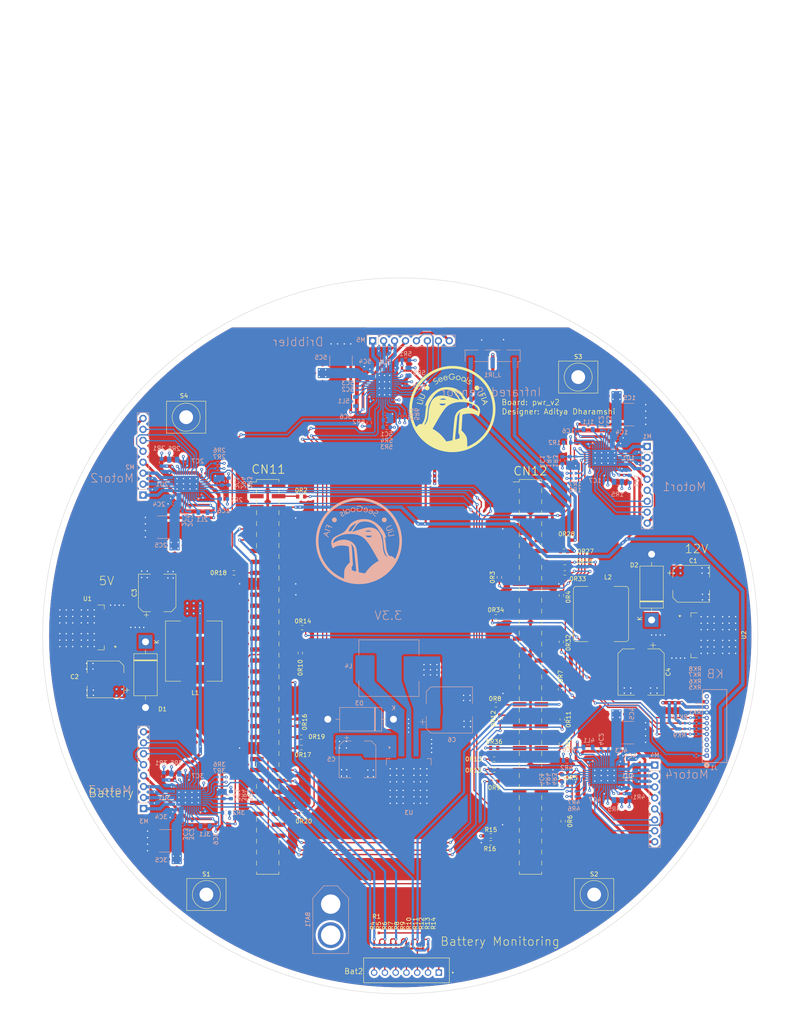
<source format=kicad_pcb>
(kicad_pcb (version 20240108) (generator "pcbnew") (generator_version "8.0")
  (layers (0 "F.Cu" signal) (1 "In1.Cu" signal) (2 "In2.Cu" signal) (31 "B.Cu" signal) (34 "B.Paste" user) (35 "F.Paste" user) (36 "B.SilkS" user "B.Silkscreen") (37 "F.SilkS" user "F.Silkscreen") (38 "B.Mask" user) (39 "F.Mask" user) (44 "Edge.Cuts" user))
  (net 0 "")
  (net 1 "GND")
  (net 2 "5V")
  (net 3 "12V")
  (net 4 "3V3")
  (net 6 "Net-(D2-K)")
  (net 7 "VBAT")
  (net 8 "Net-(1U1-ILIM)")
  (net 9 "Net-(1U1-CPL)")
  (net 10 "Net-(D1-K)")
  (net 11 "unconnected-(CN12-Pin_29-Pad29)")
  (net 12 "unconnected-(CN12-Pin_11-Pad11)")
  (net 13 "Net-(1U1-CPH)")
  (net 14 "Net-(1U1-CP)")
  (net 15 "/MotorDriver1/SW_BK")
  (net 16 "/MotorDriver1/AVDD")
  (net 17 "Net-(1U1-SW_BK)")
  (net 18 "/MotorDriver1/FGOUT")
  (net 19 "Net-(1U1-VSEL_BK)")
  (net 20 "Net-(1U1-SLEW)")
  (net 21 "Net-(1U1-ADVANCE)")
  (net 23 "/MotorDriver1/W")
  (net 24 "/MotorDriver1/V")
  (net 25 "/MotorDriver1/BRAKE")
  (net 27 "/MotorDriver1/U")
  (net 29 "/MotorDriver1/H1")
  (net 30 "/MotorDriver1/H2")
  (net 31 "/MotorDriver1/H3")
  (net 33 "/MotorDriver1/DIR")
  (net 34 "/MotorDriver1/PWM")
  (net 35 "Net-(2U1-ILIM)")
  (net 36 "Net-(2U1-CPL)")
  (net 37 "Net-(2U1-CPH)")
  (net 38 "Net-(2U1-CP)")
  (net 39 "/MotorDriver2/SW_BK")
  (net 40 "/MotorDriver2/AVDD")
  (net 41 "Net-(2U1-SW_BK)")
  (net 42 "/MotorDriver2/FGOUT")
  (net 43 "Net-(2U1-VSEL_BK)")
  (net 44 "Net-(2U1-SLEW)")
  (net 45 "Net-(2U1-ADVANCE)")
  (net 46 "/MotorDriver2/PWM")
  (net 47 "/MotorDriver2/V")
  (net 48 "/MotorDriver2/U")
  (net 51 "/MotorDriver2/W")
  (net 52 "/MotorDriver2/H3")
  (net 55 "/MotorDriver2/H1")
  (net 56 "/MotorDriver2/DIR")
  (net 57 "/MotorDriver2/BRAKE")
  (net 58 "/MotorDriver2/H2")
  (net 59 "Net-(3U1-ILIM)")
  (net 60 "Net-(3U1-CPL)")
  (net 61 "Net-(3U1-CPH)")
  (net 62 "Net-(3U1-CP)")
  (net 63 "/MotorDriver3/SW_BK")
  (net 64 "/MotorDriver3/AVDD")
  (net 65 "Net-(3U1-SW_BK)")
  (net 66 "/MotorDriver3/FGOUT")
  (net 67 "Net-(3U1-VSEL_BK)")
  (net 68 "Net-(3U1-SLEW)")
  (net 69 "Net-(3U1-ADVANCE)")
  (net 70 "/MotorDriver3/PWM")
  (net 71 "/MotorDriver3/H3")
  (net 72 "/MotorDriver3/H1")
  (net 73 "/MotorDriver3/H2")
  (net 74 "/MotorDriver3/V")
  (net 75 "/MotorDriver3/U")
  (net 77 "/MotorDriver3/W")
  (net 78 "/MotorDriver3/DIR")
  (net 81 "/MotorDriver3/BRAKE")
  (net 83 "Net-(4U1-ILIM)")
  (net 84 "Net-(4U1-CPL)")
  (net 85 "Net-(4U1-CPH)")
  (net 86 "Net-(4U1-CP)")
  (net 87 "/MotorDriver4/SW_BK")
  (net 88 "/MotorDriver4/AVDD")
  (net 89 "Net-(4U1-SW_BK)")
  (net 90 "/MotorDriver4/FGOUT")
  (net 91 "Net-(4U1-VSEL_BK)")
  (net 92 "Net-(4U1-SLEW)")
  (net 93 "Net-(4U1-ADVANCE)")
  (net 95 "/MotorDriver4/H2")
  (net 96 "/MotorDriver4/H3")
  (net 98 "/MotorDriver4/BRAKE")
  (net 99 "/MotorDriver4/V")
  (net 100 "/MotorDriver4/U")
  (net 101 "/MotorDriver4/PWM")
  (net 103 "/MotorDriver4/W")
  (net 105 "/MotorDriver4/DIR")
  (net 106 "/MotorDriver4/H1")
  (net 107 "Net-(5U1-ILIM)")
  (net 108 "Net-(5U1-CPH)")
  (net 109 "Net-(5U1-CPL)")
  (net 110 "Net-(5U1-CP)")
  (net 111 "/MotorDriver5/SW_BK")
  (net 112 "/MotorDriver5/AVDD")
  (net 113 "Net-(5U1-SW_BK)")
  (net 114 "/MotorDriver5/FGOUT")
  (net 115 "Net-(5U1-VSEL_BK)")
  (net 116 "Net-(5U1-SLEW)")
  (net 117 "Net-(5U1-ADVANCE)")
  (net 120 "/MotorDriver5/DIR")
  (net 121 "/MotorDriver5/W")
  (net 122 "/MotorDriver5/U")
  (net 123 "/MotorDriver5/H2")
  (net 124 "/MotorDriver5/H1")
  (net 125 "/MotorDriver5/V")
  (net 128 "/MotorDriver5/H3")
  (net 129 "/MotorDriver5/BRAKE")
  (net 130 "/MotorDriver5/PWM")
  (net 131 "/Battery Supervisor/B1")
  (net 132 "/Battery Supervisor/O1")
  (net 134 "/MotorDriver1/GND_BK")
  (net 135 "/MotorDriver2/GND_BK")
  (net 136 "/MotorDriver3/GND_BK")
  (net 137 "/MotorDriver4/GND_BK")
  (net 138 "/MotorDriver5/GND_BK")
  (net 157 "/KB/CS")
  (net 164 "/IR/IR_IN")
  (net 167 "/KB/ERR")
  (net 171 "/KB/CHG")
  (net 174 "/KB/DIS1")
  (net 178 "/KB/DIS2")
  (net 186 "Net-(D3-K)")
  (net 198 "unconnected-(CN12-Pin_13-Pad13)")
  (net 217 "/Battery Supervisor/M")
  (net 240 "unconnected-(CN12-Pin_3-Pad3)")
  (net 241 "unconnected-(J1-Pad3)")
  (net 242 "unconnected-(J1-Pad4)")
  (net 243 "unconnected-(J1-Pad2)")
  (net 244 "/Battery Supervisor/P")
  (net 245 "/Battery Supervisor/B2")
  (net 246 "/Battery Supervisor/O2")
  (net 247 "/Battery Supervisor/O3")
  (net 248 "/Battery Supervisor/B3")
  (net 249 "/Battery Supervisor/B4")
  (net 250 "/Battery Supervisor/O4")
  (net 251 "/Battery Supervisor/O5")
  (net 252 "/Battery Supervisor/B5")
  (net 253 "/Battery Supervisor/B6")
  (net 254 "/Battery Supervisor/O6")
  (net 255 "/IR/IR_OUT")
  (net 256 "Net-(J1-Pad5)")
  (net 257 "Net-(J1-Pad7)")
  (net 258 "Net-(J1-Pad6)")
  (net 259 "Net-(J1-Pad8)")
  (net 260 "Net-(J1-Pad1)")
  (net 261 "/STM32/MOTOR1_PWM")
  (net 262 "/STM32/MOTOR1_ENCODER")
  (net 263 "/STM32/MOTOR1_REVERSE")
  (net 264 "/STM32/MOTOR1_BREAK")
  (net 265 "/STM32/MOTOR2_PWM")
  (net 266 "/STM32/MOTOR2_ENCODER")
  (net 267 "/STM32/MOTOR2_REVERSE")
  (net 268 "/STM32/MOTOR2_BREAK")
  (net 269 "/STM32/MOTOR3_PWM")
  (net 270 "/STM32/MOTOR3_ENCODER")
  (net 271 "/STM32/MOTOR3_REVERSE")
  (net 272 "/STM32/MOTOR3_BREAK")
  (net 273 "/STM32/MOTOR4_PWM")
  (net 274 "/STM32/MOTOR4_ENCODER")
  (net 275 "/STM32/MOTOR4_REVERSE")
  (net 276 "/STM32/MOTOR4_BREAK")
  (net 277 "/STM32/MOTOR5_PWM")
  (net 278 "/STM32/MOTOR5_ENCODER")
  (net 279 "/STM32/MOTOR5_REVERSE")
  (net 280 "/STM32/MOTOR5_BREAK")
  (net 281 "/STM32/IR_OUT")
  (net 282 "/STM32/IR_IN")
  (net 283 "/STM32/KICKER_ERR")
  (net 284 "/STM32/KICKER_CHARGE")
  (net 285 "/STM32/KICKER_DISCHARGE1")
  (net 286 "/STM32/KICKER_DISCHARGE2")
  (net 287 "/STM32/KICKER_CS")
  (footprint "Resistor_SMD:R_0603_1608Metric" (layer "F.Cu") (at 127.225 98.1)
    (property "Reference" "0R14")
    (property "Value" "0")
  )
  (footprint "Resistor_SMD:R_0603_1608Metric" (layer "F.Cu") (at 171.025 146.4)
    (property "Reference" "R15")
    (property "Value" "1M")
  )
  (footprint "Resistor_SMD:R_0402_1005Metric" (layer "F.Cu") (at 148.975789 171.972255 90)
    (property "Reference" "R8")
    (property "Value" "11k")
  )
  (footprint "Inductor_SMD:L_TaiTech_TMPC1265_13.5x12.5mm" (layer "F.Cu") (at 196.589999 94.945 -90)
    (property "Reference" "L2")
    (property "Value" "150uH")
  )
  (footprint "Resistor_SMD:R_0603_1608Metric" (layer "F.Cu") (at 187.4 101.4 90)
    (property "Reference" "0R32")
    (property "Value" "0")
  )
  (footprint "Resistor_SMD:R_0402_1005Metric" (layer "F.Cu") (at 156.45579 172.042256 90)
    (property "Reference" "R14")
    (property "Value" "11k")
  )
  (footprint "Resistor_SMD:R_0603_1608Metric" (layer "F.Cu") (at 172.2 116 180)
    (property "Reference" "0R8")
    (property "Value" "0")
  )
  (footprint "Resistor_SMD:R_0603_1608Metric" (layer "F.Cu") (at 187.8 143 90)
    (property "Reference" "0R6")
    (property "Value" "0")
  )
  (footprint "Connector_PinHeader_2.54mm:PinHeader_2x36_P2.54mm_Vertical_SMD" (layer "F.Cu") (at 180.225 109.53)
    (property "Reference" "CN12")
    (property "Value" "Conn_02x36_Odd_Even")
  )
  (footprint "Diode_THT:D_DO-201AD_P15.24mm_Horizontal" (layer "F.Cu") (at 90.87 101.4 -90)
    (property "Reference" "D1")
    (property "Value" "1N5821")
  )
  (footprint "Resistor_SMD:R_0402_1005Metric" (layer "F.Cu") (at 146.44579 171.972256 90)
    (property "Reference" "R6")
    (property "Value" "11k")
  )
  (footprint "Resistor_SMD:R_0603_1608Metric" (layer "F.Cu") (at 126.8 104 -90)
    (property "Reference" "0R10")
    (property "Value" "0")
  )
  (footprint "Resistor_SMD:R_0603_1608Metric" (layer "F.Cu") (at 187.4 132.825 90)
    (property "Reference" "0R5")
    (property "Value" "0")
  )
  (footprint "Resistor_SMD:R_0603_1608Metric" (layer "F.Cu") (at 187.4 90.625 90)
    (property "Reference" "0R4")
    (property "Value" "0")
  )
  (footprint "Resistor_SMD:R_0603_1608Metric" (layer "F.Cu") (at 187.4 125.025 90)
    (property "Reference" "0R1")
    (property "Value" "0")
  )
  (footprint "LOGO" (layer "F.Cu") (at 162.1 47.4)
    (property "Reference" "G***" (hide yes))
    (property "Value" "LOGO" (hide yes))
  )
  (footprint "Inductor_SMD:L_Sunlord_MWSA1206S-101" (layer "F.Cu") (at 102.07 103.549999 90)
    (property "Reference" "L1")
    (property "Value" "100uH")
  )
  (footprint "Resistor_SMD:R_0603_1608Metric" (layer "F.Cu") (at 171.8 133.8 180)
    (property "Reference" "0R9")
    (property "Value" "0")
  )
  (footprint "Resistor_SMD:R_0402_1005Metric" (layer "F.Cu") (at 155.3 172.009999 90)
    (property "Reference" "R13")
    (property "Value" "3k")
  )
  (footprint "Resistor_SMD:R_0603_1608Metric" (layer "F.Cu") (at 171.775 128.6 180)
    (property "Reference" "0R13")
    (property "Value" "0")
  )
  (footprint "Resistor_SMD:R_0603_1608Metric" (layer "F.Cu") (at 173 86.425 -90)
    (property "Reference" "0R3")
    (property "Value" "0")
  )
  (footprint "TerminalBlock_MetzConnect:TerminalBlock_MetzConnect_360271_1x01_Horizontal_ScrewM3.0_Boxed" (layer "F.Cu") (at 191.3 40)
    (property "Reference" "S3")
    (property "Value" "Screw_Terminal_01x01")
  )
  (footprint "Resistor_SMD:R_0603_1608Metric" (layer "F.Cu") (at 127 123.5)
    (property "Reference" "0R19")
    (property "Value" "0")
  )
  (footprint "Resistor_SMD:R_0603_1608Metric" (layer "F.Cu") (at 171.8 126)
    (property "Reference" "0R36")
    (property "Value" "0")
  )
  (footprint "Diode_THT:D_DO-201AD_P15.24mm_Horizontal" (layer "F.Cu") (at 208.340001 96.319999 90)
    (property "Reference" "D2")
    (property "Value" "1N5821")
  )
  (footprint "Resistor_SMD:R_0402_1005Metric" (layer "F.Cu") (at 144.509999 168.9 180)
    (property "Reference" "R1")
    (property "Value" "3k")
  )
  (footprint "Resistor_SMD:R_0603_1608Metric" (layer "F.Cu") (at 188.2 85.4 180)
    (property "Reference" "0R33")
    (property "Value" "0")
  )
  (footprint "Resistor_SMD:R_0402_1005Metric" (layer "F.Cu") (at 147.8 171.990001 90)
    (property "Reference" "R7")
    (property "Value" "3k")
  )
  (footprint "Connector_PinHeader_2.54mm:PinHeader_2x36_P2.54mm_Vertical_SMD" (layer "F.Cu") (at 119.225 109.53)
    (property "Reference" "CN11")
    (property "Value" "Conn_02x36_Odd_Even")
  )
  (footprint "Resistor_SMD:R_0603_1608Metric" (layer "F.Cu") (at 187.2 112.425 90)
    (property "Reference" "0R7")
    (property "Value" "0")
  )
  (footprint "B7B_XH_A:JST_B7B-XH-A" (layer "F.Cu") (at 151.4375 177.58)
    (property "Reference" "Bat2")
    (property "Value" "Conn_01x07")
  )
  (footprint "Resistor_SMD:R_0603_1608Metric" (layer "F.Cu") (at 172.2 95.6)
    (property "Reference" "0R34")
    (property "Value" "0")
  )
  (footprint "Resistor_SMD:R_0603_1608Metric" (layer "F.Cu") (at 127.2 141.3)
    (property "Reference" "0R20")
    (property "Value" "0")
  )
  (footprint "Capacitor_SMD:CP_Elec_10x10.5" (layer "F.Cu") (at 205.9 108.4 -90)
    (property "Reference" "C4")
    (property "Value" "1000uF")
  )
  (footprint "Resistor_SMD:R_0603_1608Metric" (layer "F.Cu") (at 171.825 131.1 180)
    (property "Reference" "0R15")
    (property "Value" "0")
  )
  (footprint "Resistor_SMD:R_0603_1608Metric" (layer "F.Cu") (at 126.2 120.1 90)
    (property "Reference" "0R16")
    (property "Value" "0")
  )
  (footprint "Resistor_SMD:R_0603_1608Metric" (layer "F.Cu") (at 173.2 119.2 -90)
    (property "Reference" "0R12")
    (property "Value" "0")
  )
  (footprint "Capacitor_SMD:CP_Elec_8x10" (layer "F.Cu") (at 217.529999 87.94)
    (property "Reference" "C1")
    (property "Value" "100uF")
  )
  (footprint "Capacitor_SMD:CP_Elec_8x10" (layer "F.Cu") (at 81.57 110.1 180)
    (property "Reference" "C2")
    (property "Value" "100uF")
  )
  (footprint "Resistor_SMD:R_0603_1608Metric" (layer "F.Cu") (at 188.025 80.4 180)
    (property "Reference" "0R27")
    (property "Value" "0")
  )
  (footprint "Resistor_SMD:R_0402_1005Metric" (layer "F.Cu") (at 152.7 172.009999 90)
    (property "Reference" "R11")
    (property "Value" "3k")
  )
  (footprint "Resistor_SMD:R_0603_1608Metric" (layer "F.Cu") (at 188.2 83 180)
    (property "Reference" "0R35")
    (property "Value" "0")
  )
  (footprint "Resistor_SMD:R_0603_1608Metric" (layer "F.Cu") (at 111.375 85.4 180)
    (property "Reference" "0R18")
    (property "Value" "0")
  )
  (footprint "Resistor_SMD:R_0402_1005Metric" (layer "F.Cu") (at 153.965789 172.012256 90)
    (property "Reference" "R12")
    (property "Value" "11k")
  )
  (footprint "Package_TO_SOT_SMD:TO-263-5_TabPin3" (layer "F.Cu") (at 222.28 99.88)
    (property "Reference" "U2")
    (property "Value" "LM2576S-12")
  )
  (footprint "Resistor_SMD:R_0603_1608Metric" (layer "F.Cu") (at 171 148)
    (property "Reference" "R16")
    (property "Value" "100k")
  )
  (footprint "TerminalBlock_MetzConnect:TerminalBlock_MetzConnect_360271_1x01_Horizontal_ScrewM3.0_Boxed" (layer "F.Cu") (at 195 160)
    (property "Reference" "S2")
    (property "Value" "Screw_Terminal_01x01")
  )
  (footprint "Resistor_SMD:R_0603_1608Metric" (layer "F.Cu") (at 188.425 77.8 180)
    (property "Reference" "0R28")
    (property "Value" "0")
  )
  (footprint "Capacitor_SMD:CP_Elec_8x10.5" (layer "F.Cu") (at 93.57 90.049999 90)
    (property "Reference" "C3")
    (property "Value" "1000uF")
  )
  (footprint "Package_TO_SOT_SMD:TO-263-5_TabPin3" (layer "F.Cu") (at 76.47 98.05 180)
    (property "Reference" "U1")
    (property "Value" "LM2576S-5")
  )
  (footprint "Resistor_SMD:R_0402_1005Metric" (layer "F.Cu") (at 150.3 171.909999 90)
    (property "Reference" "R9")
    (property "Value" "3k")
  )
  (footprint "Resistor_SMD:R_0402_1005Metric" (layer "F.Cu") (at 143.935789 171.932256 90)
    (property "Reference" "R4")
    (property "Value" "11k")
  )
  (footprint "Resistor_SMD:R_0603_1608Metric" (layer "F.Cu") (at 127 67.7)
    (property "Reference" "0R2")
    (property "Value" "0")
  )
  (footprint "TerminalBlock_MetzConnect:TerminalBlock_MetzConnect_360271_1x01_Horizontal_ScrewM3.0_Boxed" (layer "F.Cu") (at 105 160)
    (property "Reference" "S1")
    (property "Value" "Screw_Terminal_01x01")
  )
  (footprint "Resistor_SMD:R_0402_1005Metric" (layer "F.Cu") (at 145.2 172.009999 90)
    (property "Reference" "R5")
    (property "Value" "3k")
  )
  (footprint "Resistor_SMD:R_0402_1005Metric" (layer "F.Cu") (at 151.42579 171.932257 90)
    (property "Reference" "R10")
    (property "Value" "11k")
  )
  (footprint "Resistor_SMD:R_0603_1608Metric" (layer "F.Cu") (at 187.6 119.375 -90)
    (property "Reference" "0R11")
    (property "Value" "0")
  )
  (footprint "Resistor_SMD:R_0603_1608Metric" (layer "F.Cu") (at 127.075 125.9)
    (property "Reference" "0R17")
    (property "Value" "0")
  )
  (footprint "TerminalBlock_MetzConnect:TerminalBlock_MetzConnect_360271_1x01_Horizontal_ScrewM3.0_Boxed" (layer "F.Cu") (at 100.3 49.3)
    (property "Reference" "S4")
    (property "Value" "Screw_Terminal_01x01")
  )
  (footprint "Connector_PinHeader_2.54mm:PinHeader_1x08_P2.54mm_Vertical" (layer "B.Cu") (at 209.067501 129.980001 180)
    (property "Reference" "M4")
    (property "Value" "Conn_01x08_Socket")
  )
  (footprint "Resistor_SMD:R_0603_1608Metric" (layer "B.Cu") (at 188.696182 129.003162)
    (property "Reference" "4R2")
    (property "Value" "5k1")
  )
  (footprint "Resistor_SMD:R_0805_2012Metric" (layer "B.Cu") (at 97.79 131.953034 180)
    (property "Reference" "3R5")
    (property "Value" "1M")
  )
  (footprint "Resistor_SMD:R_0402_1005Metric" (layer "B.Cu") (at 215.523899 120.2616)
    (property "Reference" "RK10")
    (property "Value" "10k")
  )
  (footprint "Capacitor_SMD:C_0402_1005Metric" (layer "B.Cu") (at 196.629999 52.796966 -90)
    (property "Reference" "1C2")
    (property "Value" "47nF")
  )
  (footprint "Capacitor_SMD:C_0402_1005Metric" (layer "B.Cu") (at 191.096181 126.358163 -90)
    (property "Reference" "4C6")
    (property "Value" "22uF")
  )
  (footprint "Resistor_SMD:R_0603_1608Metric" (layer "B.Cu") (at 151.244998 36.053033 180)
    (property "Reference" "5R1")
    (property "Value" "5k1")
  )
  (footprint "Inductor_SMD:L_0805_2012Metric" (layer "B.Cu") (at 193.59618 125.858164 180)
    (property "Reference" "4L1")
    (property "Value" "47uH")
  )
  (footprint "Capacitor_SMD:C_0402_1005Metric" (layer "B.Cu") (at 100.619999 132.303035)
    (property "Reference" "3C7")
    (property "Value" "1uF")
  )
  (footprint "Resistor_SMD:R_0603_1608Metric" (layer "B.Cu") (at 187.629999 59.296966 90)
    (property "Reference" "1R3")
    (property "Value" "27k")
  )
  (footprint "Resistor_SMD:R_0603_1608Metric" (layer "B.Cu") (at 187.596181 133.058164 90)
    (property "Reference" "4R3")
    (property "Value" "27k")
  )
  (footprint "Resistor_SMD:R_0603_1608Metric" (layer "B.Cu") (at 189.33 59.296966 -90)
    (property "Reference" "1R4")
    (property "Value" "20k")
  )
  (footprint "Resistor_SMD:R_0603_1608Metric" (layer "B.Cu") (at 108.64 64.245 90)
    (property "Reference" "2R4")
    (property "Value" "20k")
  )
  (footprint "Resistor_SMD:R_0402_1005Metric" (layer "B.Cu") (at 108.070002 133.939999)
    (property "Reference" "3R7")
    (property "Value" "22k")
  )
  (footprint "Resistor_SMD:R_0402_1005Metric" (layer "B.Cu") (at 218.69 127.8 180)
    (property "Reference" "RK1")
    (property "Value" "100")
  )
  (footprint "Resistor_SMD:R_0805_2012Metric" (layer "B.Cu") (at 97.292623 59.163028 180)
    (property "Reference" "2R5")
    (property "Value" "1M")
  )
  (footprint "motorDriver:RGF0040E-IPC_B" (layer "B.Cu") (at 100.89 137.54 90)
    (property "Reference" "3U1")
    (property "Value" "MCT8316Z0TRGFR")
  )
  (footprint "Resistor_SMD:R_0402_1005Metric" (layer "B.Cu") (at 215.503899 121.5816)
    (property "Reference" "RK9")
    (property "Value" "10k")
  )
  (footprint "Capacitor_SMD:C_0402_1005Metric" (layer "B.Cu") (at 196.596182 126.558163 -90)
    (property "Reference" "4C2")
    (property "Value" "47nF")
  )
  (footprint "Resistor_SMD:R_0805_2012Metric" (layer "B.Cu") (at 200.496182 138.095128)
    (property "Reference" "4R5")
    (property "Value" "1M")
  )
  (footprint "Resistor_SMD:R_0402_1005Metric" (layer "B.Cu") (at 190.249999 62.296967 180)
    (property "Reference" "1R7")
    (property "Value" "22k")
  )
  (footprint "Inductor_SMD:L_0805_2012Metric" (layer "B.Cu") (at 139.649999 45.653032 -90)
    (property "Reference" "5L1")
    (property "Value" "47uH")
  )
  (footprint "Connector_PinHeader_2.54mm:PinHeader_1x08_P2.54mm_Vertical" (layer "B.Cu") (at 90.41 140.05)
    (property "Reference" "M3")
    (property "Value" "Conn_01x08_Socket")
  )
  (footprint "Resistor_SMD:R_0402_1005Metric" (layer "B.Cu") (at 190.216179 136.058164 180)
    (property "Reference" "4R7")
    (property "Value" "22k")
  )
  (footprint "Capacitor_SMD:C_0402_1005Metric" (layer "B.Cu") (at 197.666183 137.745128 180)
    (property "Reference" "4C7")
    (property "Value" "1uF")
  )
  (footprint "Capacitor_SMD:C_0402_1005Metric" (layer "B.Cu") (at 107.59 137.34 90)
    (property "Reference" "3C1")
    (property "Value" "100nF")
  )
  (footprint "Capacitor_SMD:C_0402_1005Metric" (layer "B.Cu") (at 107.092623 64.599994 90)
    (property "Reference" "2C1")
    (property "Value" "100nF")
  )
  (footprint "Resistor_SMD:R_0402_1005Metric" (layer "B.Cu") (at 218.77 120.300001 180)
    (property "Reference" "RK7")
    (property "Value" "100")
  )
  (footprint "Resistor_SMD:R_0603_1608Metric" (layer "B.Cu") (at 109.045 68.26 180)
    (property "Reference" "2R2")
    (property "Value" "5k1")
  )
  (footprint "Capacitor_SMD:C_2220_5750Metric" (layer "B.Cu") (at 95.49 147.539998 180)
    (property "Reference" "3C5")
    (property "Value" "22uF")
  )
  (footprint "Resistor_SMD:R_0402_1005Metric" (layer "B.Cu") (at 151.049998 49.043034 -90)
    (property "Reference" "5R6")
    (property "Value" "47k")
  )
  (footprint "12pConn:CON12_1X12_UR_DF13" (layer "B.Cu") (at 221.1339 127.791601 -90)
    (property "Reference" "J1")
    (property "Value" "Conn_01x12_Pin")
  )
  (footprint "Connector_PinHeader_2.54mm:PinHeader_1x08_P2.54mm_Vertical" (layer "B.Cu") (at 143.598998 31.583033 -90)
    (property "Reference" "M5")
    (property "Value" "Conn_01x08_Socket")
  )
  (footprint "Capacitor_SMD:C_2220_5750Metric" (layer "B.Cu") (at 202.83 48.696967)
    (property "Reference" "1C5")
    (property "Value" "22uF")
  )
  (footprint "Capacitor_SMD:C_0402_1005Metric" (layer "B.Cu") (at 98.992624 71.154995 180)
    (property "Reference" "2C3")
    (property "Value" "1uF")
  )
  (footprint "Connector_PinHeader_2.54mm:PinHeader_1x05_P2.54mm_Vertical_SMD_Pin1Left" (layer "B.Cu") (at 171.44 35.055 90)
    (property "Reference" "J_IR1")
    (property "Value" "Connector_Generic:Conn_01x05")
  )
  (footprint "Resistor_SMD:R_0402_1005Metric" (layer "B.Cu") (at 218.760001 121.540001 180)
    (property "Reference" "RK6")
    (property "Value" "100")
  )
  (footprint "Capacitor_SMD:C_0402_1005Metric" (layer "B.Cu") (at 101.192624 70.699993 90)
    (property "Reference" "2C2")
    (property "Value" "47nF")
  )
  (footprint "Capacitor_SMD:C_0402_1005Metric" (layer "B.Cu") (at 139.944998 40.473033 90)
    (property "Reference" "5C3")
    (property "Value" "1uF")
  )
  (footprint "Resistor_SMD:R_0603_1608Metric" (layer "B.Cu") (at 94.592622 59.813029 -90)
    (property "Reference" "2R1")
    (property "Value" "5k1")
  )
  (footprint "motorDriver:RGF0040E-IPC_B" (layer "B.Cu") (at 197.396181 132.458165 -90)
    (property "Reference" "4U1")
    (property "Value" "MCT8316Z0TRGFR")
  )
  (footprint "Capacitor_SMD:C_0402_1005Metric" (layer "B.Cu") (at 200.53 54.096967)
    (property "Reference" "1C4")
    (property "Value" "0u1F")
  )
  (footprint "Capacitor_SMD:C_2220_5750Metric" (layer "B.Cu") (at 136.249999 36.453033 90)
    (property "Reference" "5C5")
    (property "Value" "22uF")
  )
  (footprint "Capacitor_SMD:C_0402_1005Metric" (layer "B.Cu") (at 197.700001 63.941965 180)
    (property "Reference" "1C7")
    (property "Value" "1uF")
  )
  (footprint "Capacitor_SMD:C_0402_1005Metric" (layer "B.Cu") (at 141.649999 38.753033 90)
    (property "Reference" "5C4")
    (property "Value" "0u1F")
  )
  (footprint "Capacitor_SMD:C_0402_1005Metric" (layer "B.Cu") (at 97.292623 69.399994 180)
    (property "Reference" "2C4")
    (property "Value" "0u1F")
  )
  (footprint "Resistor_SMD:R_0603_1608Metric" (layer "B.Cu") (at 146.849998 49.953033)
    (property "Reference" "5R4")
    (property "Value" "20k")
  )
  (footprint "Resistor_SMD:R_0805_2012Metric" (layer "B.Cu") (at 200.530001 64.291966)
    (property "Reference" "1R5")
    (property "Value" "1M")
  )
  (footprint "motorDriver:RGF0040E-IPC_B" (layer "B.Cu") (at 146.249999 41.853033)
    (property "Reference" "5U1")
    (property "Value" "MCT8316Z0TRGFR")
  )
  (footprint "Connector_PinHeader_2.54mm:PinHeader_1x08_P2.54mm_Vertical" (layer "B.Cu") (at 90.29 67.365)
    (property "Reference" "M2")
    (property "Value" "Conn_01x08_Socket")
  )
  (footprint "Connector_PinHeader_2.54mm:PinHeader_1x08_P2.54mm_Vertical" (layer "B.Cu") (at 207.31 56.094999 180)
    (property "Reference" "M1")
    (property "Value" "Conn_01x08_Socket")
  )
  (footprint "Capacitor_SMD:C_0402_1005Metric" (layer "B.Cu") (at 106.692624 70.899993 90)
    (property "Reference" "2C6")
    (property "Value" "22uF")
  )
  (footprint "Capacitor_SMD:CP_Elec_8x10" (layer "B.Cu") (at 140.07 128.649999 -90)
    (property "Reference" "C5")
    (property "Value" "100uF")
  )
  (footprint "Resistor_SMD:R_0603_1608Metric" (layer "B.Cu") (at 110.18 64.225 -90)
    (property "Reference" "2R3")
    (property "Value" "27k")
  )
  (footprint "Resistor_SMD:R_0603_1608Metric" (layer "B.Cu") (at 142.794998 50.553033 90)
    (property "Reference" "5R2")
    (property "Value" "5k1")
  )
  (footprint "Capacitor_SMD:C_0402_1005Metric" (layer "B.Cu") (at 101.69 143.440001 90)
    (property "Reference" "3C2")
    (property "Value" "47nF")
  )
  (footprint "Resistor_SMD:R_0603_1608Metric" (layer "B.Cu") (at 203.230001 63.641966 90)
    (property "Reference" "1R1")
    (property "Value" "5k1")
  )
  (footprint "Capacitor_SMD:C_0402_1005Metric" (layer "B.Cu") (at 140.149999 48.153033)
    (property "Reference" "5C6")
    (property "Value" "22uF")
  )
  (footprint "Resistor_SMD:R_0603_1608Metric" (layer "B.Cu") (at 108.99 136.94 90)
    (property "Reference" "3R4")
    (property "Value" "20k")
  )
  (footprint "Resistor_SMD:R_0402_1005Metric" (layer "B.Cu") (at 107.582625 59.999993)
    (property "Reference" "2R6")
    (property "Value" "47k")
  )
  (footprint "Resistor_SMD:R_0603_1608Metric" (layer "B.Cu") (at 95.089999 132.603034 -90)
    (property "Reference" "3R1")
    (property "Value" "5k1")
  )
  (footprint "Resistor_SMD:R_0402_1005Metric" (layer "B.Cu") (at 190.20618 137.258164 180)
    (property "Reference" "4R6")
    (property "Value" "47k")
  )
  (footprint "Resistor_SMD:R_0603_1608Metric" (layer "B.Cu") (at 203.196183 137.445129 90)
    (property "Reference" "4R1")
    (property "Value" "5k1")
  )
  (footprint "Resistor_SMD:R_0603_1608Metric" (layer "B.Cu") (at 146.849999 51.653033 180)
    (property "Reference" "5R3")
    (property "Value" "27k")
  )
  (footprint "Capacitor_SMD:C_0402_1005Metric" (layer "B.Cu") (at 190.696182 132.658164 -90)
    (property "Reference" "4C1")
    (property "Value" "100nF")
  )
  (footprint "Inductor_SMD:L_Sunlord_MWSA1206S-101" (layer "B.Cu") (at 147.37 107.499999)
    (property "Reference" "L4")
    (property "Value" "100uH")
  )
  (footprint "Inductor_SMD:L_0805_2012Metric" (layer "B.Cu") (at 104.69 144.139999)
    (property "Reference" "3L1")
    (property "Value" "47uH")
  )
  (footprint "Resistor_SMD:R_0603_1608Metric" (layer "B.Cu") (at 109.565 140.995001 180)
    (property "Reference" "3R2")
    (property "Value" "5k1")
  )
  (footprint "Capacitor_SMD:C_0402_1005Metric" (layer "B.Cu") (at 99.49 143.795001 180)
    (property "Reference" "3C3")
    (property "Value" "1uF")
  )
  (footprint "Resistor_SMD:R_0402_1005Metric" (layer "B.Cu") (at 108.080001 132.74)
    (property "Reference" "3R6")
    (property "Value" "47k")
  )
  (footprint "Capacitor_SMD:C_0402_1005Metric" (layer "B.Cu") (at 198.83 52.35)
    (property "Reference" "1C3")
    (property "Value" "1uF")
  )
  (footprint "Capacitor_SMD:C_0402_1005Metric" (layer "B.Cu") (at 97.79 142.14 180)
    (property "Reference" "3C4")
    (property "Value" "0u1F")
  )
  (footprint "Capacitor_SMD:CP_Elec_10x10.5" (layer "B.Cu") (at 161.4 117.2)
    (property "Reference" "C6")
    (property "Value" "1000uF")
  )
  (footprint "motorDriver:RGF0040E-IPC_B" (layer "B.Cu") (at 197.43 58.696966 -90)
    (property "Reference" "1U1")
    (property "Value" "MCT8316Z0TRGFR")
  )
  (footprint "Diode_THT:D_DO-201AD_P15.24mm_Horizontal" (layer "B.Cu") (at 148.42 119.35 180)
    (property "Reference" "D3")
    (property "Value" "1N5821")
  )
  (footprint "Resistor_SMD:R_0402_1005Metric" (layer "B.Cu") (at 218.653899 122.7716 180)
    (property "Reference" "RK5")
    (property "Value" "100")
  )
  (footprint "Resistor_SMD:R_0402_1005Metric" (layer "B.Cu") (at 218.77 118.98 180)
    (property "Reference" "RK8")
    (property "Value" "100")
  )
  (footprint "Capacitor_SMD:C_0402_1005Metric" (layer "B.Cu") (at 139.944998 42.503033 -90)
    (property "Reference" "5C2")
    (property "Value" "47nF")
  )
  (footprint "Resistor_SMD:R_0603_1608Metric" (layer "B.Cu") (at 110.69 136.940001 -90)
    (property "Reference" "3R3")
    (property "Value" "27k")
  )
  (footprint "Capacitor_SMD:C_2220_5750Metric" (layer "B.Cu") (at 94.992623 74.799994 180)
    (property "Reference" "2C5")
    (property "Value" "22uF")
  )
  (footprint "motorDriver:RGF0040E-IPC_B" (layer "B.Cu") (at 100.392624 64.799993 90)
    (property "Reference" "2U1")
    (property "Value" "MCT8316Z0TRGFR")
  )
  (footprint "Capacitor_SMD:C_0402_1005Metric" (layer "B.Cu") (at 190.73 58.896967 -90)
    (property "Reference" "1C1")
    (property "Value" "100nF")
  )
  (footprint "Connector_AMASS:AMASS_XT60-M_1x02_P7.20mm_Vertical" (layer "B.Cu") (at 133.85 162.225 -90)
    (property "Reference" "BAT1")
    (property "Value" "XT60" (hide yes))
  )
  (footprint "Resistor_SMD:R_0402_1005Metric" (layer "B.Cu") (at 190.239999 63.496966 180)
    (property "Reference" "1R6")
    (property "Value" "47k")
  )
  (footprint "Capacitor_SMD:C_0402_1005Metric" (layer "B.Cu") (at 100.122623 59.513028)
    (property "Reference" "2C7")
    (property "Value" "1uF")
  )
  (footprint "Resistor_SMD:R_0805_2012Metric" (layer "B.Cu") (at 151.894997 38.753033 90)
    (property "Reference" "5R5")
    (property "Value" "1M")
  )
  (footprint "Capacitor_SMD:C_0402_1005Metric" (layer "B.Cu") (at 200.496182 127.858164)
    (property "Reference" "4C4")
    (property "Value" "0u1F")
  )
  (footprint "Inductor_SMD:L_0805_2012Metric" (layer "B.Cu") (at 104.192624 71.399994)
    (property "Reference" "2L1")
    (property "Value" "47uH")
  )
  (footprint "Capacitor_SMD:C_0402_1005Metric" (layer "B.Cu") (at 151.544998 41.583033 -90)
    (property "Reference" "5C7")
    (property "Value" "1uF")
  )
  (footprint "Capacitor_SMD:C_0402_1005Metric" (layer "B.Cu") (at 146.449999 48.553033)
    (property "Reference" "5C1")
    (property "Value" "100nF")
  )
  (footprint "Resistor_SMD:R_0402_1005Metric" (layer "B.Cu") (at 107.572626 61.199993)
    (property "Reference" "2R7")
    (property "Value" "22k")
  )
  (footprint "Package_TO_SOT_SMD:TO-263-5_TabPin3" (layer "B.Cu") (at 151.97 133.299999 -90)
    (property "Reference" "U3")
    (property "Value" "LM2576S-3.3")
  )
  (footprint "Resistor_SMD:R_0603_1608Metric" (layer "B.Cu") (at 188.73 55.199999)
    (property "Reference" "1R2")
    (property "Value" "5k1")
  )
  (footprint "Capacitor_SMD:C_2220_5750Metric" (layer "B.Cu") (at 202.796181 122.458164)
    (property "Reference" "4C5")
    (property "Value" "22uF")
  )
  (footprint "Capacitor_SMD:C_0402_1005Metric" (layer "B.Cu") (at 107.190001 143.639999 90)
    (property "Reference" "3C6")
    (property "Value" "22uF")
  )
  (footprint "Resistor_SMD:R_0402_1005Metric" (layer "B.Cu") (at 149.849999 49.033035 -90)
    (property "Reference" "5R7")
    (property "Value" "22k")
  )
  (footprint "Resistor_SMD:R_0603_1608Metric" (layer "B.Cu") (at 189.296181 133.058164 -90)
    (property "Reference" "4R4")
    (property "Value" "20k")
  )
  (footprint "LOGO" (layer "B.Cu") (at 140.4 78 180)
    (property "Reference" "G***" (hide yes))
    (property "Value" "LOGO" (hide yes))
  )
  (footprint "Capacitor_SMD:C_0402_1005Metric" (layer "B.Cu") (at 191.129999 52.596967 -90)
    (property "Reference" "1C6")
    (property "Value" "22uF")
  )
  (footprint "Capacitor_SMD:C_0402_1005Metric" (layer "B.Cu") (at 198.796181 126.153163)
    (property "Reference" "4C3")
    (property "Value" "1uF")
  )
  (footprint "Inductor_SMD:L_0805_2012Metric" (layer "B.Cu") (at 193.629999 52.096966 180)
    (property "Reference" "1L1")
    (property "Value" "47uH")
  )
  (gr_rect (start 89.37 83.4) (end 97.77 88.1) (stroke (width 0.2)) (fill solid) (layer "F.Cu") (net 1))
  (gr_poly (pts (xy 212.240001 102.970001) (xy 216.639999 102.97) (xy 216.64 105.570001) (xy 212.240001 105.57)) (stroke (width 0.2)) (fill solid) (layer "F.Cu") (net 1))
  (gr_poly (pts (xy 86.070001 96.1) (xy 88.57 94.1) (xy 88.570001 96.1)) (stroke (width 0.2)) (fill solid) (layer "F.Cu") (net 2))
  (gr_poly (pts (xy 92.22 103.5) (xy 99.25 111.01) (xy 105.25 111.01) (xy 105.29 106.83) (xy 99.22 106.92) (xy 99.22 106.16) (xy 92.47 99.26)) (stroke (width 0.2)) (fill solid) (layer "F.Cu") (net 10))
  (gr_rect (start 76.3 105.89) (end 80 114.29) (stroke (width 0.2)) (fill solid) (layer "F.Cu") (net 1))
  (gr_rect (start 82.169999 92.5) (end 86.07 94.85) (stroke (width 0.2)) (fill solid) (layer "F.Cu") (net 1))
  (gr_poly (pts (xy 81.97 96.75) (xy 81.97 95.9) (xy 86.470001 95.9) (xy 88.47 96) (xy 88.469999 91) (xy 92.97 91) (xy 92.97 96.75)) (stroke (width 0.2)) (fill solid) (layer "F.Cu") (net 2))
  (gr_poly (pts (xy 205.84 101.07) (xy 216.84 101.07) (xy 216.840001 102.07) (xy 212.34 102.070001) (xy 210.339999 102.070002) (xy 210.34 107.069999) (xy 205.839999 107.07) (xy 193.839999 107.069999) (xy 193.840001 98.82) (xy 199.340001 98.82)) (stroke (width 0.2)) (fill solid) (layer "F.Cu") (net 3))
  (gr_poly (pts (xy 218.940001 92.169999) (xy 218.940001 83.769999) (xy 222.640001 83.77) (xy 222.64 92.169999)) (stroke (width 0.2)) (fill solid) (layer "F.Cu") (net 1))
  (gr_poly (pts (xy 206.59 94.57) (xy 199.59 87.57) (xy 193.590001 87.57) (xy 193.589997 91.82) (xy 200.590001 91.82) (xy 199.590001 91.82) (xy 206.34 98.82)) (stroke (width 0.2)) (fill solid) (layer "F.Cu") (net 6))
  (gr_poly (pts (xy 83.16 114.31) (xy 86.619999 114.34) (xy 86.67 101.2) (xy 81.67 101.2) (xy 81.68 108.209999) (xy 83.16 108.68)) (stroke (width 0.2)) (fill solid) (layer "F.Cu") (net 7))
  (gr_poly (pts (xy 207.839999 100.37) (xy 207.84 99.37) (xy 216.84 99.37) (xy 216.840001 100.37)) (stroke (width 0.2)) (fill solid) (layer "F.Cu") (net 1))
  (gr_poly (pts (xy 206.340001 94.57) (xy 206.34 98.720001) (xy 216.84 98.72) (xy 216.840001 97.57) (xy 211.589998 97.570001) (xy 209.84 94.57)) (stroke (width 0.2)) (fill solid) (layer "F.Cu") (net 6))
  (gr_poly (pts (xy 216.228786 86.47) (xy 216.24 86.47) (xy 216.239999 89.17) (xy 217.140001 89.67) (xy 217.14 96.87) (xy 212.139999 96.87) (xy 212.14 86.470001) (xy 212.158787 86.47) (xy 212.158787 83.779981) (xy 216.228787 83.759982)) (stroke (width 0.2)) (fill solid) (layer "F.Cu") (net 7))
  (gr_rect (start 201.2 110.525) (end 210 114.675) (stroke (width 0.2)) (fill solid) (layer "F.Cu") (net 1))
  (gr_poly (pts (xy 92.47 103.5) (xy 92.47 99.25) (xy 81.97 99.25) (xy 82.07 100.2) (xy 87.32 100.2) (xy 88.97 103.5)) (stroke (width 0.2)) (fill solid) (layer "F.Cu") (net 10))
  (gr_poly (pts (xy 92.989998 96.75) (xy 99.49 99) (xy 104.97 99.25) (xy 104.97 91) (xy 92.97 91)) (stroke (width 0.2)) (fill solid) (layer "F.Cu") (net 2))
  (gr_rect (start 81.97 97.55) (end 90.97 98.55) (stroke (width 0.2)) (fill solid) (layer "F.Cu") (net 1))
  (gr_poly (pts (xy 91.842624 72.199992) (xy 91.842624 77.399994) (xy 90.292624 77.399993) (xy 90.292624 72.199993)) (stroke (width 0.2)) (fill solid) (layer "B.Cu") (net 1))
  (gr_rect (start 155.07 123.249999) (end 157.67 127.649999) (stroke (width 0.2)) (fill solid) (layer "B.Cu") (net 1))
  (gr_poly (pts (xy 138.849999 33.303033) (xy 133.649999 33.303033) (xy 133.649998 31.753033) (xy 138.85 31.753033)) (stroke (width 0.2)) (fill solid) (layer "B.Cu") (net 1))
  (gr_poly (pts (xy 142.499999 40.603034) (xy 140.644998 40.603034) (xy 140.299999 40.153034) (xy 130.949999 40.153033) (xy 130.95 38.003033) (xy 140.194998 38.003033) (xy 140.299999 38.103033) (xy 141.349999 39.053033) (xy 142.099999 39.053033) (xy 142.499999 39.603033) (xy 144.094998 39.603032) (xy 144.094998 40.603033)) (stroke (width 0.2)) (fill solid) (layer "B.Cu") (net 7))
  (gr_poly (pts (xy 152.47 127.849999) (xy 151.47 127.849999) (xy 151.47 118.849999) (xy 152.470001 118.849999)) (stroke (width 0.2)) (fill solid) (layer "B.Cu") (net 1))
  (gr_poly (pts (xy 99.14 68.550001) (xy 99.140001 70.405001) (xy 98.69 70.750001) (xy 98.69 80.1) (xy 96.539999 80.100001) (xy 96.54 70.855002) (xy 96.640001 70.75) (xy 97.59 69.7) (xy 97.59 68.95) (xy 98.14 68.55) (xy 98.14 66.955001) (xy 99.14 66.955001)) (stroke (width 0.2)) (fill solid) (layer "B.Cu") (net 7))
  (gr_poly (pts (xy 150.82 117.355882) (xy 150.92 117.349999) (xy 143.92 110.599999) (xy 143.92 104.599999) (xy 139.67 104.599999) (xy 139.67 110.599999) (xy 146.67 117.599999) (xy 146.67 120.849999) (xy 149.67 122.599999) (xy 149.67 127.849999) (xy 150.82 127.85)) (stroke (width 0.2)) (fill solid) (layer "B.Cu") (net 186))
  (gr_poly (pts (xy 144.270001 133.649999) (xy 135.870001 133.649999) (xy 135.87 129.949998) (xy 144.27 129.949998)) (stroke (width 0.2)) (fill solid) (layer "B.Cu") (net 1))
  (gr_poly (pts (xy 92.34 144.94) (xy 92.340002 150.139999) (xy 90.79 150.14) (xy 90.79 144.939999)) (stroke (width 0.2)) (fill solid) (layer "B.Cu") (net 1))
  (gr_rect (start 202.48 127.97) (end 204.79 128.95) (stroke (width 0.2)) (fill solid) (layer "B.Cu") (net 2))
  (gr_poly (pts (xy 99.637376 141.290006) (xy 99.637376 143.145008) (xy 99.187378 143.490006) (xy 99.187376 152.840006) (xy 97.037376 152.840007) (xy 97.037376 143.595007) (xy 97.137376 143.490006) (xy 98.087376 142.440006) (xy 98.087376 141.690006) (xy 98.637376 141.290006) (xy 98.637375 139.695007) (xy 99.637377 139.695007)) (stroke (width 0.2)) (fill solid) (layer "B.Cu") (net 7))
  (gr_poly (pts (xy 205.979999 46.096966) (xy 207.53 46.096966) (xy 207.529999 51.296967) (xy 205.98 51.296967)) (stroke (width 0.2)) (fill solid) (layer "B.Cu") (net 1))
  (gr_poly (pts (xy 135.069999 127.25) (xy 135.07 123.149999) (xy 148.97 123.149999) (xy 148.97 128.149999) (xy 141.77 128.149999) (xy 141.27 127.25)) (stroke (width 0.2)) (fill solid) (layer "B.Cu") (net 7))
  (gr_rect (start 163.699999 113.3) (end 167.399999 121.7) (stroke (width 0.2)) (fill solid) (layer "B.Cu") (net 1))
  (gr_poly (pts (xy 198.682625 54.904993) (xy 198.682625 53.049992) (xy 199.132623 52.704993) (xy 199.132624 43.354994) (xy 201.282624 43.354993) (xy 201.282624 52.599993) (xy 201.182625 52.704993) (xy 200.232625 53.754994) (xy 200.232625 54.504994) (xy 199.682625 54.904993) (xy 199.682624 56.499994) (xy 198.682625 56.499993)) (stroke (width 0.2)) (fill solid) (layer "B.Cu") (net 7))
  (gr_poly (pts (xy 205.946181 125.058165) (xy 205.946181 119.858164) (xy 207.496181 119.858164) (xy 207.496182 125.058163)) (stroke (width 0.2)) (fill solid) (layer "B.Cu") (net 1))
  (gr_poly (pts (xy 153.15 116.873025) (xy 153.15 127.873026) (xy 154.15 127.873026) (xy 154.150001 123.373026) (xy 154.150002 121.373024) (xy 159.149999 121.373026) (xy 159.15 116.873024) (xy 159.149999 104.873024) (xy 150.9 104.873026) (xy 150.9 110.373026)) (stroke (width 0.2)) (fill solid) (layer "B.Cu") (net 4))
  (gr_poly (pts (xy 198.648805 128.708157) (xy 198.648805 126.853157) (xy 199.098805 126.508157) (xy 199.098806 117.158156) (xy 201.248806 117.158157) (xy 201.248806 126.403155) (xy 201.148804 126.508157) (xy 200.198806 127.558156) (xy 200.198806 128.308156) (xy 199.648804 128.708157) (xy 199.648805 130.303156) (xy 198.648806 130.303156)) (stroke (width 0.2)) (fill solid) (layer "B.Cu") (net 7))
  (gr_circle (center 150 100) (end 233 100) (stroke (width 0.1)) (fill none) (layer "Edge.Cuts"))
  (gr_text "Motor4" (at 221.7 133.3 0) (layer "B.SilkS") (effects (font (size 2 2) (thickness 0.153)) (justify left bottom mirror)))
  (gr_text "3.3V" (at 150.55 96.475 0) (layer "B.SilkS") (effects (font (size 2 2) (thickness 0.1524)) (justify left bottom mirror)))
  (gr_text "KB" (at 225.2 110 0) (layer "B.SilkS") (effects (font (size 2 2) (thickness 0.153)) (justify left bottom mirror)))
  (gr_text "Dribbler" (at 132.3 33 0) (layer "B.SilkS") (effects (font (size 2 2) (thickness 0.153)) (justify left bottom mirror)))
  (gr_text "Motor1" (at 221.1 66.6 0) (layer "B.SilkS") (effects (font (size 2 2) (thickness 0.153)) (justify left bottom mirror)))
  (gr_text "Infrared Sensor" (at 182.85 44.65 0) (layer "B.SilkS") (effects (font (size 2 2) (thickness 0.153)) (justify left bottom mirror)))
  (gr_text "Motor2" (at 88.3 64.6 0) (layer "B.SilkS") (effects (font (size 2 2) (thickness 0.153)) (justify left bottom mirror)))
  (gr_text "Motor3" (at 87.8 137 0) (layer "B.SilkS") (effects (font (size 2 2) (thickness 0.153)) (justify left bottom mirror)))
  (gr_text "12V" (at 215.9 81 0) (layer "F.SilkS") (effects (font (size 2 2) (thickness 0.1524)) (justify left bottom)))
  (gr_text "Designer: Aditya Dharamshi" (at 173.45 48.75 0) (layer "F.SilkS") (effects (font (size 1.27 1.27) (thickness 0.1524)) (justify left bottom)))
  (gr_text "Battery Monitoring" (at 159.2 172.05 0) (layer "F.SilkS") (effects (font (size 2 2) (thickness 0.153)) (justify left bottom)))
  (gr_text "Battery" (at 77.5 137.6 0) (layer "F.SilkS") (effects (font (size 2 2) (thickness 0.153)) (justify left bottom)))
  (gr_text "5V" (at 79.925 88.425 0) (layer "F.SilkS") (effects (font (size 2 2) (thickness 0.1524)) (justify left bottom)))
  (gr_text "Board: pwr_v2" (at 173.4 46.6 0) (layer "F.SilkS") (effects (font (size 1.27 1.27) (thickness 0.1524)) (justify left bottom)))
  (segment (start 177.54 75.22) (end 173.79 75.22) (width 0.3048) (layer "F.Cu") (net 1))
  (segment (start 177.57 113.359999) (end 173.82 113.36) (width 0.3048) (layer "F.Cu") (net 1))
  (segment (start 122.02 90.49) (end 125.77 90.49) (width 0.3048) (layer "F.Cu") (net 1))
  (segment (start 168.8 148) (end 170.175 148) (width 0.762) (layer "F.Cu") (net 1))
  (segment (start 116.47 87.95) (end 112.719999 87.95) (width 0.3048) (layer "F.Cu") (net 1))
  (segment (start 177.5 143.820001) (end 173.75 143.82) (width 0.3048) (layer "F.Cu") (net 1))
  (segment (start 121.97 72.69) (end 125.72 72.69) (width 0.3048) (layer "F.Cu") (net 1))
  (segment (start 183.06 87.95) (end 186.81 87.95) (width 0.3048) (layer "F.Cu") (net 1))
  (segment (start 121.59 138.75) (end 125.34 138.75) (width 0.3048) (layer "F.Cu") (net 1))
  (segment (start 121.99 87.96) (end 125.74 87.96) (width 0.3048) (layer "F.Cu") (net 1))
  (segment (start 116.46 126.04) (end 112.71 126.04) (width 0.3048) (layer "F.Cu") (net 1))
  (segment (start 183.1 131.09) (end 183.07 131.12) (width 0.3048) (layer "F.Cu") (net 1))
  (segment (start 185.44 131.09) (end 183.1 131.09) (width 0.3048) (layer "F.Cu") (net 1))
  (via (at 197.380002 62.841966) (size 0.6858) (drill 0.3048) (layers "F.Cu" "B.Cu") (net 1))
  (via (at 206.979999 46.396968) (size 0.6858) (drill 0.3048) (layers "F.Cu" "B.Cu") (net 1))
  (via (at 78.97 101) (size 0.6858) (drill 0.3048) (layers "F.Cu" "B.Cu") (net 1))
  (via (at 198.146182 133.603162) (size 0.6858) (drill 0.3048) (layers "F.Cu" "B.Cu") (net 1))
  (via (at 145.144998 44.103033) (size 0.6858) (drill 0.3048) (layers "F.Cu" "B.Cu") (net 1))
  (via (at 70.97 101) (size 0.6858) (drill 0.3048) (layers "F.Cu" "B.Cu") (net 1))
  (via (at 173.79 75.22) (size 0.6858) (drill 0.3048) (layers "F.Cu" "B.Cu") (net 1))
  (via (at 220.039999 85.469999) (size 0.6858) (drill 0.3048) (layers "F.Cu" "B.Cu") (net 1))
  (via (at 147.544998 39.603033) (size 0.6858) (drill 0.3048) (layers "F.Cu" "B.Cu") (net 1))
  (via (at 96.89 135.003034) (size 0.6858) (drill 0.3048) (layers "F.Cu" "B.Cu") (net 1))
  (via (at 156.17 130.849999) (size 0.6858) (drill 0.3048) (layers "F.Cu" "B.Cu") (net 1))
  (via (at 143.77 131.149999) (size 0.6858) (drill 0.3048) (layers "F.Cu" "B.Cu") (net 1))
  (via (at 227.84 97.070001) (size 0.6858) (drill 0.3048) (layers "F.Cu" "B.Cu") (net 1))
  (via (at 195.23 59.95) (size 0.6858) (drill 0.3048) (layers "F.Cu" "B.Cu") (net 1))
  (via (at 195.146181 133.703162) (size 0.6858) (drill 0.3048) (layers "F.Cu" "B.Cu") (net 1))
  (via (at 96.07 86.6) (size 0.6858) (drill 0.3048) (layers "F.Cu" "B.Cu") (net 1))
  (via (at 98.192624 64.754994) (size 0.6858) (drill 0.3048) (layers "F.Cu" "B.Cu") (net 1))
  (via (at 147.67 132.349999) (size 0.6858) (drill 0.3048) (layers "F.Cu" "B.Cu") (net 1))
  (via (at 190.73 60.549999) (size 0.6858) (drill 0.3048) (layers "F.Cu" "B.Cu") (net 1))
  (via (at 77.47 97) (size 0.6858) (drill 0.3048) (layers "F.Cu" "B.Cu") (net 1))
  (via (at 96.59 142.14) (size 0.6858) (drill 0.3048) (layers "F.Cu" "B.Cu") (net 1))
  (via (at 201.73 54.096967) (size 0.6858) (drill 0.3048) (layers "F.Cu" "B.Cu") (net 1))
  (via (at 196.730001 57.55) (size 0.6858) (drill 0.3048) (layers "F.Cu" "B.Cu") (net 1))
  (via (at 70.97 94) (size 0.6858) (drill 0.3048) (layers "F.Cu" "B.Cu") (net 1))
  (via (at 73.970001 99.5) (size 0.6858) (drill 0.3048) (layers "F.Cu" "B.Cu") (net 1))
  (via (at 78.97 97.000001) (size 0.6858) (drill 0.3048) (layers "F.Cu" "B.Cu") (net 1))
  (via (at 147.670001 137.349999) (size 0.6858) (drill 0.3048) (layers "F.Cu" "B.Cu") (net 1))
  (via (at 150.469999 41.983033) (size 0.6858) (drill 0.3048) (layers "F.Cu" "B.Cu") (net 1))
  (via (at 72.47 101) (size 0.6858) (drill 0.3048) (layers "F.Cu" "B.Cu") (net 1))
  (via (at 99.692624 63.554994) (size 0.6858) (drill 0.3048) (layers "F.Cu" "B.Cu") (net 1))
  (via (at 226.339999 95.57) (size 0.6858) (drill 0.3048) (layers "F.Cu" "B.Cu") (net 1))
  (via (at 100.939999 133.403034) (size 0.6858) (drill 0.3048) (layers "F.Cu" "B.Cu") (net 1))
  (via (at 196.646182 131.203162) (size 0.6858) (drill 0.3048) (layers "F.Cu" "B.Cu") (net 1))
  (via (at 157.27 127.049999) (size 0.6858) (drill 0.3048) (layers "F.Cu" "B.Cu") (net 1))
  (via (at 168.8 148) (size 0.6858) (drill 0.3048) (layers "F.Cu" "B.Cu") (net 1))
  (via (at 201.696181 127.858163) (size 0.6858) (drill 0.3048) (layers "F.Cu" "B.Cu") (net 1))
  (via (at 206.979999 50.946965) (size 0.6858) (drill 0.3048) (layers "F.Cu" "B.Cu") (net 1))
  (via (at 150.67 130.849999) (size 0.6858) (drill 0.3048) (layers "F.Cu" "B.Cu") (net 1))
  (via (at 72.47 102.5) (size 0.6858) (drill 0.3048) (layers "F.Cu" "B.Cu") (net 1))
  (via (at 96.092624 69.399993) (size 0.6858) (drill 0.3048) (layers "F.Cu" "B.Cu") (net 1))
  (via (at 75.97 99.5) (size 0.6858) (drill 0.3048) (layers "F.Cu" "B.Cu") (net 1))
  (via (at 222.84 104.070002) (size 0.6858) (drill 0.3048) (layers "F.Cu" "B.Cu") (net 1))
  (via (at 136.999999 32.303033) (size 0.6858) (drill 0.3048) (layers "F.Cu" "B.Cu") (net 1))
  (via (at 208.1 113.299998) (size 0.6858) (drill 0.3048) (layers "F.Cu" "B.Cu") (net 1))
  (via (at 156.17 137.349999) (size 0.6858) (drill 0.3048) (layers "F.Cu" "B.Cu") (net 1))
  (via (at 77.47 102.5) (size 0.6858) (drill 0.3048) (layers "F.Cu" "B.Cu") (net 1))
  (via (at 166.3 119.8) (size 0.6858) (drill 0.3048) (layers "F.Cu" "B.Cu") (net 1))
  (via (at 164.699998 114.999999) (size 0.6858) (drill 0.3048) (layers "F.Cu" "B.Cu") (net 1))
  (via (at 149.170001 137.349999) (size 0.6858) (drill 0.3048) (layers "F.Cu" "B.Cu") (net 1))
  (via (at 224.840001 95.569999) (size 0.6858) (drill 0.3048) (layers "F.Cu" "B.Cu") (net 1))
  (via (at 146.344998 44.103033) (size 0.6858) (drill 0.3048) (layers "F.Cu" "B.Cu") (net 1))
  (via (at 164.799999 121.1) (size 0.6858) (drill 0.3048) (layers "F.Cu" "B.Cu") (net 1))
  (via (at 90.842624 77.099993) (size 0.6858) (drill 0.3048) (layers "F.Cu" "B.Cu") (net 1))
  (via (at 92.94 136.195001) (size 0.6858) (drill 0.3048) (layers "F.Cu" "B.Cu") (net 1))
  (via (at 112.719999 87.95) (size 0.6858) (drill 0.3048) (layers "F.Cu" "B.Cu") (net 1))
  (via (at 219.84 101.07) (size 0.6858) (drill 0.3048) (layers "F.Cu" "B.Cu") (net 1))
  (via (at 136.37 131.049999) (size 0.6858) (drill 0.3048) (layers "F.Cu" "B.Cu") (net 1))
  (via (at 103.140001 137.495) (size 0.6858) (drill 0.3048) (layers "F.Cu" "B.Cu") (net 1))
  (via (at 153.17 130.849999) (size 0.6858) (drill 0.3048) (layers "F.Cu" "B.Cu") (net 1))
  (via (at 203.5 113.300002) (size 0.6858) (drill 0.3048) (layers "F.Cu" "B.Cu") (net 1))
  (via (at 104.192624 67.999994) (size 0.6858) (drill 0.3048) (layers "F.Cu" "B.Cu") (net 1))
  (via (at 91.340001 145.29) (size 0.6858) (drill 0.3048) (layers "F.Cu" "B.Cu") (net 1))
  (via (at 150.67 133.849999) (size 0.6858) (drill 0.3048) (layers "F.Cu" "B.Cu") (net 1))
  (via (at 199.73 59.950001) (size 0.6858) (drill 0.3048) (layers "F.Cu" "B.Cu") (net 1))
  (via (at 83.77 92.9) (size 0.6858) (drill 0.3048) (layers "F.Cu" "B.Cu") (net 1))
  (via (at 101.640001 137.495) (size 0.6858) (drill 0.3048) (layers "F.Cu" "B.Cu") (net 1))
  (via (at 77.27 113.8) (size 0.6858) (drill 0.3048) (layers "F.Cu" "B.Cu") (net 1))
  (via (at 150.67 135.849999) (size 0.6858) (drill 0.3048) (layers "F.Cu" "B.Cu") (net 1))
  (via (at 147.67 135.849998) (size 0.6858) (drill 0.3048) (layers "F.Cu" "B.Cu") (net 1))
  (via (at 221.34 101.07) (size 0.6858) (drill 0.3048) (layers "F.Cu" "B.Cu") (net 1))
  (via (at 150.67 137.349999) (size 0.6858) (drill 0.3048) (layers "F.Cu" "B.Cu") (net 1))
  (via (at 226.34 97.070001) (size 0.6858) (drill 0.3048) (layers "F.Cu" "B.Cu") (net 1))
  (via (at 92.442625 63.454993) (size 0.6858) (drill 0.3048) (layers "F.Cu" "B.Cu") (net 1))
  (via (at 210.34 99.82) (size 0.6858) (drill 0.3048) (layers "F.Cu" "B.Cu") (net 1))
  (via (at 224.84 97.070002) (size 0.6858) (drill 0.3048) (layers "F.Cu" "B.Cu") (net 1))
  (via (at 208.1 112.099999) (size 0.6858) (drill 0.3048) (layers "F.Cu" "B.Cu") (net 1))
  (via (at 147.544998 41.103033) (size 0.6858) (drill 0.3048) (layers "F.Cu" "B.Cu") (net 1))
  (via (at 209.339999 99.82) (size 0.6858) (drill 0.3048) (layers "F.Cu" "B.Cu") (net 1))
  (via (at 195.146181 132.403163) (size 0.6858) (drill 0.3048) (layers "F.Cu" "B.Cu") (net 1))
  (via (at 154.67 132.349999) (size 0.6858) (drill 0.3048) (layers "F.Cu" "B.Cu") (net 1))
  (via (at 89.47 98.050001) (size 0.6858) (drill 0.3048) (layers "F.Cu" "B.Cu") (net 1))
  (via (at 88.470001 98.05) (size 0.6858) (drill 0.3048) (layers "F.Cu" "B.Cu") (net 1))
  (via (at 133.949999 32.303032) (size 0.6858) (drill 0.3048) (layers "F.Cu" "B.Cu") (net 1))
  (via (at 202 113.3) (size 0.6858) (drill 0.3048) (layers "F.Cu" "B.Cu") (net 1))
  (via (at 91.340001 146.79) (size 0.6858) (drill 0.3048) (layers "F.Cu" "B.Cu") (net 1))
  (via (at 142.949999 38.153033) (size 0.6858) (drill 0.3048) (layers "F.Cu" "B.Cu") (net 1))
  (via (at 153.17 133.849999) (size 0.6858) (drill 0.3048) (layers "F.Cu" "B.Cu") (net 1))
  (via (at 151.92 120.349999) (size 0.6858) (drill 0.3048) (layers "F.Cu" "B.Cu") (net 1))
  (via (at 142.47 131.149999) (size 0.6858) (drill 0.3048) (layers "F.Cu" "B.Cu") (net 1))
  (via (at 125.77 90.49) (size 0.6858) (drill 0.3048) (layers "F.Cu" "B.Cu") (net 1))
  (via (at 209.6 113.3) (size 0.6858) (drill 0.3048) (layers "F.Cu" "B.Cu") (net 1))
  (via (at 201.13 55.396967) (size 0.6858) (drill 0.3048) (layers "F.Cu" "B.Cu") (net 1))
  (via (at 148.844998 37.853033) (size 0.6858) (drill 0.3048) (layers "F.Cu" "B.Cu") (net 1))
  (via (at 198.230001 58.749999) (size 0.6858) (drill 0.3048) (layers "F.Cu" "B.Cu") (net 1))
  (via (at 227.840001 104.069999) (size 0.6858) (drill 0.3048) (layers "F.Cu" "B.Cu") (net 1))
  (via (at 221.639999 90.37) (size 0.6858) (drill 0.3048) (layers "F.Cu" "B.Cu") (net 1))
  (via (at 97.27 85.1) (size 0.6858) (drill 0.3048) (layers "F.Cu" "B.Cu") (net 1))
  (via (at 199.730002 58.749999) (size 0.6858) (drill 0.3048) (layers "F.Cu" "B.Cu") (net 1))
  (via (at 215.04 105.169999) (size 0.6858) (drill 0.3048) (layers "F.Cu" "B.Cu") (net 1))
  (via (at 153.17 137.349999) (size 0.6858) (drill 0.3048) (layers "F.Cu" "B.Cu") (net 1))
  (via (at 100.14 137.495001) (size 0.6858) (drill 0.3048) (layers "F.Cu" "B.Cu") (net 1))
  (via (at 199.73 57.549998) (size 0.6858) (drill 0.3048) (layers "F.Cu" "B.Cu") (net 1))
  (via (at 89.97 85) (size 0.6858) (drill 0.3048) (layers "F.Cu" "B.Cu") (net 1))
  (via (at 198.146182 131.203162) (size 0.6858) (drill 0.3048) (layers "F.Cu" "B.Cu") (net 1))
  (via (at 222.84 102.57) (size 0.6858) (drill 0.3048) (layers "F.Cu" "B.Cu") (net 1))
  (via (at 219.84 97.070002) (size 0.6858) (drill 0.3048) (layers "F.Cu" "B.Cu") (net 1))
  (via (at 75.969999 102.499999) (size 0.6858) (drill 0.3048) (layers "F.Cu" "B.Cu") (net 1))
  (via (at 196.730001 58.749999) (size 0.6858) (drill 0.3048) (layers "F.Cu" "B.Cu") (net 1))
  (via (at 99.692624 65.954995) (size 0.6858) (drill 0.3048) (layers "F.Cu" "B.Cu") (net 1))
  (via (at 205.379999 57.441966) (size 0.6858) (drill 0.3048) (layers "F.Cu" "B.Cu") (net 1))
  (via (at 72.47 94) (size 0.6858) (drill 0.3048) (layers "F.Cu" "B.Cu") (net 1))
  (via (at 70.97 102.5) (size 0.6858) (drill 0.3048) (layers "F.Cu" "B.Cu") (net 1))
  (via (at 82.77 92.9) (size 0.6858) (drill 0.3048) (layers "F.Cu" "B.Cu") (net 1))
  (via (at 78.77 113.8) (size 0.6858) (drill 0.3048) (layers "F.Cu" "B.Cu") (net 1))
  (via (at 216.040001 105.17) (size 0.6858) (drill 0.3048) (layers "F.Cu" "B.Cu") (net 1))
  (via (at 142.47 132.649999) (size 0.6858) (drill 0.3048) (layers "F.Cu" "B.Cu") (net 1))
  (via (at 85.77 92.9) (size 0.6858) (drill 0.3048) (layers "F.Cu" "B.Cu") (net 1))
  (via (at 173.75 143.82) (size 0.6858) (drill 0.3048) (layers "F.Cu" "B.Cu") (net 1))
  (via (at 156.17 133.849999) (size 0.6858) (drill 0.3048) (layers "F.Cu" "B.Cu") (net 1))
  (via (at 102.692625 63.554994) (size 0.6858) (drill 0.3048) (layers "F.Cu" "B.Cu") (net 1))
  (via (at 166.199999 114.999999) (size 0.6858) (drill 0.3048) (layers "F.Cu" "B.Cu") (net 1))
  (via (at 73.97 94) (size 0.6858) (drill 0.3048) (layers "F.Cu" "B.Cu") (net 1))
  (via (at 224.84 102.57) (size 0.6858) (drill 0.3048) (layers "F.Cu" "B.Cu") (net 1))
  (via (at 164.8 119.8) (size 0.6858) (drill 0.3048) (layers "F.Cu" "B.Cu") (net 1))
  (via (at 143.77 132.649999) (size 0.6858) (drill 0.3048) (layers "F.Cu" "B.Cu") (net 1))
  (via (at 151.92 121.349999) (size 0.6858) (drill 0.3048) (layers "F.Cu" "B.Cu") (net 1))
  (via (at 227.840001 102.57) (size 0.6858) (drill 0.3048) (layers "F.Cu" "B.Cu") (net 1))
  (via (at 147.544998 44.103032) (size 0.6858) (drill 0.3048) (layers "F.Cu" "B.Cu") (net 1))
  (via (at 103.140001 136.295) (size 0.6858) (drill 0.3048) (layers "F.Cu" "B.Cu") (net 1))
  (via (at 125.34 138.75) (size 0.6858) (drill 0.3048) (layers "F.Cu" "B.Cu") (net 1))
  (via (at 205.38 60.041965) (size 0.6858) (drill 0.3048) (layers "F.Cu" "B.Cu") (net 1))
  (via (at 96.07 85.1) (size 0.6858) (drill 0.3048) (layers "F.Cu" "B.Cu") (net 1))
  (via (at 77.27 112.6) (size 0.6858) (drill 0.3048) (layers "F.Cu" "B.Cu") (net 1))
  (via (at 227.84 101.07) (size 0.6858) (drill 0.3048) (layers "F.Cu" "B.Cu") (net 1))
  (via (at 193.59618 129.258163) (size 0.6858) (drill 0.3048) (layers "F.Cu" "B.Cu") (net 1))
  (via (at 91.34 149.839999) (size 0.6858) (drill 0.3048) (layers "F.Cu" "B.Cu") (net 1))
  (via (at 154.67 138.849999) (size 0.6858) (drill 0.3048) (layers "F.Cu" "B.Cu") (net 1))
  (via (at 153.17 132.349999) (size 0.6858) (drill 0.3048) (layers "F.Cu" "B.Cu") (net 1))
  (via (at 77.47 99.5) (size 0.6858) (drill 0.3048) (layers "F.Cu" "B.Cu") (net 1))
  (via (at 141.649999 37.553033) (size 0.6858) (drill 0.3048) (layers "F.Cu" "B.Cu") (net 1))
  (via (at 145.144998 39.603032) (size 0.6858) (drill 0.3048) (layers "F.Cu" "B.Cu") (net 1))
  (via (at 97.27 86.6) (size 0.6858) (drill 0.3048) (layers "F.Cu" "B.Cu") (net 1))
  (via (at 220.139997 91.67) (size 0.6858) (drill 0.3048) (layers "F.Cu" "B.Cu") (net 1))
  (via (at 151.92 122.349999) (size 0.6858) (drill 0.3048) (layers "F.Cu" "B.Cu") (net 1))
  (via (at 221.34 98.57) (size 0.6858) (drill 0.3048) (layers "F.Cu" "B.Cu") (net 1))
  (via (at 78.77 112.6) (size 0.6858) (drill 0.3048) (layers "F.Cu" "B.Cu") (net 1))
  (via (at 227.84 98.57) (size 0.6858) (drill 0.3048) (layers "F.Cu" "B.Cu") (net 1))
  (via (at 102.692624 65.954994) (size 0.6858) (drill 0.3048) (layers "F.Cu" "B.Cu") (net 1))
  (via (at 211.34 99.820001) (size 0.6858) (drill 0.3048) (layers "F.Cu" "B.Cu") (net 1))
  (via (at 112.71 126.04) (size 0.6858) (drill 0.3048) (layers "F.Cu" "B.Cu") (net 1))
  (via (at 226.34 102.569999) (size 0.6858) (drill 0.3048) (layers "F.Cu" "B.Cu") (net 1))
  (via (at 153.17 138.849999) (size 0.6858) (drill 0.3048) (layers "F.Cu" "B.Cu") (net 1))
  (via (at 147.67 133.849999) (size 0.6858) (drill 0.3048) (layers "F.Cu" "B.Cu") (net 1))
  (via (at 164.699999 113.8) (size 0.6858) (drill 0.3048) (layers "F.Cu" "B.Cu") (net 1))
  (via (at 173.98 31.315) (size 0.6858) (drill 0.3048) (layers "F.Cu" "B.Cu") (net 1))
  (via (at 104.69 140.74) (size 0.6858) (drill 0.3048) (layers "F.Cu" "B.Cu") (net 1))
  (via (at 90.842624 75.599994) (size 0.6858) (drill 0.3048) (layers "F.Cu" "B.Cu") (net 1))
  (via (at 97.189999 140.839999) (size 0.6858) (drill 0.3048) (layers "F.Cu" "B.Cu") (net 1))
  (via (at 149.17 138.849999) (size 0.6858) (drill 0.3048) (layers "F.Cu" "B.Cu") (net 1))
  (via (at 201.396182 135.045129) (size 0.6858) (drill 0.3048) (layers "F.Cu" "B.Cu") (net 1))
  (via (at 149.17 133.849999) (size 0.6858) (drill 0.3048) (layers "F.Cu" "B.Cu") (net 1))
  (via (at 195.23 57.549999) (size 0.6858) (drill 0.3048) (layers "F.Cu" "B.Cu") (net 1))
  (via (at 219.839998 102.569999) (size 0.6858) (drill 0.3048) (layers "F.Cu" "B.Cu") (net 1))
  (via (at 224.840001 101.07) (size 0.6858) (drill 0.3048) (layers "F.Cu" "B.Cu") (net 1))
  (via (at 72.469999 95.5) (size 0.6858) (drill 0.3048) (layers "F.Cu" "B.Cu") (net 1))
  (via (at 147.670001 130.849999) (size 0.6858) (drill 0.3048) (layers "F.Cu" "B.Cu") (net 1))
  (via (at 91.34 148.34) (size 0.6858) (drill 0.3048) (layers "F.Cu" "B.Cu") (net 1))
  (via (at 107.59 135.671) (size 0.6858) (drill 0.3048) (layers "F.Cu" "B.Cu") (net 1))
  (via (at 219.840001 95.57) (size 0.6858) (drill 0.3048) (layers "F.Cu" "B.Cu") (net 1))
  (via (at 136.33 132.539999) (size 0.6858) (drill 0.3048) (layers "F.Cu" "B.Cu") (net 1))
  (via (at 70.97 97) (size 0.6858) (drill 0.3048) (layers "F.Cu" "B.Cu") (net 1))
  (via (at 201.430001 61.241965) (size 0.6858) (drill 0.3048) (layers "F.Cu" "B.Cu") (net 1))
  (via (at 77.17 106.4) (size 0.6858) (drill 0.3048) (layers "F.Cu" "B.Cu") (net 1))
  (via (at 199.64618 131.203162) (size 0.6858) (drill 0.3048) (layers "F.Cu" "B.Cu") (net 1))
  (via (at 198.230001 57.55) (size 0.6858) (drill 0.3048) (layers "F.Cu" "B.Cu") (net 1))
  (via (at 72.469998 99.5) (size 0.6858) (drill 0.3048) (layers "F.Cu" "B.Cu") (net 1))
  (via (at 78.67 107.7) (size 0.6858) (drill 0.3048) (layers "F.Cu" "B.Cu") (net 1))
  (via (at 78.97 95.499999) (size 0.6858) (drill 0.3048) (layers "F.Cu" "B.Cu") (net 1))
  (via (at 98.64 137.495) (size 0.6858) (drill 0.3048) (layers "F.Cu" "B.Cu") (net 1))
  (via (at 125.74 87.96) (size 0.6858) (drill 0.3048) (layers "F.Cu" "B.Cu") (net 1))
  (via (at 213.04 105.170002) (size 0.6858) (drill 0.3048) (layers "F.Cu" "B.Cu") (net 1))
  (via (at 101.640001 136.295) (size 0.6858) (drill 0.3048) (layers "F.Cu" "B.Cu") (net 1))
  (via (at 77.17 107.700001) (size 0.6858) (drill 0.3048) (layers "F.Cu" "B.Cu") (net 1))
  (via (at 149.170001 135.849999) (size 0.6858) (drill 0.3048) (layers "F.Cu" "B.Cu") (net 1))
  (via (at 201.096181 129.158164) (size 0.6858) (drill 0.3048) (layers "F.Cu" "B.Cu") (net 1))
  (via (at 147.594998 33.903033) (size 0.6858) (drill 0.3048) (layers "F.Cu" "B.Cu") (net 1))
  (via (at 89.97 86.5) (size 0.6858) (drill 0.3048) (layers "F.Cu" "B.Cu") (net 1))
  (via (at 205.346182 131.203162) (size 0.6858) (drill 0.3048) (layers "F.Cu" "B.Cu") (net 1))
  (via (at 90.47 98.05) (size 0.6858) (drill 0.3048) (layers "F.Cu" "B.Cu") (net 1))
  (via (at 221.53 84.229999) (size 0.6858) (drill 0.3048) (layers "F.Cu" "B.Cu") (net 1))
  (via (at 107.092624 62.930994) (size 0.6858) (drill 0.3048) (layers "F.Cu" "B.Cu") (net 1))
  (via (at 125.72 72.69) (size 0.6858) (drill 0.3048) (layers "F.Cu" "B.Cu") (net 1))
  (via (at 219.839998 104.070001) (size 0.6858) (drill 0.3048) (layers "F.Cu" "B.Cu") (net 1))
  (via (at 137.570001 132.549999) (size 0.6858) (drill 0.3048) (layers "F.Cu" "B.Cu") (net 1))
  (via (at 166.199999 113.8) (size 0.6858) (drill 0.3048) (layers "F.Cu" "B.Cu") (net 1))
  (via (at 90.842624 72.549993) (size 0.6858) (drill 0.3048) (layers "F.Cu" "B.Cu") (net 1))
  (via (at 145.144998 42.603033) (size 0.6858) (drill 0.3048) (layers "F.Cu" "B.Cu") (net 1))
  (via (at 137.57 131.049998) (size 0.6858) (drill 0.3048) (layers "F.Cu" "B.Cu") (net 1))
  (via (at 227.840001 95.57) (size 0.6858) (drill 0.3048) (layers "F.Cu" "B.Cu") (net 1))
  (via (at 224.84 104.069999) (size 0.6858) (drill 0.3048) (layers "F.Cu" "B.Cu") (net 1))
  (via (at 73.97 97.000001) (size 0.6858) (drill 0.3048) (layers "F.Cu" "B.Cu") (net 1))
  (via (at 221.540001 85.47) (size 0.6858) (drill 0.3048) (layers "F.Cu" "B.Cu") (net 1))
  (via (at 206.979999 47.896966) (size 0.6858) (drill 0.3048) (layers "F.Cu" "B.Cu") (net 1))
  (via (at 73.97 95.499999) (size 0.6858) (drill 0.3048) (layers "F.Cu" "B.Cu") (net 1))
  (via (at 150.67 132.349999) (size 0.6858) (drill 0.3048) (layers "F.Cu" "B.Cu") (net 1))
  (via (at 220.140001 90.37) (size 0.6858) (drill 0.3048) (layers "F.Cu" "B.Cu") (net 1))
  (via (at 222.84 98.570001) (size 0.6858) (drill 0.3048) (layers "F.Cu" "B.Cu") (net 1))
  (via (at 185.44 131.09) (size 0.6858) (drill 0.3048) (layers "F.Cu" "B.Cu") (net 1))
  (via (at 221.34 104.070001) (size 0.6858) (drill 0.3048) (layers "F.Cu" "B.Cu") (net 1))
  (via (at 78.969999 99.499999) (size 0.6858) (drill 0.3048) (layers "F.Cu" "B.Cu") (net 1))
  (via (at 102.692624 64.754996) (size 0.6858) (drill 0.3048) (layers "F.Cu" "B.Cu") (net 1))
  (via (at 96.692623 68.099993) (size 0.6858) (drill 0.3048) (layers "F.Cu" "B.Cu") (net 1))
  (via (at 153.17 135.849999) (size 0.6858) (drill 0.3048) (layers "F.Cu" "B.Cu") (net 1))
  (via (at 154.67 130.849999) (size 0.6858) (drill 0.3048) (layers "F.Cu" "B.Cu") (net 1))
  (via (at 73.97 102.5) (size 0.6858) (drill 0.3048) (layers "F.Cu" "B.Cu") (net 1))
  (via (at 226.34 101.07) (size 0.6858) (drill 0.3048) (layers "F.Cu" "B.Cu") (net 1))
  (via (at 146.344998 41.103033) (size 0.6858) (drill 0.3048) (layers "F.Cu" "B.Cu") (net 1))
  (via (at 157.27 126.049999) (size 0.6858) (drill 0.3048) (layers "F.Cu" "B.Cu") (net 1))
  (via (at 193.629999 55.496966) (size 0.6858) (drill 0.3048) (layers "F.Cu" "B.Cu") (net 1))
  (via (at 149.17 132.349999) (size 0.6858) (drill 0.3048) (layers "F.Cu" "B.Cu") (net 1))
  (via (at 149.170001 130.849999) (size 0.6858) (drill 0.3048) (layers "F.Cu" "B.Cu") (net 1))
  (via (at 75.97 101) (size 0.6858) (drill 0.3048) (layers "F.Cu" "B.Cu") (net 1))
  (via (at 147.544998 42.603033) (size 0.6858) (drill 0.3048) (layers "F.Cu" "B.Cu") (net 1))
  (via (at 92.442624 66.054994) (size 0.6858) (drill 0.3048) (layers "F.Cu" "B.Cu") (net 1))
  (via (at 70.97 95.5) (size 0.6858) (drill 0.3048) (layers "F.Cu" "B.Cu") (net 1))
  (via (at 84.77 92.9) (size 0.6858) (drill 0.3048) (layers "F.Cu" "B.Cu") (net 1))
  (via (at 91.27 85) (size 0.6858) (drill 0.3048) (layers "F.Cu" "B.Cu") (net 1))
  (via (at 222.84 95.57) (size 0.6858) (drill 0.3048) (layers "F.Cu" "B.Cu") (net 1))
  (via (at 214.04 105.170001) (size 0.6858) (drill 0.3048) (layers "F.Cu" "B.Cu") (net 1))
  (via (at 90.842624 74.049993) (size 0.6858) (drill 0.3048) (layers "F.Cu" "B.Cu") (net 1))
  (via (at 226.34 98.57) (size 0.6858) (drill 0.3048) (layers "F.Cu" "B.Cu") (net 1))
  (via (at 157.27 124.049998) (size 0.6858) (drill 0.3048) (layers "F.Cu" "B.Cu") (net 1))
  (via (at 144.994998 33.903033) (size 0.6858) (drill 0.3048) (layers "F.Cu" "B.Cu") (net 1))
  (via (at 208.340001 99.82) (size 0.6858) (drill 0.3048) (layers "F.Cu" "B.Cu") (net 1))
  (via (at 100.52 60.55) (size 0.6858) (drill 0.3048) (layers "F.Cu" "B.Cu") (net 1))
  (via (at 197.346182 136.64513) (size 0.6858) (drill 0.3048) (layers "F.Cu" "B.Cu") (net 1))
  (via (at 195.146181 131.203163) (size 0.6858) (drill 0.3048) (layers "F.Cu" "B.Cu") (net 1))
  (via (at 146.344998 39.603033) (size 0.6858) (drill 0.3048) (layers "F.Cu" "B.Cu") (net 1))
  (via (at 198.230001 59.949999) (size 0.6858) (drill 0.3048) (layers "F.Cu" "B.Cu") (net 1))
  (via (at 73.97 101) (size 0.6858) (drill 0.3048) (layers "F.Cu" "B.Cu") (net 1))
  (via (at 154.67 133.849999) (size 0.6858) (drill 0.3048) (layers "F.Cu" "B.Cu") (net 1))
  (via (at 209.600001 112.099998) (size 0.6858) (drill 0.3048) (layers "F.Cu" "B.Cu") (net 1))
  (via (at 198.146182 132.403162) (size 0.6858) (drill 0.3048) (layers "F.Cu" "B.Cu") (net 1))
  (via (at 77.47 101) (size 0.6858) (drill 0.3048) (layers "F.Cu" "B.Cu") (net 1))
  (via (at 195.230001 58.749999) (size 0.6858) (drill 0.3048) (layers "F.Cu" "B.Cu") (net 1))
  (via (at 199.64618 132.403162) (size 0.6858) (drill 0.3048) (layers "F.Cu" "B.Cu") (net 1))
  (via (at 150.67 138.849999) (size 0.6858) (drill 0.3048) (layers "F.Cu" "B.Cu") (net 1))
  (via (at 206.946181 123.208164) (size 0.6858) (drill 0.3048) (layers "F.Cu" "B.Cu") (net 1))
  (via (at 221.34 97.070001) (size 0.6858) (drill 0.3048) (layers "F.Cu" "B.Cu") (net 1))
  (via (at 78.67 106.4) (size 0.6858) (drill 0.3048) (layers "F.Cu" "B.Cu") (net 1))
  (via (at 221.34 95.569999) (size 0.6858) (drill 0.3048) (layers "F.Cu" "B.Cu") (net 1))
  (via (at 186.81 87.95) (size 0.6858) (drill 0.3048) (layers "F.Cu" "B.Cu") (net 1))
  (via (at 156.17 135.849999) (size 0.6858) (drill 0.3048) (layers "F.Cu" "B.Cu") (net 1))
  (via (at 219.84 98.57) (size 0.6858) (drill 0.3048) (layers "F.Cu" "B.Cu") (net 1))
  (via (at 98.64 136.295) (size 0.6858) (drill 0.3048) (layers "F.Cu" "B.Cu") (net 1))
  (via (at 202 112.100001) (size 0.6858) (drill 0.3048) (layers "F.Cu" "B.Cu") (net 1))
  (via (at 101.192624 65.954994) (size 0.6858) (drill 0.3048) (layers "F.Cu" "B.Cu") (net 1))
  (via (at 226.34 104.070001) (size 0.6858) (drill 0.3048) (layers "F.Cu" "B.Cu") (net 1))
  (via (at 156.17 138.849999) (size 0.6858) (drill 0.3048) (layers "F.Cu" "B.Cu") (net 1))
  (via (at 157.27 125.049999) (size 0.6858) (drill 0.3048) (layers "F.Cu" "B.Cu") (net 1))
  (via (at 98.640001 138.695001) (size 0.6858) (drill 0.3048) (layers "F.Cu" "B.Cu") (net 1))
  (via (at 154.67 135.849999) (size 0.6858) (drill 0.3048) (layers "F.Cu" "B.Cu") (net 1))
  (via (at 221.640001 91.67) (size 0.6858) (drill 0.3048) (layers "F.Cu" "B.Cu") (net 1))
  (via (at 199.646181 133.603163) (size 0.6858) (drill 0.3048) (layers "F.Cu" "B.Cu") (net 1))
  (via (at 101.64 138.695001) (size 0.6858) (drill 0.3048) (layers "F.Cu" "B.Cu") (net 1))
  (via (at 203.500001 112.1) (size 0.6858) (drill 0.3048) (layers "F.Cu" "B.Cu") (net 1))
  (via (at 135.449999 32.303032) (size 0.6858) (drill 0.3048) (layers "F.Cu" "B.Cu") (net 1))
  (via (at 75.97 95.5) (size 0.6858) (drill 0.3048) (layers "F.Cu" "B.Cu") (net 1))
  (via (at 100.14 138.695001) (size 0.6858) (drill 0.3048) (layers "F.Cu" "B.Cu") (net 1))
  (via (at 70.97 99.5) (size 0.6858) (drill 0.3048) (layers "F.Cu" "B.Cu") (net 1))
  (via (at 221.34 102.569999) (size 0.6858) (drill 0.3048) (layers "F.Cu" "B.Cu") (net 1))
  (via (at 78.97 94) (size 0.6858) (drill 0.3048) (layers "F.Cu" "B.Cu") (net 1))
  (via (at 78.97 102.5) (size 0.6858) (drill 0.3048) (layers "F.Cu" "B.Cu") (net 1))
  (via (at 101.192623 63.554995) (size 0.6858) (drill 0.3048) (layers "F.Cu" "B.Cu") (net 1))
  (via (at 77.47 94) (size 0.6858) (drill 0.3048) (layers "F.Cu" "B.Cu") (net 1))
  (via (at 206.946181 124.708164) (size 0.6858) (drill 0.3048) (layers "F.Cu" "B.Cu") (net 1))
  (via (at 99.692624 64.754994) (size 0.6858) (drill 0.3048) (layers "F.Cu" "B.Cu") (net 1))
  (via (at 98.192624 63.554994) (size 0.6858) (drill 0.3048) (layers "F.Cu" "B.Cu") (net 1))
  (via (at 147.67 138.849999) (size 0.6858) (drill 0.3048) (layers "F.Cu" "B.Cu") (net 1))
  (via (at 154.67 137.349999) (size 0.6858) (drill 0.3048) (layers "F.Cu" "B.Cu") (net 1))
  (via (at 222.84 97.069999) (size 0.6858) (drill 0.3048) (layers "F.Cu" "B.Cu") (net 1))
  (via (at 75.97 97) (size 0.6858) (drill 0.3048) (layers "F.Cu" "B.Cu") (net 1))
  (via (at 146.344998 42.603033) (size 0.6858) (drill 0.3048) (layers "F.Cu" "B.Cu") (net 1))
  (via (at 205.346181 133.803164) (size 0.6858) (drill 0.3048) (layers "F.Cu" "B.Cu") (net 1))
  (via (at 222.84 101.070001) (size 0.6858) (drill 0.3048) (layers "F.Cu" "B.Cu") (net 1))
  (via (at 101.192624 64.754995) (size 0.6858) (drill 0.3048) (layers "F.Cu" "B.Cu") (net 1))
  (via (at 166.299999 121.1) (size 0.6858) (drill 0.3048) (layers "F.Cu" "B.Cu") (net 1))
  (via (at 220.04 84.270001) (size 0.6858) (drill 0.3048) (layers "F.Cu" "B.Cu") (net 1))
  (via (at 190.696181 133.89) (size 0.6858) (drill 0.3048) (layers "F.Cu" "B.Cu") (net 1))
  (via (at 206.979999 49.446967) (size 0.6858) (drill 0.3048) (layers "F.Cu" "B.Cu") (net 1))
  (via (at 196.646182 132.403162) (size 0.6858) (drill 0.3048) (layers "F.Cu" "B.Cu") (net 1))
  (via (at 75.97 94) (size 0.6858) (drill 0.3048) (layers "F.Cu" "B.Cu") (net 1))
  (via (at 206.94618 121.658163) (size 0.6858) (drill 0.3048) (layers "F.Cu" "B.Cu") (net 1))
  (via (at 206.946181 120.158164) (size 0.6858) (drill 0.3048) (layers "F.Cu" "B.Cu") (net 1))
  (via (at 173.82 113.36) (size 0.6858) (drill 0.3048) (layers "F.Cu" "B.Cu") (net 1))
  (via (at 87.47 98.05) (size 0.6858) (drill 0.3048) (layers "F.Cu" "B.Cu") (net 1))
  (via (at 196.730001 59.949999) (size 0.6858) (drill 0.3048) (layers "F.Cu" "B.Cu") (net 1))
  (via (at 92.940001 138.795001) (size 0.6858) (drill 0.3048) (layers "F.Cu" "B.Cu") (net 1))
  (via (at 148.168998 48.553033) (size 0.6858) (drill 0.3048) (layers "F.Cu" "B.Cu") (net 1))
  (via (at 151.92 119.349999) (size 0.6858) (drill 0.3048) (layers "F.Cu" "B.Cu") (net 1))
  (via (at 98.192624 65.954994) (size 0.6858) (drill 0.3048) (layers "F.Cu" "B.Cu") (net 1))
  (via (at 224.84 98.570001) (size 0.6858) (drill 0.3048) (layers "F.Cu" "B.Cu") (net 1))
  (via (at 72.469998 97) (size 0.6858) (drill 0.3048) (layers "F.Cu" "B.Cu") (net 1))
  (via (at 103.140001 138.695) (size 0.6858) (drill 0.3048) (layers "F.Cu" "B.Cu") (net 1))
  (via (at 156.17 132.349999) (size 0.6858) (drill 0.3048) (layers "F.Cu" "B.Cu") (net 1))
  (via (at 91.27 86.5) (size 0.6858) (drill 0.3048) (layers "F.Cu" "B.Cu") (net 1))
  (via (at 196.646181 133.603163) (size 0.6858) (drill 0.3048) (layers "F.Cu" "B.Cu") (net 1))
  (via (at 145.144999 41.103033) (size 0.6858) (drill 0.3048) (layers "F.Cu" "B.Cu") (net 1))
  (via (at 100.14 136.295) (size 0.6858) (drill 0.3048) (layers "F.Cu" "B.Cu") (net 1))
  (via (at 143.049999 45.653032) (size 0.6858) (drill 0.3048) (layers "F.Cu" "B.Cu") (net 1))
  (via (at 168.89 31.395) (size 0.6858) (drill 0.3048) (layers "F.Cu" "B.Cu") (net 1))
  (via (at 138.499999 32.303033) (size 0.6858) (drill 0.3048) (layers "F.Cu" "B.Cu") (net 1))
  (via (at 96.392623 62.213028) (size 0.6858) (drill 0.3048) (layers "F.Cu" "B.Cu") (net 1))
  (via (at 77.47 95.5) (size 0.6858) (drill 0.3048) (layers "F.Cu" "B.Cu") (net 1))
  (segment (start 197.186182 136.80513) (end 197.346182 136.64513) (width 0.3048) (layer "B.Cu") (net 1))
  (segment (start 190.696181 133.89) (end 190.696181 133.138164) (width 0.3048) (layer "B.Cu") (net 1))
  (segment (start 197.380002 62.841966) (end 197.220002 63.001965) (width 0.3048) (layer "B.Cu") (net 1))
  (segment (start 190.743017 133.843164) (end 190.696181 133.89) (width 0.3048) (layer "B.Cu") (net 1))
  (segment (start 150.469999 41.983033) (end 150.55 42.063034) (width 0.3048) (layer "B.Cu") (net 1))
  (segment (start 97.500657 62.213028) (end 97.642624 62.354994) (width 0.3048) (layer "B.Cu") (net 1))
  (segment (start 103.140001 140.460001) (end 103.140001 139.993031) (width 0.3048) (layer "B.Cu") (net 1))
  (segment (start 97.436967 138.29) (end 100.14 138.29) (width 0.3048) (layer "B.Cu") (net 1))
  (segment (start 93.037622 64.049993) (end 96.93959 64.049993) (width 0.3048) (layer "B.Cu") (net 1))
  (segment (start 148.844998 38.961067) (end 148.703032 39.103033) (width 0.3048) (layer "B.Cu") (net 1))
  (segment (start 96.812624 69.399993) (end 96.092624 69.399993) (width 0.3048) (layer "B.Cu") (net 1))
  (segment (start 197.220002 63.001965) (end 197.220001 63.941966) (width 0.3048) (layer "B.Cu") (net 1))
  (segment (start 107.59 135.671) (end 108.546002 135.671) (width 0.3048) (layer "B.Cu") (net 1))
  (segment (start 193.629999 55.496966) (end 195.111301 55.496967) (width 0.3048) (layer "B.Cu") (net 1))
  (segment (start 197.186182 137.745129) (end 197.186182 136.80513) (width 0.3048) (layer "B.Cu") (net 1))
  (segment (start 101.1 132.303034) (end 101.09 132.293034) (width 0.3048) (layer "B.Cu") (net 1))
  (segment (start 190.73 60.549999) (end 190.73 59.45) (width 0.3048) (layer "B.Cu") (net 1))
  (segment (start 190.696181 133.89) (end 189.303018 133.89) (width 0.3048) (layer "B.Cu") (net 1))
  (segment (start 99.642623 65.549994) (end 100.392624 64.799993) (width 0.3048) (layer "B.Cu") (net 1))
  (segment (start 193.59618 129.258163) (end 194.908163 129.258163) (width 0.3048) (layer "B.Cu") (net 1))
  (segment (start 200.341836 129.158164) (end 201.096181 129.158164) (width 0.3048) (layer "B.Cu") (net 1))
  (segment (start 198.18 59.446967) (end 200.883033 59.446968) (width 0.3048) (layer "B.Cu") (net 1))
  (segment (start 143.049999 44.343033) (end 143.289998 44.103034) (width 0.3048) (layer "B.Cu") (net 1))
  (segment (start 204.785002 59.446967) (end 205.38 60.041965) (width 0.3048) (layer "B.Cu") (net 1))
  (segment (start 147 38.4) (end 147 41.103032) (width 0.3048) (layer "B.Cu") (net 1))
  (segment (start 108.546002 135.671) (end 108.99 136.114999) (width 0.3048) (layer "B.Cu") (net 1))
  (segment (start 145.499998 34.408034) (end 144.994998 33.903033) (width 0.3048) (layer "B.Cu") (net 1))
  (segment (start 197.43 58.696966) (end 198.18 59.446967) (width 0.3048) (layer "B.Cu") (net 1))
  (segment (start 96.939591 65.549995) (end 99.642623 65.549994) (width 0.3048) (layer "B.Cu") (net 1))
  (segment (start 200.976181 127.858164) (end 201.696181 127.858163) (width 0.3048) (layer "B.Cu") (net 1))
  (segment (start 190.73 60.549999) (end 189.758033 60.549999) (width 0.3048) (layer "B.Cu") (net 1))
  (segment (start 100.64 135.086967) (end 100.64 133.703033) (width 0.3048) (layer "B.Cu") (net 1))
  (segment (start 198.146182 131.708162) (end 197.396181 132.458165) (width 0.3048) (layer "B.Cu") (net 1))
  (segment (start 98.14 140.389999) (end 98.14 139.993032) (width 0.3048) (layer "B.Cu") (net 1))
  (segment (start 96.939591 65.549995) (end 92.947623 65.549995) (width 0.3048) (layer "B.Cu") (net 1))
  (segment (start 100.142623 60.927377) (end 100.142623 62.354995) (width 0.3048) (layer "B.Cu") (net 1))
  (segment (start 200.503033 55.396967) (end 200.18 55.72) (width 0.3048) (layer "B.Cu") (net 1))
  (segment (start 189.303018 133.89) (end 189.296182 133.883164) (width 0.3048) (layer "B.Cu") (net 1))
  (segment (start 200.883033 59.446968) (end 204.785002 59.446967) (width 0.3048) (layer "B.Cu") (net 1))
  (segment (start 100.14 138.29) (end 100.89 137.54) (width 0.3048) (layer "B.Cu") (net 1))
  (segment (start 147 34.498031) (end 147 38.4) (width 0.3048) (layer "B.Cu") (net 1))
  (segment (start 141.649999 38.273033) (end 141.649999 37.553033) (width 0.3048) (layer "B.Cu") (net 1))
  (segment (start 189.758033 60.549999) (end 189.33 60.121966) (width 0.3048) (layer "B.Cu") (net 1))
  (segment (start 96.973933 135.086967) (end 96.89 135.003034) (width 0.3048) (layer "B.Cu") (net 1))
  (segment (start 93.534998 136.789999) (end 92.94 136.195001) (width 0.3048) (layer "B.Cu") (net 1))
  (segment (start 147.594998 33.903033) (end 147 34.498031) (width 0.3048) (layer "B.Cu") (net 1))
  (segment (start 101.1 132.303034) (end 101.099999 133.243034) (width 0.3048) (layer "B.Cu") (net 1))
  (segment (start 151.544998 42.063034) (end 151.554999 42.053033) (width 0.3048) (layer "B.Cu") (net 1))
  (segment (start 148.168998 48.553033) (end 146.929998 48.553033) (width 0.3048) (layer "B.Cu") (net 1))
  (segment (start 93.445001 138.290001) (end 92.940001 138.795001) (width 0.3048) (layer "B.Cu") (net 1))
  (segment (start 200.321966 61.241965) (end 200.180002 61.099999) (width 0.3048) (layer "B.Cu") (net 1))
  (segment (start 204.875 57.946965) (end 205.379999 57.441966) (width 0.3048) (layer "B.Cu") (net 1))
  (segment (start 142.949999 38.653032) (end 143.399999 39.103032) (width 0.3048) (layer "B.Cu") (net 1))
  (segment (start 102.642625 67.931296) (end 102.642625 67.253027) (width 0.3048) (layer "B.Cu") (net 1))
  (segment (start 198.146181 133.208164) (end 197.396181 132.458165) (width 0.3048) (layer "B.Cu") (net 1))
  (segment (start 201.13 55.396967) (end 200.503033 55.396967) (width 0.3048) (layer "B.Cu") (net 1))
  (segment (start 204.751183 133.208166) (end 205.346181 133.803164) (width 0.3048) (layer "B.Cu") (net 1))
  (segment (start 92.442625 63.454993) (end 93.037622 64.049993) (width 0.3048) (layer "B.Cu") (net 1))
  (segment (start 200.883033 57.946965) (end 198.18 57.946966) (width 0.3048) (layer "B.Cu") (net 1))
  (segment (start 104.192624 67.999994) (end 102.711322 67.999993) (width 0.3048) (layer "B.Cu") (net 1))
  (segment (start 195.14618 129.49618) (end 195.14618 130.005132) (width 0.3048) (layer "B.Cu") (net 1))
  (segment (start 145.499998 41.103032) (end 146.249999 41.853033) (width 0.3048) (layer "B.Cu") (net 1))
  (segment (start 97.436967 136.789999) (end 93.534998 136.789999) (width 0.3048) (layer "B.Cu") (net 1))
  (segment (start 97.192625 68.099993) (end 97.642624 67.649994) (width 0.3048) (layer "B.Cu") (net 1))
  (segment (start 145.499998 38.400001) (end 145.499998 34.408034) (width 0.3048) (layer "B.Cu") (net 1))
  (segment (start 100.52 60.55) (end 100.142623 60.927377) (width 0.3048) (layer "B.Cu") (net 1))
  (segment (start 197.680002 62.541966) (end 197.680002 61.099999) (width 0.3048) (layer "B.Cu") (net 1))
  (segment (start 197.220001 63.941966) (end 197.230001 63.951965) (width 0.3048) (layer "B.Cu") (net 1))
  (segment (start 97.642624 67.649994) (end 97.642624 67.253027) (width 0.3048) (layer "B.Cu") (net 1))
  (segment (start 150.55 42.063034) (end 151.544998 42.063034) (width 0.3048) (layer "B.Cu") (net 1))
  (segment (start 200.849214 131.708164) (end 204.84118 131.708164) (width 0.3048) (layer "B.Cu") (net 1))
  (segment (start 200.849214 133.208166) (end 204.751183 133.208166) (width 0.3048) (layer "B.Cu") (net 1))
  (segment (start 168.89 33.5) (end 168.89 31.414999) (width 0.3048) (layer "B.Cu") (net 1))
  (segment (start 200.18 55.72) (end 200.18 56.243933) (width 0.3048) (layer "B.Cu") (net 1))
  (segment (start 197.646181 134.911198) (end 197.646181 136.345131) (width 0.3048) (layer "B.Cu") (net 1))
  (segment (start 201.430001 61.241965) (end 200.321966 61.241965) (width 0.3048) (layer "B.Cu") (net 1))
  (segment (start 92.947623 65.549995) (end 92.442624 66.054994) (width 0.3048) (layer "B.Cu") (net 1))
  (segment (start 101.099999 133.243034) (end 100.939999 133.403034) (width 0.3048) (layer "B.Cu") (net 1))
  (segment (start 195.111301 55.496967) (end 195.179998 55.565663) (width 0.3048) (layer "B.Cu") (net 1))
  (segment (start 200.146181 134.911198) (end 201.262251 134.911198) (width 0.3048) (layer "B.Cu") (net 1))
  (segment (start 150.469999 41.983033) (end 150.089999 41.603033) (width 0.3048) (layer "B.Cu") (net 1))
  (segment (start 96.692623 68.099993) (end 97.192625 68.099993) (width 0.3048) (layer "B.Cu") (net 1))
  (segment (start 145.499998 38.400001) (end 145.499998 41.103032) (width 0.3048) (layer "B.Cu") (net 1))
  (segment (start 200.146181 129.353819) (end 200.341836 129.158164) (width 0.3048) (layer "B.Cu") (net 1))
  (segment (start 148.168999 49.459034) (end 147.674999 49.953034) (width 0.3048) (layer "B.Cu") (net 1))
  (segment (start 98.14 135.086967) (end 96.973933 135.086967) (width 0.3048) (layer "B.Cu") (net 1))
  (segment (start 102.711322 67.999993) (end 102.642625 67.931296) (width 0.3048) (layer "B.Cu") (net 1))
  (segment (start 197.186182 137.745129) (end 197.196182 137.755129) (width 0.3048) (layer "B.Cu") (net 1))
  (segment (start 200.883033 57.946965) (end 204.875 57.946965) (width 0.3048) (layer "B.Cu") (net 1))
  (segment (start 107.092624 62.930994) (end 107.092624 64.119993) (width 0.3048) (layer "B.Cu") (net 1))
  (segment (start 97.436967 138.290001) (end 93.445001 138.290001) (width 0.3048) (layer "B.Cu") (net 1))
  (segment (start 100.139999 136.789999) (end 100.89 137.54) (width 0.3048) (layer "B.Cu") (net 1))
  (segment (start 173.979999 33.4) (end 173.98 31.315) (width 0.3048) (layer "B.Cu") (net 1))
  (segment (start 108.048625 62.930995) (end 108.492624 63.374994) (width 0.3048) (layer "B.Cu") (net 1))
  (segment (start 107.59 135.671) (end 107.59 136.86) (width 0.3048) (layer "B.Cu") (net 1))
  (segment (start 204.84118 131.708164) (end 205.346182 131.203162) (width 0.3048) (layer "B.Cu") (net 1))
  (segment (start 190.81868 133.843164) (end 190.743017 133.843164) (width 0.3048) (layer "B.Cu") (net 1))
  (segment (start 143.399999 39.103032) (end 143.796967 39.103033) (width 0.3048) (layer "B.Cu") (net 1))
  (segment (start 97.189999 140.839999) (end 97.69 140.839999) (width 0.3048) (layer "B.Cu") (net 1))
  (segment (start 100.52 60.55) (end 100.602623 60.467377) (width 0.3048) (layer "B.Cu") (net 1))
  (segment (start 100.64 133.703033) (end 100.939999 133.403034) (width 0.3048) (layer "B.Cu") (net 1))
  (segment (start 107.092624 62.930994) (end 108.048625 62.930995) (width 0.3048) (layer "B.Cu") (net 1))
  (segment (start 143.289998 44.103034) (end 143.796966 44.103034) (width 0.3048) (layer "B.Cu") (net 1))
  (segment (start 150.089999 41.603033) (end 148.703032 41.603033) (width 0.3048) (layer "B.Cu") (net 1))
  (segment (start 100.602623 59.513028) (end 100.592623 59.503028) (width 0.3048) (layer "B.Cu") (net 1))
  (segment (start 201.009999 54.096967) (end 201.73 54.096967) (width 0.3048) (layer "B.Cu") (net 1))
  (segment (start 198.18 57.946966) (end 197.43 58.696966) (width 0.3048) (layer "B.Cu") (net 1))
  (segment (start 96.392623 62.213028) (end 97.500657 62.213028) (width 0.3048) (layer "B.Cu") (net 1))
  (segment (start 148.168998 48.553033) (end 148.168999 49.459034) (width 0.3048) (layer "B.Cu") (net 1))
  (segment (start 200.146181 130.005132) (end 200.146181 129.353819) (width 0.3048) (layer "B.Cu") (net 1))
  (segment (start 195.179998 55.565663) (end 195.179999 56.243934) (width 0.3048) (layer "B.Cu") (net 1))
  (segment (start 97.69 140.839999) (end 98.14 140.389999) (width 0.3048) (layer "B.Cu") (net 1))
  (segment (start 103.42 140.74) (end 103.140001 140.460001) (width 0.3048) (layer "B.Cu") (net 1))
  (segment (start 100.602623 60.467377) (end 100.602623 59.513028) (width 0.3048) (layer "B.Cu") (net 1))
  (segment (start 148.844998 37.853033) (end 148.844998 38.961067) (width 0.3048) (layer "B.Cu") (net 1))
  (segment (start 147 41.103032) (end 146.249999 41.853033) (width 0.3048) (layer "B.Cu") (net 1))
  (segment (start 143.049999 45.653032) (end 143.049999 44.343033) (width 0.3048) (layer "B.Cu") (net 1))
  (segment (start 197.646181 136.345131) (end 197.346182 136.64513) (width 0.3048) (layer "B.Cu") (net 1))
  (segment (start 104.69 140.74) (end 103.42 140.74) (width 0.3048) (layer "B.Cu") (net 1))
  (segment (start 201.262251 134.911198) (end 201.396182 135.045129) (width 0.3048) (layer "B.Cu") (net 1))
  (segment (start 97.310001 142.14) (end 96.59 142.14) (width 0.3048) (layer "B.Cu") (net 1))
  (segment (start 197.380002 62.841966) (end 197.680002 62.541966) (width 0.3048) (layer "B.Cu") (net 1))
  (segment (start 97.436967 136.789999) (end 100.139999 136.789999) (width 0.3048) (layer "B.Cu") (net 1))
  (segment (start 142.949999 38.153033) (end 142.949999 38.653032) (width 0.3048) (layer "B.Cu") (net 1))
  (segment (start 194.908163 129.258163) (end 195.14618 129.49618) (width 0.3048) (layer "B.Cu") (net 1))
  (segment (start 97.76197 61.865394) (end 96.930658 61.034082) (width 0.762) (layer "F.Cu") (net 2))
  (segment (start 201.946183 136.595128) (end 200.685276 136.595128) (width 0.508) (layer "F.Cu") (net 2))
  (segment (start 203 135.541311) (end 201.946183 136.595128) (width 0.508) (layer "F.Cu") (net 2))
  (segment (start 97.5796 132.12238) (end 100.40198 129.3) (width 0.762) (layer "F.Cu") (net 2))
  (segment (start 107.908624 67.308624) (end 102.8 62.2) (width 0.762) (layer "F.Cu") (net 2))
  (segment (start 201.666068 78.433932) (end 204.340401 75.759599) (width 0.508) (layer "F.Cu") (net 2))
  (segment (start 200.685276 136.595128) (end 200.59073 136.500582) (width 0.508) (layer "F.Cu") (net 2))
  (segment (start 100.40198 129.3) (end 101.6 129.3) (width 0.762) (layer "F.Cu") (net 2))
  (segment (start 96.930658 60.663028) (end 95.842623 60.663028) (width 0.762) (layer "F.Cu") (net 2))
  (segment (start 103.6 127.3) (end 103.6 125.749999) (width 0.762) (layer "F.Cu") (net 2))
  (segment (start 155.7 74.0596) (end 155.9 73.8596) (width 0.508) (layer "F.Cu") (net 2))
  (segment (start 103.6 125.749999) (end 103.550001 125.7) (width 0.762) (layer "F.Cu") (net 2))
  (segment (start 150.394998 38.503033) (end 150.394998 37.303033) (width 0.508) (layer "F.Cu") (net 2))
  (segment (start 96.339999 133.453034) (end 97.5796 133.453034) (width 0.762) (layer "F.Cu") (net 2))
  (segment (start 152.453944 38.503033) (end 150.394998 38.503033) (width 0.508) (layer "F.Cu") (net 2))
  (segment (start 203.2 62.7) (end 200.78 62.7) (width 0.508) (layer "F.Cu") (net 2))
  (segment (start 152.990399 39.013433) (end 152.964344 39.013433) (width 0.508) (layer "F.Cu") (net 2))
  (segment (start 102.8 62.2) (end 98.1 62.2) (width 0.762) (layer "F.Cu") (net 2))
  (segment (start 152.964344 39.013433) (end 152.453944 38.503033) (width 0.508) (layer "F.Cu") (net 2))
  (segment (start 126.76 70.16) (end 121.99 70.16) (width 0.3048) (layer "F.Cu") (net 2))
  (segment (start 203 128.5) (end 203 135.541311) (width 0.508) (layer "F.Cu") (net 2))
  (segment (start 204.72 128.5) (end 203 128.5) (width 0.508) (layer "F.Cu") (net 2))
  (segment (start 98.1 62.2) (end 97.765394 61.865394) (width 0.762) (layer "F.Cu") (net 2))
  (segment (start 204.340401 63.840401) (end 203.2 62.7) (width 0.508) (layer "F.Cu") (net 2))
  (segment (start 155.9 41.923034) (end 152.990399 39.013433) (width 0.508) (layer "F.Cu") (net 2))
  (segment (start 96.930658 61.034082) (end 96.930658 60.663028) (width 0.762) (layer "F.Cu") (net 2))
  (segment (start 101.6 129.3) (end 103.6 127.3) (width 0.762) (layer "F.Cu") (net 2))
  (segment (start 201.664368 78.433932) (end 201.666068 78.433932) (width 0.508) (layer "F.Cu") (net 2))
  (segment (start 103.550001 92.439999) (end 103.550001 79.349999) (width 0.762) (layer "F.Cu") (net 2))
  (segment (start 107.908624 74.991376) (end 107.908624 67.308624) (width 0.762) (layer "F.Cu") (net 2))
  (segment (start 155.7 74.0596) (end 154.1404 74.0596) (width 0.508) (layer "F.Cu") (net 2))
  (segment (start 155.9 73.8596) (end 155.9 41.923034) (width 0.508) (layer "F.Cu") (net 2))
  (segment (start 103.550001 79.349999) (end 107.908624 74.991376) (width 0.762) (layer "F.Cu") (net 2))
  (segment (start 97.765394 61.865394) (end 97.76197 61.865394) (width 0.762) (layer "F.Cu") (net 2))
  (segment (start 204.340401 75.759599) (end 204.340401 63.840401) (width 0.508) (layer "F.Cu") (net 2))
  (segment (start 97.5796 133.453034) (end 97.5796 132.12238) (width 0.762) (layer "F.Cu") (net 2))
  (via (at 102.05 93.64) (size 0.6858) (drill 0.3048) (layers "F.Cu" "B.Cu") (net 2))
  (via (at 201.946183 136.595128) (size 0.6858) (drill 0.3048) (layers "F.Cu" "B.Cu") (net 2))
  (via (at 97.695451 133.547582) (size 0.6858) (drill 0.3048) (layers "F.Cu" "B.Cu") (net 2))
  (via (at 103.550001 93.639999) (size 0.6858) (drill 0.3048) (layers "F.Cu" "B.Cu") (net 2))
  (via (at 125.74 70.16) (size 0.6858) (drill 0.3048) (layers "F.Cu" "B.Cu") (net 2))
  (via (at 154.1404 74.0596) (size 0.6858) (drill 0.3048) (layers "F.Cu" "B.Cu") (net 2))
  (via (at 97.072624 60.804994) (size 0.6858) (drill 0.3048) (layers "F.Cu" "B.Cu") (net 2))
  (via (at 150.394998 38.503033) (size 0.6858) (drill 0.3048) (layers "F.Cu" "B.Cu") (net 2))
  (via (at 102.05 92.439998) (size 0.6858) (drill 0.3048) (layers "F.Cu" "B.Cu") (net 2))
  (via (at 103.55 94.84) (size 0.6858) (drill 0.3048) (layers "F.Cu" "B.Cu") (net 2))
  (via (at 100.55 92.439998) (size 0.6858) (drill 0.3048) (layers "F.Cu" "B.Cu") (net 2))
  (via (at 126.76 70.16) (size 0.6858) (drill 0.3048) (layers "F.Cu" "B.Cu") (net 2))
  (via (at 150.394998 37.303033) (size 0.6858) (drill 0.3048) (layers "F.Cu" "B.Cu") (net 2))
  (via (at 96.339999 133.453034) (size 0.6858) (drill 0.3048) (layers "F.Cu" "B.Cu") (net 2))
  (via (at 155.7 74.0596) (size 0.6858) (drill 0.3048) (layers "F.Cu" "B.Cu") (net 2))
  (via (at 201.664368 78.433932) (size 0.6858) (drill 0.3048) (layers "F.Cu" "B.Cu") (net 2))
  (via (at 201.980001 62.791966) (size 0.6858) (drill 0.3048) (layers "F.Cu" "B.Cu") (net 2))
  (via (at 100.55 93.639999) (size 0.6858) (drill 0.3048) (layers "F.Cu" "B.Cu") (net 2))
  (via (at 103.6 127.3) (size 0.6858) (drill 0.3048) (layers "F.Cu" "B.Cu") (net 2))
  (via (at 103.550001 125.7) (size 0.6858) (drill 0.3048) (layers "F.Cu" "B.Cu") (net 2))
  (via (at 200.78 62.7) (size 0.6858) (drill 0.3048) (layers "F.Cu" "B.Cu") (net 2))
  (via (at 202.6 77.6) (size 0.6858) (drill 0.3048) (layers "F.Cu" "B.Cu") (net 2))
  (via (at 204.72 128.5) (size 0.6858) (drill 0.3048) (layers "F.Cu" "B.Cu") (net 2))
  (via (at 200.59073 136.500582) (size 0.6858) (drill 0.3048) (layers "F.Cu" "B.Cu") (net 2))
  (via (at 203 128.5) (size 0.6858) (drill 0.3048) (layers "F.Cu" "B.Cu") (net 2))
  (via (at 103.550001 92.439999) (size 0.6858) (drill 0.3048) (layers "F.Cu" "B.Cu") (net 2))
  (via (at 100.55 94.84) (size 0.6858) (drill 0.3048) (layers "F.Cu" "B.Cu") (net 2))
  (via (at 102.05 94.839999) (size 0.6858) (drill 0.3048) (layers "F.Cu" "B.Cu") (net 2))
  (via (at 95.842623 60.663028) (size 0.6858) (drill 0.3048) (layers "F.Cu" "B.Cu") (net 2))
  (segment (start 222.6 129.85) (end 224.3 128.15) (width 0.762) (layer "B.Cu") (net 2))
  (segment (start 98.639999 135.086967) (end 98.639999 134.49213) (width 0.3048) (layer "B.Cu") (net 2))
  (segment (start 150.26 70.16) (end 125.74 70.16) (width 0.762) (layer "B.Cu") (net 2))
  (segment (start 199.646182 135.515004) (end 200.59073 136.459552) (width 0.3048) (layer "B.Cu") (net 2))
  (segment (start 150.419997 37.278033) (end 150.394998 37.303033) (width 0.508) (layer "B.Cu") (net 2))
  (segment (start 203.196182 136.620129) (end 201.971182 136.620128) (width 0.762) (layer "B.Cu") (net 2))
  (segment (start 229.5 89.5) (end 217.55 77.55) (width 0.762) (layer "B.Cu") (net 2))
  (segment (start 184 81.6) (end 198.4 81.6) (width 0.762) (layer "B.Cu") (net 2))
  (segment (start 98.142622 61.852622) (end 98.142622 62.354994) (width 0.3048) (layer "B.Cu") (net 2))
  (segment (start 229.5 111.3) (end 229.5 89.5) (width 0.762) (layer "B.Cu") (net 2))
  (segment (start 154.1404 74.0404) (end 150.26 70.16) (width 0.762) (layer "B.Cu") (net 2))
  (segment (start 199.646182 134.911198) (end 199.646182 135.515004) (width 0.3048) (layer "B.Cu") (net 2))
  (segment (start 201.664368 78.433932) (end 201.766068 78.433932) (width 0.508) (layer "B.Cu") (net 2))
  (segment (start 150.394998 38.503033) (end 150.379999 38.503033) (width 0.3048) (layer "B.Cu") (net 2))
  (segment (start 95.842623 60.663028) (end 95.817623 60.638028) (width 0.762) (layer "B.Cu") (net 2))
  (segment (start 201.971182 136.620128) (end 201.946183 136.595128) (width 0.508) (layer "B.Cu") (net 2))
  (segment (start 200.68 62.699999) (end 199.680003 61.700002) (width 0.3048) (layer "B.Cu") (net 2))
  (segment (start 103.550001 92.439999) (end 103.550001 125.7) (width 0.762) (layer "B.Cu") (net 2))
  (segment (start 199.680003 61.700002) (end 199.680004 61.099999) (width 0.3048) (layer "B.Cu") (net 2))
  (segment (start 97.072624 60.804994) (end 97.094994 60.804994) (width 0.3048) (layer "B.Cu") (net 2))
  (segment (start 98.639999 134.49213) (end 97.695451 133.547582) (width 0.3048) (layer "B.Cu") (net 2))
  (segment (start 154.1404 74.0596) (end 154.1404 74.0404) (width 0.762) (layer "B.Cu") (net 2))
  (segment (start 150.419998 36.053033) (end 150.419997 37.278033) (width 0.508) (layer "B.Cu") (net 2))
  (segment (start 95.089999 133.428034) (end 96.315 133.428034) (width 0.762) (layer "B.Cu") (net 2))
  (segment (start 198.4 81.6) (end 201.566068 78.433932) (width 0.762) (layer "B.Cu") (net 2))
  (segment (start 224.3 116.5) (end 229.5 111.3) (width 0.762) (layer "B.Cu") (net 2))
  (segment (start 203.230001 62.816966) (end 202.005001 62.816966) (width 0.3048) (layer "B.Cu") (net 2))
  (segment (start 202.5483 77.55) (end 201.664368 78.433932) (width 0.762) (layer "B.Cu") (net 2))
  (segment (start 200.78 62.7) (end 200.68 62.699999) (width 0.3048) (layer "B.Cu") (net 2))
  (segment (start 212.15 129.85) (end 222.6 129.85) (width 0.762) (layer "B.Cu") (net 2))
  (segment (start 210.15 127.85) (end 212.15 129.85) (width 0.762) (layer "B.Cu") (net 2))
  (segment (start 176.4596 74.0596) (end 184 81.6) (width 0.762) (layer "B.Cu") (net 2))
  (segment (start 149.28 39.603032) (end 148.703032 39.603032) (width 0.3048) (layer "B.Cu") (net 2))
  (segment (start 200.59073 136.459552) (end 200.59073 136.500582) (width 0.3048) (layer "B.Cu") (net 2))
  (segment (start 202.005001 62.816966) (end 201.980001 62.791966) (width 0.3048) (layer "B.Cu") (net 2))
  (segment (start 150.379999 38.503033) (end 149.28 39.603032) (width 0.3048) (layer "B.Cu") (net 2))
  (segment (start 96.315 133.428034) (end 96.339999 133.453034) (width 0.762) (layer "B.Cu") (net 2))
  (segment (start 103.6 125.749999) (end 103.550001 125.7) (width 0.762) (layer "B.Cu") (net 2))
  (segment (start 204.72 128.5) (end 205.37 127.85) (width 0.762) (layer "B.Cu") (net 2))
  (segment (start 224.3 128.15) (end 224.3 116.5) (width 0.762) (layer "B.Cu") (net 2))
  (segment (start 103.6 127.3) (end 103.6 125.749999) (width 0.762) (layer "B.Cu") (net 2))
  (segment (start 205.37 127.85) (end 210.15 127.85) (width 0.762) (layer "B.Cu") (net 2))
  (segment (start 154.1404 74.0596) (end 176.4596 74.0596) (width 0.762) (layer "B.Cu") (net 2))
  (segment (start 217.55 77.55) (end 202.5483 77.55) (width 0.762) (layer "B.Cu") (net 2))
  (segment (start 201.566068 78.433932) (end 201.664368 78.433932) (width 0.762) (layer "B.Cu") (net 2))
  (segment (start 200.59073 136.500582) (end 200.590731 136.500579) (width 0.508) (layer "B.Cu") (net 2))
  (segment (start 95.817623 60.638028) (end 94.592623 60.638029) (width 0.762) (layer "B.Cu") (net 2))
  (segment (start 97.094994 60.804994) (end 98.142622 61.852622) (width 0.3048) (layer "B.Cu") (net 2))
  (segment (start 206.295 102.945) (end 218.641601 115.291601) (width 0.762) (layer "F.Cu") (net 3))
  (segment (start 218.641601 115.291601) (end 221.1339 115.291601) (width 0.762) (layer "F.Cu") (net 3))
  (segment (start 205.34 102.945) (end 206.295 102.945) (width 0.762) (layer "F.Cu") (net 3))
  (segment (start 215.320001 115.499999) (end 215.329999 115.499999) (width 0.762) (layer "F.Cu") (net 4))
  (segment (start 215.329999 115.499999) (end 216.34 116.51) (width 0.762) (layer "F.Cu") (net 4))
  (segment (start 213.82 115.5) (end 210.98 115.5) (width 0.762) (layer "F.Cu") (net 4))
  (segment (start 157.979999 53.978032) (end 158.239998 53.718033) (width 0.762) (layer "F.Cu") (net 4))
  (segment (start 221.1023 116.51) (end 221.1339 116.5416) (width 0.762) (layer "F.Cu") (net 4))
  (segment (start 157.979999 64.710001) (end 157.979999 53.978032) (width 0.762) (layer "F.Cu") (net 4))
  (segment (start 210.951597 115.531599) (end 210.949999 115.530001) (width 0.762) (layer "F.Cu") (net 4))
  (segment (start 215.288401 115.531599) (end 210.951597 115.531599) (width 0.762) (layer "F.Cu") (net 4))
  (segment (start 171.48 40.478031) (end 171.48 34.774999) (width 0.762) (layer "F.Cu") (net 4))
  (segment (start 215.320001 115.499999) (end 215.288401 115.531599) (width 0.762) (layer "F.Cu") (net 4))
  (segment (start 158.239998 53.718033) (end 171.48 40.478031) (width 0.762) (layer "F.Cu") (net 4))
  (segment (start 216.34 116.51) (end 221.1023 116.51) (width 0.762) (layer "F.Cu") (net 4))
  (via (at 158.499999 109.080001) (size 0.6858) (drill 0.3048) (layers "F.Cu" "B.Cu") (net 4))
  (via (at 155.5 109.08) (size 0.6858) (drill 0.3048) (layers "F.Cu" "B.Cu") (net 4))
  (via (at 213.82 115.5) (size 0.6858) (drill 0.3048) (layers "F.Cu" "B.Cu") (net 4))
  (via (at 157.979999 64.710001) (size 0.6858) (drill 0.3048) (layers "F.Cu" "B.Cu") (net 4))
  (via (at 157.979999 62.31) (size 0.6858) (drill 0.3048) (layers "F.Cu" "B.Cu") (net 4))
  (via (at 156.999999 107.880001) (size 0.6858) (drill 0.3048) (layers "F.Cu" "B.Cu") (net 4))
  (via (at 215.320001 115.499999) (size 0.6858) (drill 0.3048) (layers "F.Cu" "B.Cu") (net 4))
  (via (at 157.98 63.510001) (size 0.6858) (drill 0.3048) (layers "F.Cu" "B.Cu") (net 4))
  (via (at 155.499997 106.679999) (size 0.6858) (drill 0.3048) (layers "F.Cu" "B.Cu") (net 4))
  (via (at 212.45 115.53) (size 0.6858) (drill 0.3048) (layers "F.Cu" "B.Cu") (net 4))
  (via (at 158.499999 106.68) (size 0.6858) (drill 0.3048) (layers "F.Cu" "B.Cu") (net 4))
  (via (at 155.499998 107.880002) (size 0.6858) (drill 0.3048) (layers "F.Cu" "B.Cu") (net 4))
  (via (at 158.5 107.880001) (size 0.6858) (drill 0.3048) (layers "F.Cu" "B.Cu") (net 4))
  (via (at 210.949999 115.530001) (size 0.6858) (drill 0.3048) (layers "F.Cu" "B.Cu") (net 4))
  (via (at 171.48 34.774999) (size 0.6858) (drill 0.3048) (layers "F.Cu" "B.Cu") (net 4))
  (via (at 157 106.68) (size 0.6858) (drill 0.3048) (layers "F.Cu" "B.Cu") (net 4))
  (via (at 156.999998 109.08) (size 0.6858) (drill 0.3048) (layers "F.Cu" "B.Cu") (net 4))
  (segment (start 221.1023 116.51) (end 216.330002 116.51) (width 0.762) (layer "B.Cu") (net 4))
  (segment (start 212.45 119.95) (end 214.0816 121.5816) (width 0.762) (layer "B.Cu") (net 4))
  (segment (start 213.82 119.0677) (end 215.0139 120.2616) (width 0.762) (layer "B.Cu") (net 4))
  (segment (start 171.48 36.86) (end 171.48 34.774999) (width 0.3048) (layer "B.Cu") (net 4))
  (segment (start 214.0816 121.5816) (end 214.9939 121.5816) (width 0.762) (layer "B.Cu") (net 4))
  (segment (start 213.82 115.5) (end 213.82 119.0677) (width 0.762) (layer "B.Cu") (net 4))
  (segment (start 212.45 115.53) (end 212.45 119.95) (width 0.762) (layer "B.Cu") (net 4))
  (segment (start 216.330002 116.51) (end 215.320001 115.499999) (width 0.762) (layer "B.Cu") (net 4))
  (segment (start 221.1339 116.5416) (end 221.1023 116.51) (width 0.762) (layer "B.Cu") (net 4))
  (segment (start 168.7 146.4) (end 170.2 146.4) (width 0.762) (layer "F.Cu") (net 7))
  (via (at 199.346181 117.408164) (size 0.6858) (drill 0.3048) (layers "F.Cu" "B.Cu") (net 7))
  (via (at 132.699998 38.303033) (size 0.6858) (drill 0.3048) (layers "F.Cu" "B.Cu") (net 7))
  (via (at 137.5 124.5) (size 0.6858) (drill 0.3048) (layers "F.Cu" "B.Cu") (net 7))
  (via (at 131.199999 39.903033) (size 0.6858) (drill 0.3048) (layers "F.Cu" "B.Cu") (net 7))
  (via (at 98.940001 152.59) (size 0.6858) (drill 0.3048) (layers "F.Cu" "B.Cu") (net 7))
  (via (at 200.946182 118.908164) (size 0.6858) (drill 0.3048) (layers "F.Cu" "B.Cu") (net 7))
  (via (at 85.44 112.37) (size 0.6858) (drill 0.3048) (layers "F.Cu" "B.Cu") (net 7))
  (via (at 200.98 43.646966) (size 0.6858) (drill 0.3048) (layers "F.Cu" "B.Cu") (net 7))
  (via (at 98.94 151.089999) (size 0.6858) (drill 0.3048) (layers "F.Cu" "B.Cu") (net 7))
  (via (at 98.442624 78.349993) (size 0.6858) (drill 0.3048) (layers "F.Cu" "B.Cu") (net 7))
  (via (at 199.34618 118.908164) (size 0.6858) (drill 0.3048) (layers "F.Cu" "B.Cu") (net 7))
  (via (at 135.9 126.000001) (size 0.6858) (drill 0.3048) (layers "F.Cu" "B.Cu") (net 7))
  (via (at 200.946181 117.408165) (size 0.6858) (drill 0.3048) (layers "F.Cu" "B.Cu") (net 7))
  (via (at 84.14 113.87) (size 0.6858) (drill 0.3048) (layers "F.Cu" "B.Cu") (net 7))
  (via (at 97.34 152.59) (size 0.6858) (drill 0.3048) (layers "F.Cu" "B.Cu") (net 7))
  (via (at 96.842624 79.724994) (size 0.6858) (drill 0.3048) (layers "F.Cu" "B.Cu") (net 7))
  (via (at 132.699999 39.903032) (size 0.6858) (drill 0.3048) (layers "F.Cu" "B.Cu") (net 7))
  (via (at 199.379999 45.146968) (size 0.6858) (drill 0.3048) (layers "F.Cu" "B.Cu") (net 7))
  (via (at 215.018786 84.249981) (size 0.6858) (drill 0.3048) (layers "F.Cu" "B.Cu") (net 7))
  (via (at 131.199999 38.303033) (size 0.6858) (drill 0.3048) (layers "F.Cu" "B.Cu") (net 7))
  (via (at 199.379998 43.646966) (size 0.6858) (drill 0.3048) (layers "F.Cu" "B.Cu") (net 7))
  (via (at 97.34 151.09) (size 0.6858) (drill 0.3048) (layers "F.Cu" "B.Cu") (net 7))
  (via (at 137.500001 126.000001) (size 0.6858) (drill 0.3048) (layers "F.Cu" "B.Cu") (net 7))
  (via (at 84.14 112.37) (size 0.6858) (drill 0.3048) (layers "F.Cu" "B.Cu") (net 7))
  (via (at 200.98 45.146966) (size 0.6858) (drill 0.3048) (layers "F.Cu" "B.Cu") (net 7))
  (via (at 96.842624 78.349993) (size 0.6858) (drill 0.3048) (layers "F.Cu" "B.Cu") (net 7))
  (via (at 98.442624 79.724994) (size 0.6858) (drill 0.3048) (layers "F.Cu" "B.Cu") (net 7))
  (via (at 213.528785 85.489981) (size 0.6858) (drill 0.3048) (layers "F.Cu" "B.Cu") (net 7))
  (via (at 168.7 146.4) (size 0.6858) (drill 0.3048) (layers "F.Cu" "B.Cu") (net 7))
  (via (at 135.9 124.500001) (size 0.6858) (drill 0.3048) (layers "F.Cu" "B.Cu") (net 7))
  (via (at 85.44 113.87) (size 0.6858) (drill 0.3048) (layers "F.Cu" "B.Cu") (net 7))
  (via (at 215.028787 85.489982) (size 0.6858) (drill 0.3048) (layers "F.Cu" "B.Cu") (net 7))
  (via (at 213.528786 84.289983) (size 0.6858) (drill 0.3048) (layers "F.Cu" "B.Cu") (net 7))
  (segment (start 189.385 58.416966) (end 189.33 58.471966) (width 0.3048) (layer "B.Cu") (net 8))
  (segment (start 189.33 58.471966) (end 187.629999 58.471966) (width 0.3048) (layer "B.Cu") (net 8))
  (segment (start 190.729999 58.416966) (end 189.385 58.416966) (width 0.3048) (layer "B.Cu") (net 8))
  (segment (start 190.759999 58.446967) (end 190.729999 58.416966) (width 0.3048) (layer "B.Cu") (net 8))
  (segment (start 193.976966 58.446967) (end 190.759999 58.446967) (width 0.3048) (layer "B.Cu") (net 8))
  (segment (start 196.809999 53.276967) (end 196.63 53.276967) (width 0.3048) (layer "B.Cu") (net 9))
  (segment (start 197.179999 56.243934) (end 197.179999 53.826965) (width 0.3048) (layer "B.Cu") (net 9))
  (segment (start 197.179999 53.826965) (end 196.63 53.276967) (width 0.3048) (layer "B.Cu") (net 9))
  (segment (start 177.66 100.6) (end 177.7 100.64) (width 0.3048) (layer "F.Cu") (net 11))
  (segment (start 177.68 77.8) (end 177.7 77.78) (width 0.3048) (layer "F.Cu") (net 12))
  (segment (start 197.679999 52.546967) (end 197.679999 56.243933) (width 0.3048) (layer "B.Cu") (net 13))
  (segment (start 197.45 52.316967) (end 197.679999 52.546967) (width 0.3048) (layer "B.Cu") (net 13))
  (segment (start 196.63 52.316966) (end 197.45 52.316967) (width 0.3048) (layer "B.Cu") (net 13))
  (segment (start 198.35 52.35) (end 198.33 52.37) (width 0.3048) (layer "B.Cu") (net 14))
  (segment (start 198.180001 56.249999) (end 198.180001 52.519999) (width 0.3048) (layer "B.Cu") (net 14))
  (segment (start 198.33 52.37) (end 198.33 52.398031) (width 0.3048) (layer "B.Cu") (net 14))
  (segment (start 198.180001 52.519999) (end 198.35 52.35) (width 0.3048) (layer "B.Cu") (net 14))
  (segment (start 191.151968 50.92) (end 191.129999 50.898031) (width 0.635) (layer "F.Cu") (net 15))
  (segment (start 209.16 54.77803) (end 205.30197 50.92) (width 0.635) (layer "F.Cu") (net 15))
  (segment (start 207.31 73.875) (end 209.16 72.025) (width 0.635) (layer "F.Cu") (net 15))
  (segment (start 205.30197 50.92) (end 191.151968 50.92) (width 0.635) (layer "F.Cu") (net 15))
  (segment (start 209.16 72.025) (end 209.16 54.77803) (width 0.635) (layer "F.Cu") (net 15))
  (via (at 191.129999 50.898031) (size 0.6858) (drill 0.3048) (layers "F.Cu" "B.Cu") (net 15))
  (segment (start 195.680002 55.397639) (end 194.930392 54.648031) (width 0.3048) (layer "B.Cu") (net 15))
  (segment (start 191.129999 52.116966) (end 192.5475 52.116966) (width 0.3048) (layer "B.Cu") (net 15))
  (segment (start 191.129999 52.073032) (end 191.129999 50.898031) (width 0.3048) (layer "B.Cu") (net 15))
  (segment (start 194.930392 54.648031) (end 190.979999 54.648032) (width 0.3048) (layer "B.Cu") (net 15))
  (segment (start 195.68 56.199999) (end 195.680002 55.397639) (width 0.3048) (layer "B.Cu") (net 15))
  (segment (start 190.479999 54.148032) (end 190.479999 52.298031) (width 0.3048) (layer "B.Cu") (net 15))
  (segment (start 190.704998 52.073032) (end 191.129999 52.073032) (width 0.3048) (layer "B.Cu") (net 15))
  (segment (start 192.5475 52.116966) (end 192.567499 52.096966) (width 0.3048) (layer "B.Cu") (net 15))
  (segment (start 190.479999 52.298031) (end 190.704998 52.073032) (width 0.3048) (layer "B.Cu") (net 15))
  (segment (start 190.979999 54.648032) (end 190.479999 54.148032) (width 0.3048) (layer "B.Cu") (net 15))
  (via (at 203.180001 65.841965) (size 0.6858) (drill 0.3048) (layers "F.Cu" "B.Cu") (net 16))
  (via (at 187.93 56.579998) (size 0.6858) (drill 0.3048) (layers "F.Cu" "B.Cu") (net 16))
  (via (at 187.63 61.096967) (size 0.6858) (drill 0.3048) (layers "F.Cu" "B.Cu") (net 16))
  (via (at 201.430002 65.841966) (size 0.6858) (drill 0.3048) (layers "F.Cu" "B.Cu") (net 16))
  (via (at 193.98 62.1) (size 0.6858) (drill 0.3048) (layers "F.Cu" "B.Cu") (net 16))
  (via (at 199.58 62.750001) (size 0.6858) (drill 0.3048) (layers "F.Cu" "B.Cu") (net 16))
  (via (at 188.680001 63.496966) (size 0.6858) (drill 0.3048) (layers "F.Cu" "B.Cu") (net 16))
  (via (at 188.73 62.296965) (size 0.6858) (drill 0.3048) (layers "F.Cu" "B.Cu") (net 16))
  (via (at 198.180001 65.041966) (size 0.6858) (drill 0.3048) (layers "F.Cu" "B.Cu") (net 16))
  (segment (start 193.976967 60.446965) (end 193.976966 62.096966) (width 0.3048) (layer "B.Cu") (net 16))
  (segment (start 203.230001 65.791965) (end 203.180001 65.841965) (width 0.3048) (layer "B.Cu") (net 16))
  (segment (start 189.609996 62.296965) (end 188.73 62.296965) (width 0.3048) (layer "B.Cu") (net 16))
  (segment (start 201.442501 64.291966) (end 201.442502 65.829466) (width 0.3048) (layer "B.Cu") (net 16))
  (segment (start 187.63 60.121967) (end 187.63 61.096967) (width 0.3048) (layer "B.Cu") (net 16))
  (segment (start 201.480002 65.791966) (end 201.430002 65.841966) (width 0.3048) (layer "B.Cu") (net 16))
  (segment (start 199.180001 62.35) (end 199.18 61.099999) (width 0.3048) (layer "B.Cu") (net 16))
  (segment (start 187.93 55.242499) (end 187.93 56.579998) (width 0.3048) (layer "B.Cu") (net 16))
  (segment (start 201.442502 65.829466) (end 201.430002 65.841966) (width 0.3048) (layer "B.Cu") (net 16))
  (segment (start 189.669996 63.496966) (end 188.680001 63.496966) (width 0.3048) (layer "B.Cu") (net 16))
  (segment (start 198.180001 61.099999) (end 198.19 61.109998) (width 0.3048) (layer "B.Cu") (net 16))
  (segment (start 199.58 62.750001) (end 199.180001 62.35) (width 0.3048) (layer "B.Cu") (net 16))
  (segment (start 203.230001 64.466964) (end 203.230001 65.791965) (width 0.3048) (layer "B.Cu") (net 16))
  (segment (start 198.180002 63.941966) (end 198.180001 65.041966) (width 0.3048) (layer "B.Cu") (net 16))
  (segment (start 198.19 61.109998) (end 198.19 63.931967) (width 0.3048) (layer "B.Cu") (net 16))
  (segment (start 193.976967 62.046965) (end 193.98 62.049999) (width 0.3048) (layer "B.Cu") (net 16))
  (segment (start 198.19 63.931967) (end 198.180002 63.941965) (width 0.3048) (layer "B.Cu") (net 16))
  (segment (start 196.680001 54.44803) (end 194.692502 52.460531) (width 0.3048) (layer "B.Cu") (net 17))
  (segment (start 196.68 56.249999) (end 196.680001 54.44803) (width 0.3048) (layer "B.Cu") (net 17))
  (segment (start 194.692502 52.460531) (end 194.692502 52.103032) (width 0.3048) (layer "B.Cu") (net 17))
  (segment (start 189.5348 53.8452) (end 189.5348 69.9652) (width 0.3048) (layer "F.Cu") (net 18))
  (segment (start 189.55 53.83) (end 189.5348 53.8452) (width 0.3048) (layer "F.Cu") (net 18))
  (segment (start 187.416398 72.083602) (end 186.535598 72.083602) (width 0.3048) (layer "F.Cu") (net 18))
  (segment (start 189.5348 69.9652) (end 187.416398 72.083602) (width 0.3048) (layer "F.Cu") (net 18))
  (segment (start 129.1 67.7) (end 127.825 67.7) (width 0.3048) (layer "F.Cu") (net 18))
  (via (at 189.55 53.83) (size 0.6858) (drill 0.3048) (layers "F.Cu" "B.Cu") (net 18))
  (via (at 129.1 67.7) (size 0.6858) (drill 0.3048) (layers "F.Cu" "B.Cu") (net 18))
  (via (at 186.535598 72.083602) (size 0.6858) (drill 0.3048) (layers "F.Cu" "B.Cu") (net 18))
  (segment (start 164.55 67.62) (end 169.03 72.1) (width 0.3048) (layer "B.Cu") (net 18))
  (segment (start 129.18 67.62) (end 164.55 67.62) (width 0.3048) (layer "B.Cu") (net 18))
  (segment (start 191.678033 55.244997) (end 189.558034 55.244998) (width 0.3048) (layer "B.Cu") (net 18))
  (segment (start 193.383035 56.949999) (end 191.678033 55.244997) (width 0.3048) (layer "B.Cu") (net 18))
  (segment (start 169.03 72.1) (end 186.5 72.1) (width 0.3048) (layer "B.Cu") (net 18))
  (segment (start 193.976967 56.946968) (end 193.38 56.946968) (width 0.3048) (layer "B.Cu") (net 18))
  (segment (start 193.98 56.95) (end 193.383035 56.949999) (width 0.3048) (layer "B.Cu") (net 18))
  (segment (start 189.55 55.1675) (end 189.55 53.83) (width 0.3048) (layer "B.Cu") (net 18))
  (segment (start 129.1 67.7) (end 129.18 67.62) (width 0.3048) (layer "B.Cu") (net 18))
  (segment (start 198.680003 63.072849) (end 199.617501 64.010349) (width 0.3048) (layer "B.Cu") (net 19))
  (segment (start 199.617501 64.010349) (end 199.617502 64.291965) (width 0.3048) (layer "B.Cu") (net 19))
  (segment (start 198.680002 61.099999) (end 198.680003 63.072849) (width 0.3048) (layer "B.Cu") (net 19))
  (segment (start 193.479998 59.946966) (end 192.8633 60.563664) (width 0.3048) (layer "B.Cu") (net 20))
  (segment (start 192.8633 60.563664) (end 192.8633 62.363666) (width 0.3048) (layer "B.Cu") (net 20))
  (segment (start 192.8633 62.363666) (end 191.73 63.496966) (width 0.3048) (layer "B.Cu") (net 20))
  (segment (start 191.73 63.496966) (end 190.749998 63.496966) (width 0.3048) (layer "B.Cu") (net 20))
  (segment (start 193.976966 59.946966) (end 193.479998 59.946966) (width 0.3048) (layer "B.Cu") (net 20))
  (segment (start 193.133032 59.446968) (end 192.38 60.2) (width 0.3048) (layer "B.Cu") (net 21))
  (segment (start 192.38 60.2) (end 192.38 61.746966) (width 0.3048) (layer "B.Cu") (net 21))
  (segment (start 191.829999 62.296967) (end 190.759995 62.296967) (width 0.3048) (layer "B.Cu") (net 21))
  (segment (start 192.38 61.746966) (end 191.829999 62.296967) (width 0.3048) (layer "B.Cu") (net 21))
  (segment (start 193.976967 59.446968) (end 193.133032 59.446968) (width 0.3048) (layer "B.Cu") (net 21))
  (segment (start 203.335 60.196966) (end 204.38 61.241965) (width 0.762) (layer "B.Cu") (net 23))
  (segment (start 200.929999 60.196967) (end 203.335 60.196966) (width 0.762) (layer "B.Cu") (net 23))
  (segment (start 207.243034 61.241965) (end 207.31 61.174999) (width 0.762) (layer "B.Cu") (net 23))
  (segment (start 204.38 61.241965) (end 207.243034 61.241965) (width 0.762) (layer "B.Cu") (net 23))
  (segment (start 207.248033 58.696966) (end 207.31 58.634999) (width 0.762) (layer "B.Cu") (net 24))
  (segment (start 200.93 58.696966) (end 207.248033 58.696966) (width 0.762) (layer "B.Cu") (net 24))
  (segment (start 189.500832 86.15) (end 187.95 87.700832) (width 0.3048) (layer "F.Cu") (net 25))
  (segment (start 191.4 61.018159) (end 191.4 77.46184) (width 0.3048) (layer "F.Cu") (net 25))
  (segment (start 187.95 89.25) (end 187.4 89.8) (width 0.3048) (layer "F.Cu") (net 25))
  (segment (start 191.4048 85.1952) (end 190.45 86.15) (width 0.3048) (layer "F.Cu") (net 25))
  (segment (start 190.4 58.91) (end 191.5348 60.0448) (width 0.3048) (layer "F.Cu") (net 25))
  (segment (start 190.4 56.626966) (end 190.4 58.91) (width 0.3048) (layer "F.Cu") (net 25))
  (segment (start 190.45 86.15) (end 189.500832 86.15) (width 0.3048) (layer "F.Cu") (net 25))
  (segment (start 191.4 77.46184) (end 191.4048 77.46664) (width 0.3048) (layer "F.Cu") (net 25))
  (segment (start 191.5348 60.0448) (end 191.5348 60.883359) (width 0.3048) (layer "F.Cu") (net 25))
  (segment (start 191.4048 77.46664) (end 191.4048 85.1952) (width 0.3048) (layer "F.Cu") (net 25))
  (segment (start 187.95 87.700832) (end 187.95 89.25) (width 0.3048) (layer "F.Cu") (net 25))
  (segment (start 190.43 56.596966) (end 190.4 56.626966) (width 0.3048) (layer "F.Cu") (net 25))
  (segment (start 191.5348 60.883359) (end 191.4 61.018159) (width 0.3048) (layer "F.Cu") (net 25))
  (via (at 190.43 56.596966) (size 0.6858) (drill 0.3048) (layers "F.Cu" "B.Cu") (net 25))
  (segment (start 191.779999 57.946965) (end 190.43 56.596966) (width 0.3048) (layer "B.Cu") (net 25))
  (segment (start 193.976967 57.946965) (end 191.779999 57.946965) (width 0.3048) (layer "B.Cu") (net 25))
  (segment (start 200.98 57.196967) (end 203.024998 57.196966) (width 0.762) (layer "B.Cu") (net 27))
  (segment (start 203.024998 57.196966) (end 204.104999 56.116965) (width 0.762) (layer "B.Cu") (net 27))
  (segment (start 207.288034 56.116966) (end 207.31 56.094999) (width 0.762) (layer "B.Cu") (net 27))
  (segment (start 204.104999 56.116965) (end 207.288034 56.116966) (width 0.762) (layer "B.Cu") (net 27))
  (segment (start 196.36 65.22) (end 199.94 68.8) (width 0.3048) (layer "B.Cu") (net 29))
  (segment (start 197.126119 61.957687) (end 196.36 62.723807) (width 0.3048) (layer "B.Cu") (net 29))
  (segment (start 196.36 62.723807) (end 196.36 65.22) (width 0.3048) (layer "B.Cu") (net 29))
  (segment (start 199.94 68.8) (end 207.304999 68.8) (width 0.3048) (layer "B.Cu") (net 29))
  (segment (start 197.180001 61.099999) (end 197.180001 61.957687) (width 0.3048) (layer "B.Cu") (net 29))
  (segment (start 207.304999 68.8) (end 207.31 68.794999) (width 0.3048) (layer "B.Cu") (net 29))
  (segment (start 197.180001 61.957687) (end 197.126119 61.957687) (width 0.3048) (layer "B.Cu") (net 29))
  (segment (start 199.949999 70.049999) (end 208.150001 70.049999) (width 0.3048) (layer "B.Cu") (net 30))
  (segment (start 195.730002 64.499999) (end 195.730002 65.830002) (width 0.3048) (layer "B.Cu") (net 30))
  (segment (start 195.730001 64.7) (end 195.730001 62.341965) (width 0.3048) (layer "B.Cu") (net 30))
  (segment (start 195.730001 62.341965) (end 196.180001 61.891965) (width 0.3048) (layer "B.Cu") (net 30))
  (segment (start 208.540001 67.485) (end 207.31 66.255) (width 0.3048) (layer "B.Cu") (net 30))
  (segment (start 195.730002 65.830002) (end 199.949999 70.049999) (width 0.3048) (layer "B.Cu") (net 30))
  (segment (start 196.180002 61.099999) (end 196.180001 61.891965) (width 0.3048) (layer "B.Cu") (net 30))
  (segment (start 208.150001 70.049999) (end 208.540001 69.659999) (width 0.3048) (layer "B.Cu") (net 30))
  (segment (start 208.540001 69.659999) (end 208.540001 67.485) (width 0.3048) (layer "B.Cu") (net 30))
  (segment (start 195.18 64.841965) (end 195.180001 64.841965) (width 0.3048) (layer "B.Cu") (net 31))
  (segment (start 195.18 61.099999) (end 195.180001 61.929999) (width 0.3048) (layer "B.Cu") (net 31))
  (segment (start 195.180001 61.929999) (end 195.18 64.841965) (width 0.3048) (layer "B.Cu") (net 31))
  (segment (start 200.134999 71.334999) (end 207.31 71.334999) (width 0.3048) (layer "B.Cu") (net 31))
  (segment (start 195.180001 64.841965) (end 195.180001 66.380001) (width 0.3048) (layer "B.Cu") (net 31))
  (segment (start 195.180001 66.380001) (end 200.134999 71.334999) (width 0.3048) (layer "B.Cu") (net 31))
  (segment (start 189.8 87) (end 189 87.8) (width 0.3048) (layer "F.Cu") (net 33))
  (segment (start 173 87.25) (end 173 88.37) (width 0.3048) (layer "F.Cu") (net 33))
  (segment (start 192.04 59.31) (end 192.085533 59.355533) (width 0.3048) (layer "F.Cu") (net 33))
  (segment (start 190.393868 87) (end 189.8 87) (width 0.3048) (layer "F.Cu") (net 33))
  (segment (start 192.085533 59.355533) (end 192.085533 85.308335) (width 0.3048) (layer "F.Cu") (net 33))
  (segment (start 192.085533 85.308335) (end 190.393868 87) (width 0.3048) (layer "F.Cu") (net 33))
  (via (at 173 88.37) (size 0.6858) (drill 0.3048) (layers "F.Cu" "B.Cu") (net 33))
  (via (at 192.04 59.31) (size 0.6858) (drill 0.3048) (layers "F.Cu" "B.Cu") (net 33))
  (via (at 189 87.8) (size 0.6858) (drill 0.3048) (layers "F.Cu" "B.Cu") (net 33))
  (segment (start 192.085535 59.297499) (end 192.433034 58.95) (width 0.3048) (layer "B.Cu") (net 33))
  (segment (start 173.55 88.92) (end 187.88 88.92) (width 0.3048) (layer "B.Cu") (net 33))
  (segment (start 187.88 88.92) (end 189 87.8) (width 0.3048) (layer "B.Cu") (net 33))
  (segment (start 192.43 58.946967) (end 193.976966 58.946966) (width 0.3048) (layer "B.Cu") (net 33))
  (segment (start 173 88.37) (end 173.55 88.92) (width 0.3048) (layer "B.Cu") (net 33))
  (segment (start 192.852233 57.752233) (end 192.852233 85.347767) (width 0.3048) (layer "F.Cu") (net 34))
  (segment (start 188.31 89.89) (end 188.31 116.85) (width 0.3048) (layer "F.Cu") (net 34))
  (segment (start 191.729999 56.596967) (end 191.729999 56.629999) (width 0.3048) (layer "F.Cu") (net 34))
  (segment (start 189.43 122.17) (end 187.4 124.2) (width 0.3048) (layer "F.Cu") (net 34))
  (segment (start 191.729999 56.629999) (end 192.852233 57.752233) (width 0.3048) (layer "F.Cu") (net 34))
  (segment (start 189.43 117.97) (end 189.43 122.17) (width 0.3048) (layer "F.Cu") (net 34))
  (segment (start 192.852233 85.347767) (end 188.31 89.89) (width 0.3048) (layer "F.Cu") (net 34))
  (segment (start 188.31 116.85) (end 189.43 117.97) (width 0.3048) (layer "F.Cu") (net 34))
  (via (at 191.729999 56.596967) (size 0.6858) (drill 0.3048) (layers "F.Cu" "B.Cu") (net 34))
  (segment (start 193.976966 57.446966) (end 192.579999 57.446966) (width 0.3048) (layer "B.Cu") (net 34))
  (segment (start 192.579999 57.446966) (end 191.729999 56.596967) (width 0.3048) (layer "B.Cu") (net 34))
  (segment (start 108.437624 65.079993) (end 108.492624 65.024993) (width 0.3048) (layer "B.Cu") (net 35))
  (segment (start 103.845657 65.049993) (end 107.062624 65.049993) (width 0.3048) (layer "B.Cu") (net 35))
  (segment (start 108.492624 65.024993) (end 110.192624 65.024993) (width 0.3048) (layer "B.Cu") (net 35))
  (segment (start 107.092624 65.079994) (end 108.437624 65.079993) (width 0.3048) (layer "B.Cu") (net 35))
  (segment (start 107.062624 65.049993) (end 107.092624 65.079994) (width 0.3048) (layer "B.Cu") (net 35))
  (segment (start 100.642624 67.253026) (end 100.642624 69.669993) (width 0.3048) (layer "B.Cu") (net 36))
  (segment (start 101.012624 70.219993) (end 101.192623 70.219994) (width 0.3048) (layer "B.Cu") (net 36))
  (segment (start 100.642624 69.669993) (end 101.192623 70.219994) (width 0.3048) (layer "B.Cu") (net 36))
  (segment (start 100.372623 71.179994) (end 100.142624 70.949993) (width 0.3048) (layer "B.Cu") (net 37))
  (segment (start 101.192624 71.179994) (end 100.372623 71.179994) (width 0.3048) (layer "B.Cu") (net 37))
  (segment (start 100.142624 70.949993) (end 100.142624 67.253027) (width 0.3048) (layer "B.Cu") (net 37))
  (segment (start 99.642624 70.492873) (end 99.492626 70.642871) (width 0.3048) (layer "B.Cu") (net 38))
  (segment (start 99.492626 70.642871) (end 99.492624 71.106962) (width 0.3048) (layer "B.Cu") (net 38))
  (segment (start 99.642624 67.254994) (end 99.642624 70.492873) (width 0.3048) (layer "B.Cu") (net 38))
  (segment (start 90.29 49.584999) (end 87.9 51.974999) (width 0.635) (layer "F.Cu") (net 39))
  (segment (start 87.9 67.966315) (end 92.540648 72.606963) (width 0.635) (layer "F.Cu") (net 39))
  (segment (start 92.540648 72.606963) (end 106.692624 72.606963) (width 0.635) (layer "F.Cu") (net 39))
  (segment (start 87.9 51.974999) (end 87.9 67.966315) (width 0.635) (layer "F.Cu") (net 39))
  (via (at 106.692624 72.606963) (size 0.6858) (drill 0.3048) (layers "F.Cu" "B.Cu") (net 39))
  (segment (start 107.342625 69.356963) (end 107.342625 71.206962) (width 0.3048) (layer "B.Cu") (net 39))
  (segment (start 107.117626 71.431961) (end 106.692625 71.431961) (width 0.3048) (layer "B.Cu") (net 39))
  (segment (start 102.142623 67.304995) (end 102.142623 68.107354) (width 0.3048) (layer "B.Cu") (net 39))
  (segment (start 107.342625 71.206962) (end 107.117626 71.431961) (width 0.3048) (layer "B.Cu") (net 39))
  (segment (start 106.692625 71.431961) (end 106.692624 72.606963) (width 0.3048) (layer "B.Cu") (net 39))
  (segment (start 106.842625 68.856963) (end 107.342625 69.356963) (width 0.3048) (layer "B.Cu") (net 39))
  (segment (start 102.892232 68.856962) (end 106.842625 68.856963) (width 0.3048) (layer "B.Cu") (net 39))
  (segment (start 106.692624 71.379994) (end 105.275125 71.379993) (width 0.3048) (layer "B.Cu") (net 39))
  (segment (start 102.142623 68.107354) (end 102.892232 68.856962) (width 0.3048) (layer "B.Cu") (net 39))
  (segment (start 105.275125 71.379993) (end 105.255124 71.399994) (width 0.3048) (layer "B.Cu") (net 39))
  (via (at 103.889589 61.401961) (size 0.6858) (drill 0.3048) (layers "F.Cu" "B.Cu") (net 40))
  (via (at 96.392623 57.613029) (size 0.6858) (drill 0.3048) (layers "F.Cu" "B.Cu") (net 40))
  (via (at 109.132619 60.004995) (size 0.6858) (drill 0.3048) (layers "F.Cu" "B.Cu") (net 40))
  (via (at 109.88 69.45) (size 0.6858) (drill 0.3048) (layers "F.Cu" "B.Cu") (net 40))
  (via (at 109.082618 61.204995) (size 0.6858) (drill 0.3048) (layers "F.Cu" "B.Cu") (net 40))
  (via (at 99.642623 58.413028) (size 0.6858) (drill 0.3048) (layers "F.Cu" "B.Cu") (net 40))
  (via (at 110.15 62.42) (size 0.6858) (drill 0.3048) (layers "F.Cu" "B.Cu") (net 40))
  (via (at 94.642623 57.613029) (size 0.6858) (drill 0.3048) (layers "F.Cu" "B.Cu") (net 40))
  (via (at 98.242624 60.704994) (size 0.6858) (drill 0.3048) (layers "F.Cu" "B.Cu") (net 40))
  (segment (start 94.592623 58.988028) (end 94.592623 57.663028) (width 0.3048) (layer "B.Cu") (net 40))
  (segment (start 108.202623 61.204994) (end 109.082618 61.204995) (width 0.3048) (layer "B.Cu") (net 40))
  (segment (start 110.150001 63.395) (end 110.15 62.42) (width 0.3048) (layer "B.Cu") (net 40))
  (segment (start 96.380123 57.625529) (end 96.392623 57.613029) (width 0.3048) (layer "B.Cu") (net 40))
  (segment (start 109.867624 69.437624) (end 109.88 69.45) (width 0.3048) (layer "B.Cu") (net 40))
  (segment (start 99.642622 59.51303) (end 99.642623 59.513029) (width 0.3048) (layer "B.Cu") (net 40))
  (segment (start 94.592623 57.663028) (end 94.642623 57.613029) (width 0.3048) (layer "B.Cu") (net 40))
  (segment (start 108.142625 60.004994) (end 109.132619 60.004995) (width 0.3048) (layer "B.Cu") (net 40))
  (segment (start 103.892624 63.054994) (end 103.892624 61.404994) (width 0.3048) (layer "B.Cu") (net 40))
  (segment (start 96.380123 59.163028) (end 96.380123 57.625529) (width 0.3048) (layer "B.Cu") (net 40))
  (segment (start 99.642623 59.513029) (end 99.642623 58.413028) (width 0.3048) (layer "B.Cu") (net 40))
  (segment (start 109.867624 68.197496) (end 109.867624 69.437624) (width 0.3048) (layer "B.Cu") (net 40))
  (segment (start 98.642625 61.104994) (end 98.642624 62.354994) (width 0.3048) (layer "B.Cu") (net 40))
  (segment (start 98.642624 61.104994) (end 98.242624 60.704994) (width 0.3048) (layer "B.Cu") (net 40))
  (segment (start 99.642622 62.354994) (end 99.642622 59.51303) (width 0.3048) (layer "B.Cu") (net 40))
  (segment (start 98.642625 61.104994) (end 98.642624 61.104994) (width 0.3048) (layer "B.Cu") (net 40))
  (segment (start 96.342623 57.663029) (end 96.392623 57.613029) (width 0.3048) (layer "B.Cu") (net 40))
  (segment (start 103.130125 71.044462) (end 103.130122 71.401962) (width 0.3048) (layer "B.Cu") (net 41))
  (segment (start 101.142625 69.056963) (end 103.130125 71.044462) (width 0.3048) (layer "B.Cu") (net 41))
  (segment (start 101.142623 67.254994) (end 101.142625 69.056963) (width 0.3048) (layer "B.Cu") (net 41))
  (segment (start 171.32 140) (end 185.625 140) (width 0.3048) (layer "F.Cu") (net 42))
  (segment (start 166.4 70.8) (end 167.12 71.52) (width 0.3048) (layer "F.Cu") (net 42))
  (segment (start 167.12 71.52) (end 167.12 135.8) (width 0.3048) (layer "F.Cu") (net 42))
  (segment (start 185.625 140) (end 187.8 142.175) (width 0.3048) (layer "F.Cu") (net 42))
  (segment (start 167.12 135.8) (end 171.32 140) (width 0.3048) (layer "F.Cu") (net 42))
  (via (at 166.4 70.8) (size 0.6858) (drill 0.3048) (layers "F.Cu" "B.Cu") (net 42))
  (segment (start 103.842624 66.554994) (end 104.43959 66.554995) (width 0.3048) (layer "B.Cu") (net 42))
  (segment (start 166.4 70.8) (end 164.9 69.3) (width 0.3048) (layer "B.Cu") (net 42))
  (segment (start 111.66 69.3) (end 110.51 70.45) (width 0.3048) (layer "B.Cu") (net 42))
  (segment (start 106.144592 68.259996) (end 108.264591 68.259996) (width 0.3048) (layer "B.Cu") (net 42))
  (segment (start 104.43959 66.554995) (end 106.144592 68.259996) (width 0.3048) (layer "B.Cu") (net 42))
  (segment (start 108.22 69.11) (end 108.22 68.26) (width 0.3048) (layer "B.Cu") (net 42))
  (segment (start 164.9 69.3) (end 111.66 69.3) (width 0.3048) (layer "B.Cu") (net 42))
  (segment (start 110.51 70.45) (end 109.56 70.45) (width 0.3048) (layer "B.Cu") (net 42))
  (segment (start 103.845657 66.549991) (end 104.442623 66.549992) (width 0.3048) (layer "B.Cu") (net 42))
  (segment (start 109.56 70.45) (end 108.22 69.11) (width 0.3048) (layer "B.Cu") (net 42))
  (segment (start 98.205123 59.444644) (end 98.205123 59.163028) (width 0.3048) (layer "B.Cu") (net 43))
  (segment (start 99.142623 60.382144) (end 98.205123 59.444644) (width 0.3048) (layer "B.Cu") (net 43))
  (segment (start 99.142623 62.354995) (end 99.142623 60.382144) (width 0.3048) (layer "B.Cu") (net 43))
  (segment (start 104.959324 61.133293) (end 106.092623 59.999993) (width 0.3048) (layer "B.Cu") (net 44))
  (segment (start 103.845657 63.549993) (end 104.342625 63.549993) (width 0.3048) (layer "B.Cu") (net 44))
  (segment (start 104.342625 63.549993) (end 104.959324 62.933294) (width 0.3048) (layer "B.Cu") (net 44))
  (segment (start 104.959324 62.933294) (end 104.959324 61.133293) (width 0.3048) (layer "B.Cu") (net 44))
  (segment (start 106.092623 59.999993) (end 107.072626 59.999993) (width 0.3048) (layer "B.Cu") (net 44))
  (segment (start 105.992624 61.199993) (end 107.062627 61.199993) (width 0.3048) (layer "B.Cu") (net 45))
  (segment (start 105.48 61.712617) (end 105.992624 61.199993) (width 0.3048) (layer "B.Cu") (net 45))
  (segment (start 105.48 63.42) (end 105.48 61.712617) (width 0.3048) (layer "B.Cu") (net 45))
  (segment (start 104.850008 64.049992) (end 105.48 63.42) (width 0.3048) (layer "B.Cu") (net 45))
  (segment (start 103.845658 64.049992) (end 104.850008 64.049992) (width 0.3048) (layer "B.Cu") (net 45))
  (segment (start 169.09 132.09) (end 187.31 132.09) (width 0.3048) (layer "F.Cu") (net 46))
  (segment (start 167.75 130.75) (end 169.09 132.09) (width 0.3048) (layer "F.Cu") (net 46))
  (segment (start 187.31 132.09) (end 187.4 132) (width 0.3048) (layer "F.Cu") (net 46))
  (segment (start 167.75 69.66) (end 167.75 130.75) (width 0.3048) (layer "F.Cu") (net 46))
  (segment (start 167.85 69.56) (end 167.75 69.66) (width 0.3048) (layer "F.Cu") (net 46))
  (via (at 167.85 69.56) (size 0.6858) (drill 0.3048) (layers "F.Cu" "B.Cu") (net 46))
  (segment (start 103.845657 66.049993) (end 105.242624 66.049993) (width 0.3048) (layer "B.Cu") (net 46))
  (segment (start 165.07 66.78) (end 167.85 69.56) (width 0.3048) (layer "B.Cu") (net 46))
  (segment (start 105.242624 66.049993) (end 105.972631 66.78) (width 0.3048) (layer "B.Cu") (net 46))
  (segment (start 105.972631 66.78) (end 165.07 66.78) (width 0.3048) (layer "B.Cu") (net 46))
  (segment (start 92.734545 64.799993) (end 92.734538 64.8) (width 0.762) (layer "B.Cu") (net 47))
  (segment (start 96.892625 64.799993) (end 92.734545 64.799993) (width 0.762) (layer "B.Cu") (net 47))
  (segment (start 90.630001 64.8) (end 90.510001 64.92) (width 0.762) (layer "B.Cu") (net 47))
  (segment (start 92.734538 64.8) (end 90.630001 64.8) (width 0.762) (layer "B.Cu") (net 47))
  (segment (start 93.717624 67.379995) (end 90.590006 67.379995) (width 0.762) (layer "B.Cu") (net 48))
  (segment (start 94.797625 66.299994) (end 93.717624 67.379995) (width 0.762) (layer "B.Cu") (net 48))
  (segment (start 96.842623 66.299994) (end 94.797625 66.299994) (width 0.762) (layer "B.Cu") (net 48))
  (segment (start 90.590006 67.379995) (end 90.51 67.46) (width 0.762) (layer "B.Cu") (net 48))
  (segment (start 94.487623 63.299994) (end 93.45763 62.270001) (width 0.762) (layer "B.Cu") (net 51))
  (segment (start 96.892624 63.299993) (end 94.487623 63.299994) (width 0.762) (layer "B.Cu") (net 51))
  (segment (start 90.620001 62.270001) (end 90.51 62.380001) (width 0.762) (layer "B.Cu") (net 51))
  (segment (start 93.45763 62.270001) (end 90.620001 62.270001) (width 0.762) (layer "B.Cu") (net 51))
  (segment (start 97.225 52.125) (end 102.642625 57.542625) (width 0.3048) (layer "B.Cu") (net 52))
  (segment (start 90.29 52.125) (end 97.225 52.125) (width 0.3048) (layer "B.Cu") (net 52))
  (segment (start 102.642625 57.542625) (end 102.642625 62.34696) (width 0.3048) (layer "B.Cu") (net 52))
  (segment (start 101.442623 60.787377) (end 101.442623 58.513028) (width 0.3048) (layer "B.Cu") (net 55))
  (segment (start 90.51 54.760001) (end 97.740002 54.760001) (width 0.3048) (layer "B.Cu") (net 55))
  (segment (start 101.442623 58.462622) (end 101.442623 58.513028) (width 0.3048) (layer "B.Cu") (net 55))
  (segment (start 100.642623 62.354994) (end 100.642623 61.587377) (width 0.3048) (layer "B.Cu") (net 55))
  (segment (start 97.740002 54.760001) (end 101.442623 58.462622) (width 0.3048) (layer "B.Cu") (net 55))
  (segment (start 101.442623 58.513028) (end 101.442623 60.75119) (width 0.3048) (layer "B.Cu") (net 55))
  (segment (start 100.642623 61.587377) (end 101.442623 60.787377) (width 0.3048) (layer "B.Cu") (net 55))
  (segment (start 168.99 110.39) (end 171 112.4) (width 0.3048) (layer "F.Cu") (net 56))
  (segment (start 171 112.4) (end 186.4 112.4) (width 0.3048) (layer "F.Cu") (net 56))
  (segment (start 168.99 73.06) (end 168.99 110.39) (width 0.3048) (layer "F.Cu") (net 56))
  (segment (start 186.4 112.4) (end 187.2 111.6) (width 0.3048) (layer "F.Cu") (net 56))
  (segment (start 170.95 71.1) (end 168.99 73.06) (width 0.3048) (layer "F.Cu") (net 56))
  (segment (start 170.95 71.1) (end 170.88 71.17) (width 0.3048) (layer "F.Cu") (net 56))
  (via (at 170.95 71.1) (size 0.6858) (drill 0.3048) (layers "F.Cu" "B.Cu") (net 56))
  (segment (start 166.97 65.6) (end 114.46816 65.6) (width 0.3048) (layer "B.Cu") (net 56))
  (segment (start 106 63.944587) (end 105.394593 64.549994) (width 0.3048) (layer "B.Cu") (net 56))
  (segment (start 170.95 69.57) (end 169.092422 67.712422) (width 0.3048) (layer "B.Cu") (net 56))
  (segment (start 106 62.56) (end 106 63.944587) (width 0.3048) (layer "B.Cu") (net 56))
  (segment (start 110.48336 61.6152) (end 109.8148 61.6152) (width 0.3048) (layer "B.Cu") (net 56))
  (segment (start 106.49 62.07) (end 106 62.56) (width 0.3048) (layer "B.Cu") (net 56))
  (segment (start 169.092422 67.712422) (end 169.082422 67.712422) (width 0.3048) (layer "B.Cu") (net 56))
  (segment (start 170.95 71.1) (end 170.95 69.57) (width 0.3048) (layer "B.Cu") (net 56))
  (segment (start 114.46816 65.6) (end 110.48336 61.6152) (width 0.3048) (layer "B.Cu") (net 56))
  (segment (start 169.082422 67.712422) (end 166.97 65.6) (width 0.3048) (layer "B.Cu") (net 56))
  (segment (start 105.394593 64.549994) (end 103.845657 64.549994) (width 0.3048) (layer "B.Cu") (net 56))
  (segment (start 109.8148 61.6152) (end 109.36 62.07) (width 0.3048) (layer "B.Cu") (net 56))
  (segment (start 109.36 62.07) (end 106.49 62.07) (width 0.3048) (layer "B.Cu") (net 56))
  (segment (start 168.37 112.995) (end 171.375 116) (width 0.3048) (layer "F.Cu") (net 57))
  (segment (start 168.81 70.09) (end 168.37 70.53) (width 0.3048) (layer "F.Cu") (net 57))
  (segment (start 168.37 70.53) (end 168.37 112.995) (width 0.3048) (layer "F.Cu") (net 57))
  (segment (start 168.81 68.94) (end 168.81 70.09) (width 0.3048) (layer "F.Cu") (net 57))
  (segment (start 167.9 68.03) (end 168.81 68.94) (width 0.3048) (layer "F.Cu") (net 57))
  (via (at 167.9 68.03) (size 0.6858) (drill 0.3048) (layers "F.Cu" "B.Cu") (net 57))
  (segment (start 103.845657 65.549994) (end 105.649994 65.549994) (width 0.3048) (layer "B.Cu") (net 57))
  (segment (start 106.01 65.91) (end 107.2 65.91) (width 0.3048) (layer "B.Cu") (net 57))
  (segment (start 166.17 66.3) (end 167.9 68.03) (width 0.3048) (layer "B.Cu") (net 57))
  (segment (start 105.649994 65.549994) (end 106.01 65.91) (width 0.3048) (layer "B.Cu") (net 57))
  (segment (start 107.2 65.91) (end 107.59 66.3) (width 0.3048) (layer "B.Cu") (net 57))
  (segment (start 107.59 66.3) (end 166.17 66.3) (width 0.3048) (layer "B.Cu") (net 57))
  (segment (start 101.642623 61.563028) (end 102.092623 61.113028) (width 0.3048) (layer "B.Cu") (net 58))
  (segment (start 102.092624 58.122623) (end 97.5 53.53) (width 0.3048) (layer "B.Cu") (net 58))
  (segment (start 89.5 53.4) (end 88.78 54.12) (width 0.3048) (layer "B.Cu") (net 58))
  (segment (start 97.5 53.53) (end 97.37 53.4) (width 0.3048) (layer "B.Cu") (net 58))
  (segment (start 102.092623 61.113028) (end 102.092624 58.122623) (width 0.3048) (layer "B.Cu") (net 58))
  (segment (start 101.642623 62.354995) (end 101.642623 61.563028) (width 0.3048) (layer "B.Cu") (net 58))
  (segment (start 88.78 55.57) (end 90.51 57.3) (width 0.3048) (layer "B.Cu") (net 58))
  (segment (start 97.37 53.4) (end 89.5 53.4) (width 0.3048) (layer "B.Cu") (net 58))
  (segment (start 88.78 54.12) (end 88.78 55.57) (width 0.3048) (layer "B.Cu") (net 58))
  (segment (start 108.99 137.765) (end 110.69 137.765001) (width 0.3048) (layer "B.Cu") (net 59))
  (segment (start 107.560001 137.79) (end 107.59 137.820001) (width 0.3048) (layer "B.Cu") (net 59))
  (segment (start 104.343033 137.789999) (end 107.560001 137.79) (width 0.3048) (layer "B.Cu") (net 59))
  (segment (start 108.935001 137.819999) (end 108.99 137.765) (width 0.3048) (layer "B.Cu") (net 59))
  (segment (start 107.59 137.820001) (end 108.935001 137.819999) (width 0.3048) (layer "B.Cu") (net 59))
  (segment (start 101.140001 139.993032) (end 101.14 142.409999) (width 0.3048) (layer "B.Cu") (net 60))
  (segment (start 101.14 142.409999) (end 101.69 142.959998) (width 0.3048) (layer "B.Cu") (net 60))
  (segment (start 101.510001 142.959999) (end 101.69 142.959998) (width 0.3048) (layer "B.Cu") (net 60))
  (segment (start 100.640001 143.69) (end 100.64 139.993032) (width 0.3048) (layer "B.Cu") (net 61))
  (segment (start 100.87 143.919998) (end 100.640001 143.69) (width 0.3048) (layer "B.Cu") (net 61))
  (segment (start 101.69 143.919999) (end 100.87 143.919998) (width 0.3048) (layer "B.Cu") (net 61))
  (segment (start 100.14 143.625001) (end 99.97 143.795001) (width 0.3048) (layer "B.Cu") (net 62))
  (segment (start 100.14 139.995) (end 100.14 143.625001) (width 0.3048) (layer "B.Cu") (net 62))
  (segment (start 99.97 143.795001) (end 99.97 143.826968) (width 0.3048) (layer "B.Cu") (net 62))
  (segment (start 99.97 143.826968) (end 99.990001 143.846969) (width 0.3048) (layer "B.Cu") (net 62))
  (segment (start 108.6 128.8) (end 108.6 143.88697) (width 0.635) (layer "F.Cu") (net 63))
  (segment (start 90.41 122.269998) (end 102.069998 122.269998) (width 0.635) (layer "F.Cu") (net 63))
  (segment (start 102.069998 122.269998) (end 108.6 128.8) (width 0.635) (layer "F.Cu") (net 63))
  (segment (start 108.6 143.88697) (end 107.190001 145.296969) (width 0.635) (layer "F.Cu") (net 63))
  (via (at 107.190001 145.296969) (size 0.6858) (drill 0.3048) (layers "F.Cu" "B.Cu") (net 63))
  (segment (start 102.64 140.797361) (end 103.389608 141.546968) (width 0.3048) (layer "B.Cu") (net 63))
  (segment (start 107.340001 141.54697) (end 107.84 142.046968) (width 0.3048) (layer "B.Cu") (net 63))
  (segment (start 107.615002 144.121967) (end 107.190001 144.121967) (width 0.3048) (layer "B.Cu") (net 63))
  (segment (start 102.64 139.995) (end 102.64 140.797361) (width 0.3048) (layer "B.Cu") (net 63))
  (segment (start 107.84 142.046968) (end 107.840001 143.896968) (width 0.3048) (layer "B.Cu") (net 63))
  (segment (start 107.190001 144.121967) (end 107.190001 145.296969) (width 0.3048) (layer "B.Cu") (net 63))
  (segment (start 107.840001 143.896968) (end 107.615002 144.121967) (width 0.3048) (layer "B.Cu") (net 63))
  (segment (start 105.7725 144.119999) (end 105.7525 144.139999) (width 0.3048) (layer "B.Cu") (net 63))
  (segment (start 105.47 143.8575) (end 105.7525 144.139999) (width 0.3048) (layer "B.Cu") (net 63))
  (segment (start 107.190001 144.119999) (end 105.7725 144.119999) (width 0.3048) (layer "B.Cu") (net 63))
  (segment (start 103.389608 141.546968) (end 107.340001 141.54697) (width 0.3048) (layer "B.Cu") (net 63))
  (via (at 96.89 130.403035) (size 0.6858) (drill 0.3048) (layers "F.Cu" "B.Cu") (net 64))
  (via (at 98.74 133.395) (size 0.6858) (drill 0.3048) (layers "F.Cu" "B.Cu") (net 64))
  (via (at 109.629995 132.745001) (size 0.6858) (drill 0.3048) (layers "F.Cu" "B.Cu") (net 64))
  (via (at 104.386966 134.141965) (size 0.6858) (drill 0.3048) (layers "F.Cu" "B.Cu") (net 64))
  (via (at 95.14 130.403035) (size 0.6858) (drill 0.3048) (layers "F.Cu" "B.Cu") (net 64))
  (via (at 110.38 142.33) (size 0.6858) (drill 0.3048) (layers "F.Cu" "B.Cu") (net 64))
  (via (at 109.579995 133.944999) (size 0.6858) (drill 0.3048) (layers "F.Cu" "B.Cu") (net 64))
  (via (at 110.69 135.14) (size 0.6858) (drill 0.3048) (layers "F.Cu" "B.Cu") (net 64))
  (via (at 100.14 131.203034) (size 0.6858) (drill 0.3048) (layers "F.Cu" "B.Cu") (net 64))
  (segment (start 95.089999 130.453035) (end 95.14 130.403035) (width 0.3048) (layer "B.Cu") (net 64))
  (segment (start 100.139998 132.303035) (end 100.139999 132.303034) (width 0.3048) (layer "B.Cu") (net 64))
  (segment (start 96.839999 130.453035) (end 96.89 130.403035) (width 0.3048) (layer "B.Cu") (net 64))
  (segment (start 99.140001 135.086967) (end 99.140001 133.795001) (width 0.3048) (layer "B.Cu") (net 64))
  (segment (start 96.877499 131.953034) (end 96.877499 130.415535) (width 0.3048) (layer "B.Cu") (net 64))
  (segment (start 100.139999 132.303034) (end 100.14 131.203034) (width 0.3048) (layer "B.Cu") (net 64))
  (segment (start 100.139999 135.086967) (end 100.135199 135.082167) (width 0.3048) (layer "B.Cu") (net 64))
  (segment (start 108.64 132.745001) (end 109.629995 132.745001) (width 0.3048) (layer "B.Cu") (net 64))
  (segment (start 108.7 133.945) (end 109.579995 133.944999) (width 0.3048) (layer "B.Cu") (net 64))
  (segment (start 100.135199 135.082167) (end 100.135199 132.307835) (width 0.3048) (layer "B.Cu") (net 64))
  (segment (start 104.343033 134.185898) (end 104.386966 134.141965) (width 0.3048) (layer "B.Cu") (net 64))
  (segment (start 100.14 131.203034) (end 100.14 131.103036) (width 0.3048) (layer "B.Cu") (net 64))
  (segment (start 110.38 141.015001) (end 110.365 141.000001) (width 0.3048) (layer "B.Cu") (net 64))
  (segment (start 99.140001 133.795001) (end 98.74 133.395) (width 0.3048) (layer "B.Cu") (net 64))
  (segment (start 95.089999 131.778036) (end 95.089999 130.453035) (width 0.3048) (layer "B.Cu") (net 64))
  (segment (start 104.343033 135.790001) (end 104.343033 134.185898) (width 0.3048) (layer "B.Cu") (net 64))
  (segment (start 110.38 142.33) (end 110.38 141.015001) (width 0.3048) (layer "B.Cu") (net 64))
  (segment (start 110.69 136.114998) (end 110.69 135.14) (width 0.3048) (layer "B.Cu") (net 64))
  (segment (start 96.877499 130.415535) (end 96.89 130.403035) (width 0.3048) (layer "B.Cu") (net 64))
  (segment (start 101.64 141.796969) (end 103.627499 143.784468) (width 0.3048) (layer "B.Cu") (net 65))
  (segment (start 103.627499 143.784468) (end 103.627499 144.141967) (width 0.3048) (layer "B.Cu") (net 65))
  (segment (start 101.640001 139.995) (end 101.64 141.796969) (width 0.3048) (layer "B.Cu") (net 65))
  (segment (start 111.7 143.6) (end 111.7 107.85) (width 0.3048) (layer "F.Cu") (net 66))
  (segment (start 111.7 107.85) (end 115.19 104.36) (width 0.3048) (layer "F.Cu") (net 66))
  (segment (start 125.625 104.825) (end 126.8 104.825) (width 0.3048) (layer "F.Cu") (net 66))
  (segment (start 125.16 104.36) (end 125.625 104.825) (width 0.3048) (layer "F.Cu") (net 66))
  (segment (start 115.19 104.36) (end 125.16 104.36) (width 0.3048) (layer "F.Cu") (net 66))
  (via (at 111.7 143.6) (size 0.6858) (drill 0.3048) (layers "F.Cu" "B.Cu") (net 66))
  (segment (start 111.7 143.6) (end 111.66 143.56) (width 0.3048) (layer "B.Cu") (net 66))
  (segment (start 104.343033 139.289999) (end 104.94 139.289999) (width 0.3048) (layer "B.Cu") (net 66))
  (segment (start 109.48 143.6) (end 108.74 142.86) (width 0.3048) (layer "B.Cu") (net 66))
  (segment (start 108.74 142.86) (end 108.74 140.995001) (width 0.3048) (layer "B.Cu") (net 66))
  (segment (start 111.7 143.6) (end 109.48 143.6) (width 0.3048) (layer "B.Cu") (net 66))
  (segment (start 104.34 139.295) (end 104.936966 139.295001) (width 0.3048) (layer "B.Cu") (net 66))
  (segment (start 106.641968 141.000003) (end 108.761968 141.000003) (width 0.3048) (layer "B.Cu") (net 66))
  (segment (start 104.936966 139.295001) (end 106.641968 141.000003) (width 0.3048) (layer "B.Cu") (net 66))
  (segment (start 99.64 135.086967) (end 99.64 132.890534) (width 0.3048) (layer "B.Cu") (net 67))
  (segment (start 99.64 132.890534) (end 98.7025 131.953034) (width 0.3048) (layer "B.Cu") (net 67))
  (segment (start 105.39 135.98) (end 105.39 134.33) (width 0.3048) (layer "B.Cu") (net 68))
  (segment (start 105.08 136.29) (end 105.39 135.98) (width 0.3048) (layer "B.Cu") (net 68))
  (segment (start 105.39 134.33) (end 106.98 132.74) (width 0.3048) (layer "B.Cu") (net 68))
  (segment (start 104.343034 136.29) (end 105.08 136.29) (width 0.3048) (layer "B.Cu") (net 68))
  (segment (start 106.98 132.74) (end 107.570002 132.74) (width 0.3048) (layer "B.Cu") (net 68))
  (segment (start 105.550001 136.789999) (end 106.16 136.18) (width 0.3048) (layer "B.Cu") (net 69))
  (segment (start 106.740001 133.939999) (end 107.560003 133.939999) (width 0.3048) (layer "B.Cu") (net 69))
  (segment (start 106.16 134.52) (end 106.740001 133.939999) (width 0.3048) (layer "B.Cu") (net 69))
  (segment (start 104.343033 136.789999) (end 105.550001 136.789999) (width 0.3048) (layer "B.Cu") (net 69))
  (segment (start 106.16 136.18) (end 106.16 134.52) (width 0.3048) (layer "B.Cu") (net 69))
  (segment (start 126.57 150.73) (end 126.5 150.8) (width 0.3048) (layer "F.Cu") (net 70))
  (segment (start 170.975 133.8) (end 169.6 133.8) (width 0.3048) (layer "F.Cu") (net 70))
  (segment (start 162.05 150.73) (end 126.57 150.73) (width 0.3048) (layer "F.Cu") (net 70))
  (via (at 126.5 150.8) (size 0.6858) (drill 0.3048) (layers "F.Cu" "B.Cu") (net 70))
  (via (at 169.6 133.8) (size 0.6858) (drill 0.3048) (layers "F.Cu" "B.Cu") (net 70))
  (via (at 162.05 150.73) (size 0.6858) (drill 0.3048) (layers "F.Cu" "B.Cu") (net 70))
  (segment (start 105.41 138.79) (end 104.343034 138.79) (width 0.3048) (layer "B.Cu") (net 70))
  (segment (start 106.32 139.7) (end 105.41 138.79) (width 0.3048) (layer "B.Cu") (net 70))
  (segment (start 169.6 143.18) (end 169.6 133.8) (width 0.3048) (layer "B.Cu") (net 70))
  (segment (start 126.47 150.8) (end 115.37 139.7) (width 0.3048) (layer "B.Cu") (net 70))
  (segment (start 126.5 150.8) (end 126.47 150.8) (width 0.3048) (layer "B.Cu") (net 70))
  (segment (start 162.05 150.73) (end 169.6 143.18) (width 0.3048) (layer "B.Cu") (net 70))
  (segment (start 115.37 139.7) (end 106.32 139.7) (width 0.3048) (layer "B.Cu") (net 70))
  (segment (start 103.139999 129.769999) (end 98.18 124.81) (width 0.3048) (layer "B.Cu") (net 71))
  (segment (start 103.139999 131.199999) (end 103.139999 129.769999) (width 0.3048) (layer "B.Cu") (net 71))
  (segment (start 103.139999 131.199999) (end 103.140001 131.200001) (width 0.3048) (layer "B.Cu") (net 71))
  (segment (start 103.140001 131.200001) (end 103.140001 135.086967) (width 0.3048) (layer "B.Cu") (net 71))
  (segment (start 98.18 124.81) (end 97.99 124.81) (width 0.3048) (layer "B.Cu") (net 71))
  (segment (start 97.99 124.81) (end 90.41 124.809999) (width 0.3048) (layer "B.Cu") (net 71))
  (segment (start 101.939999 133.541194) (end 101.939999 133.487313) (width 0.3048) (layer "B.Cu") (net 72))
  (segment (start 101.14 134.341193) (end 101.939999 133.541194) (width 0.3048) (layer "B.Cu") (net 72))
  (segment (start 101.939999 133.487313) (end 101.939999 131.303033) (width 0.3048) (layer "B.Cu") (net 72))
  (segment (start 101.14 135.086967) (end 101.14 134.341193) (width 0.3048) (layer "B.Cu") (net 72))
  (segment (start 97.986966 127.349999) (end 101.939999 131.303033) (width 0.3048) (layer "B.Cu") (net 72))
  (segment (start 90.41 127.35) (end 97.986966 127.349999) (width 0.3048) (layer "B.Cu") (net 72))
  (segment (start 89.680001 126.019999) (end 98 126.019999) (width 0.3048) (layer "B.Cu") (net 73))
  (segment (start 88.63 128.13) (end 88.63 127.07) (width 0.3048) (layer "B.Cu") (net 73))
  (segment (start 102.14 134.353034) (end 102.14 135.086967) (width 0.3048) (layer "B.Cu") (net 73))
  (segment (start 98 126.019999) (end 102.589999 130.609998) (width 0.3048) (layer "B.Cu") (net 73))
  (segment (start 90.41 129.89) (end 90.39 129.89) (width 0.3048) (layer "B.Cu") (net 73))
  (segment (start 88.63 127.07) (end 89.680001 126.019999) (width 0.3048) (layer "B.Cu") (net 73))
  (segment (start 102.589999 133.903034) (end 102.14 134.353034) (width 0.3048) (layer "B.Cu") (net 73))
  (segment (start 102.589999 130.609998) (end 102.589999 133.903034) (width 0.3048) (layer "B.Cu") (net 73))
  (segment (start 90.39 129.89) (end 88.63 128.13) (width 0.3048) (layer "B.Cu") (net 73))
  (segment (start 90.440001 137.539999) (end 90.41 137.509999) (width 0.762) (layer "B.Cu") (net 74))
  (segment (start 97.390001 137.539999) (end 90.440001 137.539999) (width 0.762) (layer "B.Cu") (net 74))
  (segment (start 97.34 139.04) (end 95.295002 139.039999) (width 0.762) (layer "B.Cu") (net 75))
  (segment (start 94.215 140.120001) (end 90.480001 140.120001) (width 0.762) (layer "B.Cu") (net 75))
  (segment (start 95.295002 139.039999) (end 94.215 140.120001) (width 0.762) (layer "B.Cu") (net 75))
  (segment (start 90.480001 140.120001) (end 90.41 140.05) (width 0.762) (layer "B.Cu") (net 75))
  (segment (start 97.390001 136.039999) (end 94.984999 136.039999) (width 0.762) (layer "B.Cu") (net 77))
  (segment (start 90.435 134.995) (end 90.41 134.97) (width 0.762) (layer "B.Cu") (net 77))
  (segment (start 93.94 134.995001) (end 90.435 134.995) (width 0.762) (layer "B.Cu") (net 77))
  (segment (start 94.984999 136.039999) (end 93.94 134.995001) (width 0.762) (layer "B.Cu") (net 77))
  (segment (start 161.64 147.94) (end 161.61 147.97) (width 0.3048) (layer "F.Cu") (net 78))
  (segment (start 161.61 147.97) (end 127.06 147.97) (width 0.3048) (layer "F.Cu") (net 78))
  (segment (start 187.6 121.65) (end 187.58 121.67) (width 0.3048) (layer "F.Cu") (net 78))
  (segment (start 187.6 120.2) (end 187.6 121.65) (width 0.3048) (layer "F.Cu") (net 78))
  (via (at 187.58 121.67) (size 0.6858) (drill 0.3048) (layers "F.Cu" "B.Cu") (net 78))
  (via (at 161.64 147.94) (size 0.6858) (drill 0.3048) (layers "F.Cu" "B.Cu") (net 78))
  (via (at 127.06 147.97) (size 0.6858) (drill 0.3048) (layers "F.Cu" "B.Cu") (net 78))
  (segment (start 106.7852 135.1648) (end 106.7852 136.6548) (width 0.3048) (layer "B.Cu") (net 78))
  (segment (start 166.3 126.8) (end 171.9048 121.1952) (width 0.3048) (layer "B.Cu") (net 78))
  (segment (start 107.1 134.85) (end 106.7852 135.1648) (width 0.3048) (layer "B.Cu") (net 78))
  (segment (start 126.82 147.97) (end 112.89 134.04) (width 0.3048) (layer "B.Cu") (net 78))
  (segment (start 166.3 143.28) (end 166.3 126.8) (width 0.3048) (layer "B.Cu") (net 78))
  (segment (start 110.6 134.04) (end 110.6 134.07) (width 0.3048) (layer "B.Cu") (net 78))
  (segment (start 106.7852 136.6548) (end 106.15 137.29) (width 0.3048) (layer "B.Cu") (net 78))
  (segment (start 112.89 134.04) (end 110.6 134.04) (width 0.3048) (layer "B.Cu") (net 78))
  (segment (start 110.6 134.07) (end 109.82 134.85) (width 0.3048) (layer "B.Cu") (net 78))
  (segment (start 106.15 137.29) (end 104.343033 137.29) (width 0.3048) (layer "B.Cu") (net 78))
  (segment (start 187.1052 121.1952) (end 187.58 121.67) (width 0.3048) (layer "B.Cu") (net 78))
  (segment (start 171.9048 121.1952) (end 187.1052 121.1952) (width 0.3048) (layer "B.Cu") (net 78))
  (segment (start 161.64 147.94) (end 166.3 143.28) (width 0.3048) (layer "B.Cu") (net 78))
  (segment (start 109.82 134.85) (end 107.1 134.85) (width 0.3048) (layer "B.Cu") (net 78))
  (segment (start 127.06 147.97) (end 126.82 147.97) (width 0.3048) (layer "B.Cu") (net 78))
  (segment (start 161.56 149.71) (end 127.83816 149.71) (width 0.3048) (layer "F.Cu") (net 81))
  (segment (start 127.82816 149.7) (end 126.7 149.7) (width 0.3048) (layer "F.Cu") (net 81))
  (segment (start 127.83816 149.71) (end 127.82816 149.7) (width 0.3048) (layer "F.Cu") (net 81))
  (segment (start 173.2 120.225) (end 173.2 122) (width 0.3048) (layer "F.Cu") (net 81))
  (via (at 161.56 149.71) (size 0.6858) (drill 0.3048) (layers "F.Cu" "B.Cu") (net 81))
  (via (at 173.2 122) (size 0.6858) (drill 0.3048) (layers "F.Cu" "B.Cu") (net 81))
  (via (at 126.7 149.7) (size 0.6858) (drill 0.3048) (layers "F.Cu" "B.Cu") (net 81))
  (segment (start 106.000001 138.290001) (end 104.343033 138.290001) (width 0.3048) (layer "B.Cu") (net 81))
  (segment (start 167.54 143.73) (end 167.54 126.76) (width 0.3048) (layer "B.Cu") (net 81))
  (segment (start 106.61 138.9) (end 106.000001 138.290001) (width 0.3048) (layer "B.Cu") (net 81))
  (segment (start 167.54 126.76) (end 172.3 122) (width 0.3048) (layer "B.Cu") (net 81))
  (segment (start 161.56 149.71) (end 167.54 143.73) (width 0.3048) (layer "B.Cu") (net 81))
  (segment (start 126.7 149.6) (end 116 138.9) (width 0.3048) (layer "B.Cu") (net 81))
  (segment (start 126.7 149.7) (end 126.7 149.6) (width 0.3048) (layer "B.Cu") (net 81))
  (segment (start 172.3 122) (end 173.2 122) (width 0.3048) (layer "B.Cu") (net 81))
  (segment (start 116 138.9) (end 106.61 138.9) (width 0.3048) (layer "B.Cu") (net 81))
  (segment (start 189.351181 132.178164) (end 189.296181 132.233165) (width 0.3048) (layer "B.Cu") (net 83))
  (segment (start 190.726181 132.208164) (end 190.696181 132.178164) (width 0.3048) (layer "B.Cu") (net 83))
  (segment (start 193.943148 132.208165) (end 190.726183 132.208165) (width 0.3048) (layer "B.Cu") (net 83))
  (segment (start 190.726183 132.208165) (end 190.696182 132.178164) (width 0.3048) (layer "B.Cu") (net 83))
  (segment (start 190.696181 132.178164) (end 189.351181 132.178164) (width 0.3048) (layer "B.Cu") (net 83))
  (segment (start 189.296181 132.233165) (end 187.596182 132.233163) (width 0.3048) (layer "B.Cu") (net 83))
  (segment (start 189.32118 132.208165) (end 189.296181 132.233164) (width 0.3048) (layer "B.Cu") (net 83))
  (segment (start 197.146181 127.588162) (end 196.596182 127.038163) (width 0.3048) (layer "B.Cu") (net 84))
  (segment (start 197.146181 130.005132) (end 197.146181 127.588162) (width 0.3048) (layer "B.Cu") (net 84))
  (segment (start 197.646181 127.128162) (end 196.596182 126.078163) (width 0.3048) (layer "B.Cu") (net 85))
  (segment (start 197.646181 130.005132) (end 197.646181 127.128162) (width 0.3048) (layer "B.Cu") (net 85))
  (segment (start 198.146182 130.005132) (end 198.146182 126.323162) (width 0.3048) (layer "B.Cu") (net 86))
  (segment (start 198.146182 126.323162) (end 198.316181 126.153163) (width 0.3048) (layer "B.Cu") (net 86))
  (segment (start 192.7 130.46) (end 190.8 128.56) (width 0.635) (layer "F.Cu") (net 87))
  (segment (start 190.8 128.56) (end 190.8 126) (width 0.635) (layer "F.Cu") (net 87))
  (segment (start 191.09618 125.70382) (end 191.09618 124.651194) (width 0.635) (layer "F.Cu") (net 87))
  (segment (start 190.8 126) (end 191.09618 125.70382) (width 0.635) (layer "F.Cu") (net 87))
  (segment (start 209.067501 147.760001) (end 203.660001 147.760001) (width 0.635) (layer "F.Cu") (net 87))
  (segment (start 192.7 136.8) (end 192.7 130.46) (width 0.635) (layer "F.Cu") (net 87))
  (segment (start 203.660001 147.760001) (end 192.7 136.8) (width 0.635) (layer "F.Cu") (net 87))
  (via (at 191.09618 124.651194) (size 0.6858) (drill 0.3048) (layers "F.Cu" "B.Cu") (net 87))
  (segment (start 195.646182 130.005132) (end 195.646182 129.219597) (width 0.3048) (layer "B.Cu") (net 87))
  (segment (start 191.09618 125.826197) (end 191.09618 124.651194) (width 0.3048) (layer "B.Cu") (net 87))
  (segment (start 190.15 126.3) (end 190.571837 125.878163) (width 0.3048) (layer "B.Cu") (net 87))
  (segment (start 195.646182 129.219597) (end 194.876585 128.45) (width 0.3048) (layer "B.Cu") (net 87))
  (segment (start 192.816181 126.140665) (end 192.53368 125.858164) (width 0.3048) (layer "B.Cu") (net 87))
  (segment (start 192.513682 125.878163) (end 192.53368 125.858164) (width 0.3048) (layer "B.Cu") (net 87))
  (segment (start 194.876585 128.45) (end 191.656827 128.45) (width 0.3048) (layer "B.Cu") (net 87))
  (segment (start 191.09618 125.878163) (end 192.513682 125.878163) (width 0.3048) (layer "B.Cu") (net 87))
  (segment (start 190.571837 125.878163) (end 191.096181 125.878163) (width 0.3048) (layer "B.Cu") (net 87))
  (segment (start 191.656827 128.45) (end 190.15 126.943173) (width 0.3048) (layer "B.Cu") (net 87))
  (segment (start 190.15 126.943173) (end 190.15 126.3) (width 0.3048) (layer "B.Cu") (net 87))
  (via (at 201.396181 139.645129) (size 0.6858) (drill 0.3048) (layers "F.Cu" "B.Cu") (net 88))
  (via (at 199.546181 136.553163) (size 0.6858) (drill 0.3048) (layers "F.Cu" "B.Cu") (net 88))
  (via (at 198.146183 138.845128) (size 0.6858) (drill 0.3048) (layers "F.Cu" "B.Cu") (net 88))
  (via (at 188.656185 137.253162) (size 0.6858) (drill 0.3048) (layers "F.Cu" "B.Cu") (net 88))
  (via (at 203.146181 139.645129) (size 0.6858) (drill 0.3048) (layers "F.Cu" "B.Cu") (net 88))
  (via (at 187.55 134.804468) (size 0.6858) (drill 0.3048) (layers "F.Cu" "B.Cu") (net 88))
  (via (at 187.88 127.43) (size 0.6858) (drill 0.3048) (layers "F.Cu" "B.Cu") (net 88))
  (via (at 193.949216 135.856197) (size 0.6858) (drill 0.3048) (layers "F.Cu" "B.Cu") (net 88))
  (via (at 188.706186 136.053163) (size 0.6858) (drill 0.3048) (layers "F.Cu" "B.Cu") (net 88))
  (segment (start 187.846181 128.948162) (end 187.846181 127.463819) (width 0.3048) (layer "B.Cu") (net 88))
  (segment (start 198.150982 134.915998) (end 198.150982 137.740327) (width 0.3048) (layer "B.Cu") (net 88))
  (segment (start 198.146181 137.745128) (end 198.146183 138.845128) (width 0.3048) (layer "B.Cu") (net 88))
  (segment (start 189.646181 137.253164) (end 188.656185 137.253162) (width 0.3048) (layer "B.Cu") (net 88))
  (segment (start 198.146182 134.911198) (end 198.150982 134.915998) (width 0.3048) (layer "B.Cu") (net 88))
  (segment (start 198.146183 137.745128) (end 198.146181 137.745128) (width 0.3048) (layer "B.Cu") (net 88))
  (segment (start 199.14618 136.153162) (end 199.546181 136.553163) (width 0.3048) (layer "B.Cu") (net 88))
  (segment (start 203.196183 139.595128) (end 203.146181 139.645129) (width 0.3048) (layer "B.Cu") (net 88))
  (segment (start 199.14618 134.911198) (end 199.14618 136.153162) (width 0.3048) (layer "B.Cu") (net 88))
  (segment (start 198.146183 138.845128) (end 198.146182 138.945128) (width 0.3048) (layer "B.Cu") (net 88))
  (segment (start 198.150982 137.740327) (end 198.146181 137.745128) (width 0.3048) (layer "B.Cu") (net 88))
  (segment (start 203.196182 138.27013) (end 203.196183 139.595128) (width 0.3048) (layer "B.Cu") (net 88))
  (segment (start 201.446183 139.595128) (end 201.396181 139.645129) (width 0.3048) (layer "B.Cu") (net 88))
  (segment (start 193.946182 134.203163) (end 193.946182 135.853162) (width 0.3048) (layer "B.Cu") (net 88))
  (segment (start 187.55 133.829468) (end 187.55 134.804468) (width 0.3048) (layer "B.Cu") (net 88))
  (segment (start 187.846181 127.463819) (end 187.88 127.43) (width 0.3048) (layer "B.Cu") (net 88))
  (segment (start 201.408682 138.095129) (end 201.408683 139.632628) (width 0.3048) (layer "B.Cu") (net 88))
  (segment (start 201.408683 139.632628) (end 201.396181 139.645129) (width 0.3048) (layer "B.Cu") (net 88))
  (segment (start 189.586182 136.053162) (end 188.706186 136.053163) (width 0.3048) (layer "B.Cu") (net 88))
  (segment (start 196.64618 130.005132) (end 196.64618 128.027689) (width 0.3048) (layer "B.Cu") (net 89))
  (segment (start 194.65868 126.040189) (end 194.65868 125.858164) (width 0.3048) (layer "B.Cu") (net 89))
  (segment (start 196.64618 128.027689) (end 194.65868 126.040189) (width 0.3048) (layer "B.Cu") (net 89))
  (segment (start 189.6 123.8) (end 189.6 127.38) (width 0.3048) (layer "F.Cu") (net 90))
  (segment (start 190.4 123) (end 189.6 123.8) (width 0.3048) (layer "F.Cu") (net 90))
  (segment (start 189.9 113.8) (end 190.4 114.3) (width 0.3048) (layer "F.Cu") (net 90))
  (segment (start 128.05 99.875) (end 128.1 99.925) (width 0.3048) (layer "F.Cu") (net 90))
  (segment (start 190.4 114.3) (end 190.4 123) (width 0.3048) (layer "F.Cu") (net 90))
  (segment (start 189.6 127.38) (end 189.523819 127.456181) (width 0.3048) (layer "F.Cu") (net 90))
  (segment (start 128.05 98.1) (end 128.05 99.875) (width 0.3048) (layer "F.Cu") (net 90))
  (via (at 128.1 99.925) (size 0.6858) (drill 0.3048) (layers "F.Cu" "B.Cu") (net 90))
  (via (at 189.9 113.8) (size 0.6858) (drill 0.3048) (layers "F.Cu" "B.Cu") (net 90))
  (via (at 189.523819 127.456181) (size 0.6858) (drill 0.3048) (layers "F.Cu" "B.Cu") (net 90))
  (segment (start 189.49 128.974343) (end 189.49 127.49) (width 0.3048) (layer "B.Cu") (net 90))
  (segment (start 192.003162 129.003162) (end 189.521182 129.003162) (width 0.3048) (layer "B.Cu") (net 90))
  (segment (start 189.49 127.49) (end 189.523819 127.456181) (width 0.3048) (layer "B.Cu") (net 90))
  (segment (start 193.708166 130.708166) (end 192.003162 129.003162) (width 0.3048) (layer "B.Cu") (net 90))
  (segment (start 176.025 99.925) (end 189.9 113.8) (width 0.3048) (layer "B.Cu") (net 90))
  (segment (start 128.1 99.925) (end 176.025 99.925) (width 0.3048) (layer "B.Cu") (net 90))
  (segment (start 193.943148 130.708166) (end 193.708166 130.708166) (width 0.3048) (layer "B.Cu") (net 90))
  (segment (start 198.646181 134.911198) (end 198.646181 137.157627) (width 0.3048) (layer "B.Cu") (net 91))
  (segment (start 199.583682 137.813513) (end 199.583682 138.095128) (width 0.3048) (layer "B.Cu") (net 91))
  (segment (start 198.646181 137.157627) (end 199.583682 138.095128) (width 0.3048) (layer "B.Cu") (net 91))
  (segment (start 191.591836 137.258164) (end 190.716179 137.258164) (width 0.3048) (layer "B.Cu") (net 92))
  (segment (start 193.335019 133.708165) (end 193.144416 133.898768) (width 0.3048) (layer "B.Cu") (net 92))
  (segment (start 193.144416 135.705584) (end 191.591836 137.258164) (width 0.3048) (layer "B.Cu") (net 92))
  (segment (start 193.943147 133.708165) (end 193.335019 133.708165) (width 0.3048) (layer "B.Cu") (net 92))
  (segment (start 193.144416 133.898768) (end 193.144416 135.705584) (width 0.3048) (layer "B.Cu") (net 92))
  (segment (start 193.041834 133.208166) (end 192.65 133.6) (width 0.3048) (layer "B.Cu") (net 93))
  (segment (start 192.65 133.6) (end 192.65 134.9) (width 0.3048) (layer "B.Cu") (net 93))
  (segment (start 193.943148 133.208166) (end 193.041834 133.208166) (width 0.3048) (layer "B.Cu") (net 93))
  (segment (start 192.65 134.9) (end 191.491836 136.058164) (width 0.3048) (layer "B.Cu") (net 93))
  (segment (start 191.491836 136.058164) (end 190.726178 136.058164) (width 0.3048) (layer "B.Cu") (net 93))
  (segment (start 196.146182 135.80599) (end 195.766257 136.185915) (width 0.3048) (layer "B.Cu") (net 95))
  (segment (start 196.146182 135.695129) (end 196.146182 134.911199) (width 0.3048) (layer "B.Cu") (net 95))
  (segment (start 195.75 136.185915) (end 195.75 140.1) (width 0.3048) (layer "B.Cu") (net 95))
  (segment (start 209.834344 143.9) (end 210.403681 143.330663) (width 0.3048) (layer "B.Cu") (net 95))
  (segment (start 196.146182 135.695129) (end 196.146182 135.80599) (width 0.3048) (layer "B.Cu") (net 95))
  (segment (start 210.393681 143.320663) (end 210.393681 141.466181) (width 0.3048) (layer "B.Cu") (net 95))
  (segment (start 195.766257 136.185915) (end 195.75 136.185915) (width 0.3048) (layer "B.Cu") (net 95))
  (segment (start 210.393681 141.466181) (end 209.067501 140.140001) (width 0.3048) (layer "B.Cu") (net 95))
  (segment (start 196.146182 134.911199) (end 196.146181 134.911198) (width 0.3048) (layer "B.Cu") (net 95))
  (segment (start 199.55 143.9) (end 209.834344 143.9) (width 0.3048) (layer "B.Cu") (net 95))
  (segment (start 195.75 140.1) (end 199.55 143.9) (width 0.3048) (layer "B.Cu") (net 95))
  (segment (start 210.403681 143.330663) (end 210.393681 143.320663) (width 0.3048) (layer "B.Cu") (net 95))
  (segment (start 195.153682 140.790664) (end 195.153681 140.590663) (width 0.3048) (layer "B.Cu") (net 96))
  (segment (start 195.14618 135.690663) (end 195.14618 135.05) (width 0.3048) (layer "B.Cu") (net 96))
  (segment (start 195.146181 135.690664) (end 195.14618 135.690663) (width 0.3048) (layer "B.Cu") (net 96))
  (segment (start 195.146181 135.85) (end 195.146181 135.690664) (width 0.3048) (layer "B.Cu") (net 96))
  (segment (start 195.153681 140.590663) (end 195.146181 140.583164) (width 0.3048) (layer "B.Cu") (net 96))
  (segment (start 199.583018 145.22) (end 195.153682 140.790664) (width 0.3048) (layer "B.Cu") (net 96))
  (segment (start 195.146181 140.583164) (end 195.146181 135.85) (width 0.3048) (layer "B.Cu") (net 96))
  (segment (start 209.067501 145.22) (end 199.583018 145.22) (width 0.3048) (layer "B.Cu") (net 96))
  (segment (start 126.175 119.3) (end 124.9 119.3) (width 0.3048) (layer "F.Cu") (net 98))
  (segment (start 119.3 132.22) (end 119.38 132.3) (width 0.3048) (layer "F.Cu") (net 98))
  (segment (start 119.87 157.49) (end 186.81 157.49) (width 0.3048) (layer "F.Cu") (net 98))
  (segment (start 119.38 157) (end 119.87 157.49) (width 0.3048) (layer "F.Cu") (net 98))
  (segment (start 126.2 119.275) (end 126.175 119.3) (width 0.3048) (layer "F.Cu") (net 98))
  (segment (start 189.891381 154.408619) (end 189.891381 131.913253) (width 0.3048) (layer "F.Cu") (net 98))
  (segment (start 120.1302 119.8) (end 119.3 120.6302) (width 0.3048) (layer "F.Cu") (net 98))
  (segment (start 124.4 119.8) (end 120.1302 119.8) (width 0.3048) (layer "F.Cu") (net 98))
  (segment (start 119.3 120.6302) (end 119.3 132.22) (width 0.3048) (layer "F.Cu") (net 98))
  (segment (start 124.9 119.3) (end 124.4 119.8) (width 0.3048) (layer "F.Cu") (net 98))
  (segment (start 186.81 157.49) (end 189.891381 154.408619) (width 0.3048) (layer "F.Cu") (net 98))
  (segment (start 189.891381 131.913253) (end 190.878705 130.925929) (width 0.3048) (layer "F.Cu") (net 98))
  (segment (start 119.38 132.3) (end 119.38 157) (width 0.3048) (layer "F.Cu") (net 98))
  (via (at 190.878705 130.925929) (size 0.6858) (drill 0.3048) (layers "F.Cu" "B.Cu") (net 98))
  (segment (start 193.943148 131.708164) (end 191.66094 131.708164) (width 0.3048) (layer "B.Cu") (net 98))
  (segment (start 191.66094 131.708164) (end 190.878705 130.925929) (width 0.3048) (layer "B.Cu") (net 98))
  (segment (start 200.901182 132.458165) (end 209.005665 132.458165) (width 0.762) (layer "B.Cu") (net 99))
  (segment (start 200.89618 132.453162) (end 200.901182 132.458165) (width 0.762) (layer "B.Cu") (net 99))
  (segment (start 209.005665 132.458165) (end 209.067501 132.52) (width 0.762) (layer "B.Cu") (net 99))
  (segment (start 202.991179 130.958163) (end 204.07118 129.878162) (width 0.762) (layer "B.Cu") (net 100))
  (segment (start 200.946182 130.958164) (end 202.991179 130.958163) (width 0.762) (layer "B.Cu") (net 100))
  (segment (start 204.07118 129.878162) (end 208.965663 129.878162) (width 0.762) (layer "B.Cu") (net 100))
  (segment (start 208.965663 129.878162) (end 209.067501 129.980001) (width 0.762) (layer "B.Cu") (net 100))
  (segment (start 170.95 128.6) (end 169.6 128.6) (width 0.3048) (layer "F.Cu") (net 101))
  (via (at 169.6 128.6) (size 0.6858) (drill 0.3048) (layers "F.Cu" "B.Cu") (net 101))
  (segment (start 193.943147 131.208165) (end 192.858165 131.208165) (width 0.3048) (layer "B.Cu") (net 101))
  (segment (start 171.1 130.1) (end 169.6 128.6) (width 0.3048) (layer "B.Cu") (net 101))
  (segment (start 191.75 130.1) (end 171.1 130.1) (width 0.3048) (layer "B.Cu") (net 101))
  (segment (start 193.943145 131.208163) (end 193.943147 131.208165) (width 0.3048) (layer "B.Cu") (net 101))
  (segment (start 192.858165 131.208165) (end 191.75 130.1) (width 0.3048) (layer "B.Cu") (net 101))
  (segment (start 200.896181 133.958163) (end 203.301181 133.958164) (width 0.762) (layer "B.Cu") (net 103))
  (segment (start 203.301181 133.958164) (end 204.346181 135.003163) (width 0.762) (layer "B.Cu") (net 103))
  (segment (start 209.010666 135.003163) (end 209.067502 135.059999) (width 0.762) (layer "B.Cu") (net 103))
  (segment (start 204.346181 135.003163) (end 209.010666 135.003163) (width 0.762) (layer "B.Cu") (net 103))
  (segment (start 170.8875 131) (end 169.5125 131) (width 0.3048) (layer "F.Cu") (net 105))
  (via (at 169.5125 131) (size 0.6858) (drill 0.3048) (layers "F.Cu" "B.Cu") (net 105))
  (segment (start 192.394211 132.708165) (end 193.943148 132.708165) (width 0.3048) (layer "B.Cu") (net 105))
  (segment (start 192.051716 133.050661) (end 192.399214 132.703163) (width 0.3048) (layer "B.Cu") (net 105))
  (segment (start 192.396181 132.708164) (end 193.943147 132.708163) (width 0.3048) (layer "B.Cu") (net 105))
  (segment (start 169.5125 131) (end 174.1725 135.66) (width 0.3048) (layer "B.Cu") (net 105))
  (segment (start 192.051715 133.672626) (end 192.051715 133.050661) (width 0.3048) (layer "B.Cu") (net 105))
  (segment (start 174.1725 135.66) (end 187.92 135.66) (width 0.3048) (layer "B.Cu") (net 105))
  (segment (start 192.051715 133.050661) (end 192.394211 132.708165) (width 0.3048) (layer "B.Cu") (net 105))
  (segment (start 190.544341 135.18) (end 192.051715 133.672626) (width 0.3048) (layer "B.Cu") (net 105))
  (segment (start 188.4 135.18) (end 190.544341 135.18) (width 0.3048) (layer "B.Cu") (net 105))
  (segment (start 187.92 135.66) (end 188.4 135.18) (width 0.3048) (layer "B.Cu") (net 105))
  (segment (start 209.067501 142.68) (end 199.623018 142.68) (width 0.3048) (layer "B.Cu") (net 106))
  (segment (start 199.623018 142.68) (end 196.35 139.406982) (width 0.3048) (layer "B.Cu") (net 106))
  (segment (start 197.15 135.703152) (end 197.15 134.915017) (width 0.3048) (layer "B.Cu") (net 106))
  (segment (start 196.35 139.406982) (end 196.35 136.503152) (width 0.3048) (layer "B.Cu") (net 106))
  (segment (start 197.15 134.915017) (end 197.146181 134.911198) (width 0.3048) (layer "B.Cu") (net 106))
  (segment (start 196.35 136.503152) (end 197.15 135.703152) (width 0.3048) (layer "B.Cu") (net 106))
  (segment (start 145.969999 48.553033) (end 145.969999 49.898033) (width 0.3048) (layer "B.Cu") (net 107))
  (segment (start 146.024999 49.953033) (end 146.024999 51.653033) (width 0.3048) (layer "B.Cu") (net 107))
  (segment (start 145.999999 45.306066) (end 145.999999 48.523033) (width 0.3048) (layer "B.Cu") (net 107))
  (segment (start 145.999999 48.523033) (end 145.969999 48.553033) (width 0.3048) (layer "B.Cu") (net 107))
  (segment (start 145.969999 49.898033) (end 146.024999 49.953033) (width 0.3048) (layer "B.Cu") (net 107))
  (segment (start 141.244998 41.603033) (end 143.796966 41.603032) (width 0.3048) (layer "B.Cu") (net 108))
  (segment (start 140.794999 42.053033) (end 141.244998 41.603033) (width 0.3048) (layer "B.Cu") (net 108))
  (segment (start 139.974998 42.053033) (end 140.794999 42.053033) (width 0.3048) (layer "B.Cu") (net 108))
  (segment (start 140.814998 42.983033) (end 141.694998 42.103033) (width 0.3048) (layer "B.Cu") (net 109))
  (segment (start 139.944998 42.983033) (end 140.814998 42.983033) (width 0.3048) (layer "B.Cu") (net 109))
  (segment (start 141.694998 42.103033) (end 143.796966 42.103033) (width 0.3048) (layer "B.Cu") (net 109))
  (segment (start 140.409089 40.953033) (end 139.944998 40.953033) (width 0.3048) (layer "B.Cu") (net 110))
  (segment (start 140.559088 41.103032) (end 140.409089 40.953033) (width 0.3048) (layer "B.Cu") (net 110))
  (segment (start 143.796966 41.103032) (end 140.559088 41.103032) (width 0.3048) (layer "B.Cu") (net 110))
  (segment (start 142.539999 29.763033) (end 159.558999 29.763033) (width 0.635) (layer "F.Cu") (net 111))
  (segment (start 138.494998 48.153033) (end 138.494998 33.808034) (width 0.635) (layer "F.Cu") (net 111))
  (segment (start 138.494998 33.808034) (end 142.539999 29.763033) (width 0.635) (layer "F.Cu") (net 111))
  (segment (start 159.558999 29.763033) (end 161.378999 31.583033) (width 0.635) (layer "F.Cu") (net 111))
  (via (at 138.494998 48.153033) (size 0.6858) (drill 0.3048) (layers "F.Cu" "B.Cu") (net 111))
  (segment (start 142.244998 44.35264) (end 142.244998 48.303033) (width 0.3048) (layer "B.Cu") (net 111))
  (segment (start 139.669999 48.578034) (end 139.669999 48.153033) (width 0.3048) (layer "B.Cu") (net 111))
  (segment (start 139.669999 48.153033) (end 139.669999 46.735533) (width 0.3048) (layer "B.Cu") (net 111))
  (segment (start 139.669999 48.153033) (end 138.494998 48.153033) (width 0.3048) (layer "B.Cu") (net 111))
  (segment (start 141.744998 48.803033) (end 139.894998 48.803033) (width 0.3048) (layer "B.Cu") (net 111))
  (segment (start 142.994606 43.603032) (end 142.244998 44.35264) (width 0.3048) (layer "B.Cu") (net 111))
  (segment (start 139.669999 46.735533) (end 139.649999 46.715533) (width 0.3048) (layer "B.Cu") (net 111))
  (segment (start 142.244998 48.303033) (end 141.744998 48.803033) (width 0.3048) (layer "B.Cu") (net 111))
  (segment (start 143.796966 43.603032) (end 142.994606 43.603032) (width 0.3048) (layer "B.Cu") (net 111))
  (segment (start 139.894998 48.803033) (end 139.669999 48.578034) (width 0.3048) (layer "B.Cu") (net 111))
  (via (at 153.444998 36.103033) (size 0.6858) (drill 0.3048) (layers "F.Cu" "B.Cu") (net 112))
  (via (at 150.344997 39.703033) (size 0.6858) (drill 0.3048) (layers "F.Cu" "B.Cu") (net 112))
  (via (at 152.644998 41.103034) (size 0.6858) (drill 0.3048) (layers "F.Cu" "B.Cu") (net 112))
  (via (at 151.044998 50.593028) (size 0.6858) (drill 0.3048) (layers "F.Cu" "B.Cu") (net 112))
  (via (at 149.844998 50.543028) (size 0.6858) (drill 0.3048) (layers "F.Cu" "B.Cu") (net 112))
  (via (at 149.694998 45.303033) (size 0.6858) (drill 0.3048) (layers "F.Cu" "B.Cu") (net 112))
  (via (at 141.159999 51.383033) (size 0.6858) (drill 0.3048) (layers "F.Cu" "B.Cu") (net 112))
  (via (at 153.444998 37.853033) (size 0.6858) (drill 0.3048) (layers "F.Cu" "B.Cu") (net 112))
  (via (at 148.649999 51.653033) (size 0.6858) (drill 0.3048) (layers "F.Cu" "B.Cu") (net 112))
  (segment (start 149.944996 40.103034) (end 148.703033 40.103034) (width 0.3048) (layer "B.Cu") (net 112))
  (segment (start 152.119998 36.103034) (end 152.069998 36.053033) (width 0.3048) (layer "B.Cu") (net 112))
  (segment (start 151.544997 41.103032) (end 151.544998 41.103033) (width 0.3048) (layer "B.Cu") (net 112))
  (segment (start 148.703032 41.103032) (end 151.544997 41.103032) (width 0.3048) (layer "B.Cu") (net 112))
  (segment (start 149.844998 49.663032) (end 149.844998 50.543028) (width 0.3048) (layer "B.Cu") (net 112))
  (segment (start 153.394998 36.053033) (end 153.444998 36.103033) (width 0.3048) (layer "B.Cu") (net 112))
  (segment (start 151.544998 41.103033) (end 152.644998 41.103034) (width 0.3048) (layer "B.Cu") (net 112))
  (segment (start 151.044998 49.603033) (end 151.044998 50.593028) (width 0.3048) (layer "B.Cu") (net 112))
  (segment (start 153.432498 37.840533) (end 153.444998 37.853033) (width 0.3048) (layer "B.Cu") (net 112))
  (segment (start 147.674999 51.653033) (end 148.649999 51.653033) (width 0.3048) (layer "B.Cu") (net 112))
  (segment (start 141.179998 51.403032) (end 141.159999 51.383033) (width 0.3048) (layer "B.Cu") (net 112))
  (segment (start 150.344997 39.703033) (end 149.944996 40.103034) (width 0.3048) (layer "B.Cu") (net 112))
  (segment (start 142.789997 51.403032) (end 141.179998 51.403032) (width 0.3048) (layer "B.Cu") (net 112))
  (segment (start 149.694998 45.303033) (end 149.644999 45.303033) (width 0.3048) (layer "B.Cu") (net 112))
  (segment (start 153.444998 36.103033) (end 152.119998 36.103034) (width 0.3048) (layer "B.Cu") (net 112))
  (segment (start 147.994997 45.303033) (end 149.694998 45.303033) (width 0.3048) (layer "B.Cu") (net 112))
  (segment (start 151.894998 37.840533) (end 153.432498 37.840533) (width 0.3048) (layer "B.Cu") (net 112))
  (segment (start 152.644998 41.103034) (end 152.744996 41.103033) (width 0.3048) (layer "B.Cu") (net 112))
  (segment (start 153.394998 37.803033) (end 153.444998 37.853033) (width 0.3048) (layer "B.Cu") (net 112))
  (segment (start 143.796966 42.603034) (end 141.994997 42.603033) (width 0.3048) (layer "B.Cu") (net 113))
  (segment (start 141.994997 42.603033) (end 140.007498 44.590532) (width 0.3048) (layer "B.Cu") (net 113))
  (segment (start 140.007498 44.590532) (end 139.649999 44.590532) (width 0.3048) (layer "B.Cu") (net 113))
  (segment (start 111 55.4) (end 111 79.5) (width 0.3048) (layer "F.Cu") (net 114))
  (segment (start 110.5 80) (end 110.5 85.35) (width 0.3048) (layer "F.Cu") (net 114))
  (segment (start 113.05 53.35) (end 111 55.4) (width 0.3048) (layer "F.Cu") (net 114))
  (segment (start 111 79.5) (end 110.5 80) (width 0.3048) (layer "F.Cu") (net 114))
  (segment (start 110.5 85.35) (end 110.55 85.4) (width 0.3048) (layer "F.Cu") (net 114))
  (via (at 113.05 53.35) (size 0.6858) (drill 0.3048) (layers "F.Cu" "B.Cu") (net 114))
  (segment (start 127.328033 49.728033) (end 142.794998 49.728033) (width 0.3048) (layer "B.Cu") (net 114))
  (segment (start 142.794998 47.303033) (end 142.794998 49.728033) (width 0.3048) (layer "B.Cu") (net 114))
  (segment (start 144.5 45.598031) (end 142.794998 47.303033) (width 0.3048) (layer "B.Cu") (net 114))
  (segment (start 144.5 45.306066) (end 144.5 45.598031) (width 0.3048) (layer "B.Cu") (net 114))
  (segment (start 123.706066 53.35) (end 127.328033 49.728033) (width 0.3048) (layer "B.Cu") (net 114))
  (segment (start 113.05 53.35) (end 123.706066 53.35) (width 0.3048) (layer "B.Cu") (net 114))
  (segment (start 148.703032 40.603033) (end 150.675882 40.603033) (width 0.3048) (layer "B.Cu") (net 115))
  (segment (start 150.675882 40.603033) (end 151.613382 39.665533) (width 0.3048) (layer "B.Cu") (net 115))
  (segment (start 151.613382 39.665533) (end 151.894997 39.665533) (width 0.3048) (layer "B.Cu") (net 115))
  (segment (start 147.499999 45.306066) (end 147.499999 45.773033) (width 0.3048) (layer "B.Cu") (net 116))
  (segment (start 147.499999 45.773033) (end 147.899999 46.173033) (width 0.3048) (layer "B.Cu") (net 116))
  (segment (start 147.899999 46.173033) (end 149.669999 46.173033) (width 0.3048) (layer "B.Cu") (net 116))
  (segment (start 151.049999 47.553033) (end 151.049999 48.533035) (width 0.3048) (layer "B.Cu") (net 116))
  (segment (start 149.669999 46.173033) (end 151.049999 47.553033) (width 0.3048) (layer "B.Cu") (net 116))
  (segment (start 149.849999 47.453033) (end 149.849999 48.523036) (width 0.3048) (layer "B.Cu") (net 117))
  (segment (start 147 46.183034) (end 147.665299 46.848333) (width 0.3048) (layer "B.Cu") (net 117))
  (segment (start 147 45.306066) (end 147 46.183034) (width 0.3048) (layer "B.Cu") (net 117))
  (segment (start 147.665299 46.848333) (end 149.245299 46.848333) (width 0.3048) (layer "B.Cu") (net 117))
  (segment (start 149.245299 46.848333) (end 149.849999 47.453033) (width 0.3048) (layer "B.Cu") (net 117))
  (segment (start 127.825 113.975) (end 127.825 123.5) (width 0.3048) (layer "F.Cu") (net 120))
  (segment (start 127.3 54.4) (end 130.8 57.9) (width 0.3048) (layer "F.Cu") (net 120))
  (segment (start 130.8 57.9) (end 130.8 111) (width 0.3048) (layer "F.Cu") (net 120))
  (segment (start 130.8 111) (end 127.825 113.975) (width 0.3048) (layer "F.Cu") (net 120))
  (via (at 127.3 54.4) (size 0.6858) (drill 0.3048) (layers "F.Cu" "B.Cu") (net 120))
  (segment (start 147.016392 54.4248) (end 147.420596 54.020596) (width 0.3048) (layer "B.Cu") (net 120))
  (segment (start 149.454799 51.986393) (end 149.454799 51.319673) (width 0.3048) (layer "B.Cu") (net 120))
  (segment (start 149.039999 50.904873) (end 149.039999 48.285874) (width 0.3048) (layer "B.Cu") (net 120))
  (segment (start 147.369997 47.723033) (end 146.847498 47.200534) (width 0.3048) (layer "B.Cu") (net 120))
  (segment (start 146.847498 47.200534) (end 146.847498 47.200532) (width 0.3048) (layer "B.Cu") (net 120))
  (segment (start 146.847498 47.200532) (end 146.499999 46.853033) (width 0.3048) (layer "B.Cu") (net 120))
  (segment (start 147.420596 54.020596) (end 149.454799 51.986393) (width 0.3048) (layer "B.Cu") (net 120))
  (segment (start 148.477158 47.723033) (end 147.369997 47.723033) (width 0.3048) (layer "B.Cu") (net 120))
  (segment (start 149.454799 51.319673) (end 149.039999 50.904873) (width 0.3048) (layer "B.Cu") (net 120))
  (segment (start 127.3 54.4) (end 127.3248 54.4248) (width 0.3048) (layer "B.Cu") (net 120))
  (segment (start 146.499999 46.853033) (end 146.499999 45.306066) (width 0.3048) (layer "B.Cu") (net 120))
  (segment (start 127.3248 54.4248) (end 147.016392 54.4248) (width 0.3048) (layer "B.Cu") (net 120))
  (segment (start 149.039999 48.285874) (end 148.477158 47.723033) (width 0.3048) (layer "B.Cu") (net 120))
  (segment (start 147.749999 38.353033) (end 147.749999 35.948031) (width 0.762) (layer "B.Cu") (net 121))
  (segment (start 147.749999 35.948031) (end 148.794997 34.903033) (width 0.762) (layer "B.Cu") (net 121))
  (segment (start 148.794997 34.903033) (end 148.794998 31.699034) (width 0.762) (layer "B.Cu") (net 121))
  (segment (start 148.794998 31.699034) (end 148.678997 31.583033) (width 0.762) (layer "B.Cu") (net 121))
  (segment (start 143.669998 31.654033) (end 143.598998 31.583033) (width 0.762) (layer "B.Cu") (net 122))
  (segment (start 143.669998 35.178032) (end 143.669998 31.654033) (width 0.762) (layer "B.Cu") (net 122))
  (segment (start 144.749999 38.303033) (end 144.75 36.258034) (width 0.762) (layer "B.Cu") (net 122))
  (segment (start 144.75 36.258034) (end 143.669998 35.178032) (width 0.762) (layer "B.Cu") (net 122))
  (segment (start 157.599999 38.843033) (end 152.889999 43.553033) (width 0.3048) (layer "B.Cu") (net 123))
  (segment (start 149.494999 43.103033) (end 148.703032 43.103033) (width 0.3048) (layer "B.Cu") (net 123))
  (segment (start 157.599999 30.623033) (end 157.599999 38.843033) (width 0.3048) (layer "B.Cu") (net 123))
  (segment (start 152.889999 43.553033) (end 149.944998 43.553033) (width 0.3048) (layer "B.Cu") (net 123))
  (segment (start 149.944998 43.553033) (end 149.494999 43.103033) (width 0.3048) (layer "B.Cu") (net 123))
  (segment (start 153.758998 31.583033) (end 155.378998 29.963033) (width 0.3048) (layer "B.Cu") (net 123))
  (segment (start 155.378998 29.963033) (end 156.939999 29.963033) (width 0.3048) (layer "B.Cu") (net 123))
  (segment (start 156.939999 29.963033) (end 157.599999 30.623033) (width 0.3048) (layer "B.Cu") (net 123))
  (segment (start 150.149999 42.903033) (end 152.544998 42.903033) (width 0.3048) (layer "B.Cu") (net 124))
  (segment (start 148.703032 42.103033) (end 149.349999 42.103033) (width 0.3048) (layer "B.Cu") (net 124))
  (segment (start 156.298998 39.149033) (end 156.298998 31.583033) (width 0.3048) (layer "B.Cu") (net 124))
  (segment (start 152.544998 42.903033) (end 156.298998 39.149033) (width 0.3048) (layer "B.Cu") (net 124))
  (segment (start 149.349999 42.103033) (end 150.149999 42.903033) (width 0.3048) (layer "B.Cu") (net 124))
  (segment (start 146.244998 31.689033) (end 146.244998 32.533033) (width 0.3048) (layer "B.Cu") (net 125))
  (segment (start 146.244998 38.353032) (end 146.244998 31.689033) (width 0.762) (layer "B.Cu") (net 125))
  (segment (start 146.244998 31.689033) (end 146.138998 31.583033) (width 0.3048) (layer "B.Cu") (net 125))
  (segment (start 152.444996 44.103034) (end 149.419999 44.103034) (width 0.3048) (layer "B.Cu") (net 128))
  (segment (start 158.838997 31.583033) (end 158.838997 38.564034) (width 0.3048) (layer "B.Cu") (net 128))
  (segment (start 148.703032 44.103035) (end 149.419999 44.103034) (width 0.3048) (layer "B.Cu") (net 128))
  (segment (start 153.299997 44.103034) (end 152.444996 44.103034) (width 0.3048) (layer "B.Cu") (net 128))
  (segment (start 158.838997 38.564034) (end 153.299997 44.103034) (width 0.3048) (layer "B.Cu") (net 128))
  (segment (start 130 113.8) (end 130 139.3) (width 0.3048) (layer "F.Cu") (net 129))
  (segment (start 130 139.3) (end 128.025 141.275) (width 0.3048) (layer "F.Cu") (net 129))
  (segment (start 129.38 53.62) (end 132.9 57.14) (width 0.3048) (layer "F.Cu") (net 129))
  (segment (start 128.025 141.275) (end 128.025 141.3) (width 0.3048) (layer "F.Cu") (net 129))
  (segment (start 132.9 57.14) (end 132.9 110.9) (width 0.3048) (layer "F.Cu") (net 129))
  (segment (start 132.9 110.9) (end 130 113.8) (width 0.3048) (layer "F.Cu") (net 129))
  (via (at 129.38 53.62) (size 0.6858) (drill 0.3048) (layers "F.Cu" "B.Cu") (net 129))
  (segment (start 144.286927 53.58) (end 144.829999 53.036928) (width 0.3048) (layer "B.Cu") (net 129))
  (segment (start 144.829999 48.123033) (end 145.499998 47.453034) (width 0.3048) (layer "B.Cu") (net 129))
  (segment (start 145.499998 47.453034) (end 145.499998 45.306066) (width 0.3048) (layer "B.Cu") (net 129))
  (segment (start 129.38 53.62) (end 129.42 53.58) (width 0.3048) (layer "B.Cu") (net 129))
  (segment (start 129.42 53.58) (end 144.286927 53.58) (width 0.3048) (layer "B.Cu") (net 129))
  (segment (start 144.829999 53.036928) (end 144.829999 48.123033) (width 0.3048) (layer "B.Cu") (net 129))
  (segment (start 128.5 53.9) (end 132 57.4) (width 0.3048) (layer "F.Cu") (net 130))
  (segment (start 132 57.4) (end 132 110.513896) (width 0.3048) (layer "F.Cu") (net 130))
  (segment (start 129 124.8) (end 127.9 125.9) (width 0.3048) (layer "F.Cu") (net 130))
  (segment (start 128.5 52.7) (end 128.5 53.9) (width 0.3048) (layer "F.Cu") (net 130))
  (segment (start 129.3 51.9) (end 128.5 52.7) (width 0.3048) (layer "F.Cu") (net 130))
  (segment (start 129 113.513896) (end 129 124.8) (width 0.3048) (layer "F.Cu") (net 130))
  (segment (start 132 110.513896) (end 129 113.513896) (width 0.3048) (layer "F.Cu") (net 130))
  (via (at 129.3 51.9) (size 0.6858) (drill 0.3048) (layers "F.Cu" "B.Cu") (net 130))
  (segment (start 129.3 51.9) (end 139.549998 51.9) (width 0.3048) (layer "B.Cu") (net 130))
  (segment (start 143.819999 52.9) (end 144.119999 52.6) (width 0.3048) (layer "B.Cu") (net 130))
  (segment (start 144.999999 46.703033) (end 144.149999 47.553033) (width 0.3048) (layer "B.Cu") (net 130))
  (segment (start 144.119999 47.583033) (end 144.149999 47.553033) (width 0.3048) (layer "B.Cu") (net 130))
  (segment (start 144.999999 45.306066) (end 144.999999 46.703033) (width 0.3048) (layer "B.Cu") (net 130))
  (segment (start 139.549998 51.9) (end 140.549998 52.9) (width 0.3048) (layer "B.Cu") (net 130))
  (segment (start 140.549998 52.9) (end 143.819999 52.9) (width 0.3048) (layer "B.Cu") (net 130))
  (segment (start 144.119999 52.6) (end 144.119999 47.583033) (width 0.3048) (layer "B.Cu") (net 130))
  (segment (start 145.122257 172.442255) (end 145.2 172.519998) (width 0.3048) (layer "F.Cu") (net 131))
  (segment (start 143.95 172.64) (end 143.95 178.11) (width 0.3048) (layer "F.Cu") (net 131))
  (segment (start 143.935789 172.442255) (end 145.122257 172.442255) (width 0.3048) (layer "F.Cu") (net 131))
  (segment (start 143.94 171.420002) (end 143.94 170.330002) (width 0.3048) (layer "F.Cu") (net 132))
  (segment (start 144 168.9) (end 144 170.288049) (width 0.3048) (layer "F.Cu") (net 132))
  (segment (start 144 170.288049) (end 143.955791 170.332258) (width 0.3048) (layer "F.Cu") (net 132))
  (segment (start 116.46 77.78) (end 112.71 77.78) (width 0.3048) (layer "F.Cu") (net 132))
  (via (at 143.955791 170.332258) (size 0.6858) (drill 0.3048) (layers "F.Cu" "B.Cu") (net 132))
  (via (at 112.71 77.78) (size 0.6858) (drill 0.3048) (layers "F.Cu" "B.Cu") (net 132))
  (segment (start 143.955791 170.332258) (end 143.97 170.318049) (width 0.508) (layer "B.Cu") (net 132))
  (segment (start 116.5 81.57) (end 112.71 77.78) (width 0.508) (layer "B.Cu") (net 132))
  (segment (start 116.5 127.27) (end 116.5 81.57) (width 0.508) (layer "B.Cu") (net 132))
  (segment (start 143.97 154.74) (end 116.5 127.27) (width 0.508) (layer "B.Cu") (net 132))
  (segment (start 143.97 170.318049) (end 143.97 154.74) (width 0.508) (layer "B.Cu") (net 132))
  (segment (start 207.31 63.715) (end 200.7634 57.1684) (width 0.635) (layer "F.Cu") (net 134))
  (segment (start 200.7634 57.12195) (end 197.439482 53.798032) (width 0.635) (layer "F.Cu") (net 134))
  (segment (start 200.7634 57.1684) (end 200.7634 57.12195) (width 0.635) (layer "F.Cu") (net 134))
  (segment (start 197.439482 53.798032) (end 191.880001 53.798031) (width 0.635) (layer "F.Cu") (net 134))
  (via (at 191.880001 53.798031) (size 0.6858) (drill 0.3048) (layers "F.Cu" "B.Cu") (net 134))
  (segment (start 191.880001 53.798031) (end 191.165003 53.083032) (width 0.3048) (layer "B.Cu") (net 134))
  (segment (start 196.179999 55.103033) (end 196.18 56.199999) (width 0.3048) (layer "B.Cu") (net 134))
  (segment (start 194.824998 53.748031) (end 196.179999 55.103033) (width 0.3048) (layer "B.Cu") (net 134))
  (segment (start 191.88 53.748031) (end 194.824998 53.748031) (width 0.3048) (layer "B.Cu") (net 134))
  (segment (start 91.973091 61.196909) (end 90.521182 59.745) (width 0.635) (layer "F.Cu") (net 135))
  (segment (start 90.521182 59.745) (end 90.29 59.745) (width 0.635) (layer "F.Cu") (net 135))
  (segment (start 105.942623 69.706962) (end 100.483143 69.706962) (width 0.635) (layer "F.Cu") (net 135))
  (segment (start 100.483143 69.706962) (end 91.973091 61.196909) (width 0.635) (layer "F.Cu") (net 135))
  (via (at 105.942623 69.706962) (size 0.6858) (drill 0.3048) (layers "F.Cu" "B.Cu") (net 135))
  (segment (start 105.942623 69.706962) (end 106.657623 70.421961) (width 0.3048) (layer "B.Cu") (net 135))
  (segment (start 101.642625 68.401962) (end 101.642625 67.304995) (width 0.3048) (layer "B.Cu") (net 135))
  (segment (start 105.942625 69.756962) (end 102.997626 69.756962) (width 0.3048) (layer "B.Cu") (net 135))
  (segment (start 102.997626 69.756962) (end 101.642625 68.401962) (width 0.3048) (layer "B.Cu") (net 135))
  (segment (start 90.41 132.429999) (end 90.546644 132.429999) (width 0.635) (layer "F.Cu") (net 136))
  (segment (start 100.538745 142.446969) (end 106.439999 142.446969) (width 0.635) (layer "F.Cu") (net 136))
  (segment (start 90.546644 132.429999) (end 93.9099 135.793255) (width 0.635) (layer "F.Cu") (net 136))
  (segment (start 93.9099 135.793255) (end 93.9099 135.818124) (width 0.635) (layer "F.Cu") (net 136))
  (segment (start 93.9099 135.818124) (end 100.538745 142.446969) (width 0.635) (layer "F.Cu") (net 136))
  (via (at 106.439999 142.446969) (size 0.6858) (drill 0.3048) (layers "F.Cu" "B.Cu") (net 136))
  (segment (start 103.495002 142.446968) (end 102.140002 141.091968) (width 0.3048) (layer "B.Cu") (net 136))
  (segment (start 106.440001 142.446968) (end 103.495002 142.446968) (width 0.3048) (layer "B.Cu") (net 136))
  (segment (start 102.140002 141.091968) (end 102.140002 139.995) (width 0.3048) (layer "B.Cu") (net 136))
  (segment (start 106.439999 142.446969) (end 107.154998 143.161968) (width 0.3048) (layer "B.Cu") (net 136))
  (segment (start 209.067502 137.6) (end 206.8 135.332498) (width 0.635) (layer "F.Cu") (net 137))
  (segment (start 206.8 128.7) (end 204.9 126.8) (width 0.635) (layer "F.Cu") (net 137))
  (segment (start 204.9 126.8) (end 192.547377 126.8) (width 0.635) (layer "F.Cu") (net 137))
  (segment (start 192.547377 126.8) (end 191.846182 127.501195) (width 0.635) (layer "F.Cu") (net 137))
  (segment (start 206.8 135.332498) (end 206.8 128.7) (width 0.635) (layer "F.Cu") (net 137))
  (via (at 191.846182 127.501195) (size 0.6858) (drill 0.3048) (layers "F.Cu" "B.Cu") (net 137))
  (segment (start 196.146181 130.005132) (end 196.146181 128.796181) (width 0.3048) (layer "B.Cu") (net 137))
  (segment (start 196.146181 128.796181) (end 194.85 127.5) (width 0.3048) (layer "B.Cu") (net 137))
  (segment (start 191.846182 127.501195) (end 191.131183 126.786196) (width 0.3048) (layer "B.Cu") (net 137))
  (segment (start 194.6 127.5) (end 194.598805 127.501195) (width 0.3048) (layer "B.Cu") (net 137))
  (segment (start 194.85 127.5) (end 194.6 127.5) (width 0.3048) (layer "B.Cu") (net 137))
  (segment (start 194.598805 127.501195) (end 191.846182 127.501195) (width 0.3048) (layer "B.Cu") (net 137))
  (segment (start 151.218998 31.925809) (end 141.344998 41.799809) (width 0.635) (layer "F.Cu") (net 138))
  (segment (start 151.218998 31.583033) (end 151.218998 31.925809) (width 0.635) (layer "F.Cu") (net 138))
  (segment (start 141.344998 41.799809) (end 141.344998 47.403033) (width 0.635) (layer "F.Cu") (net 138))
  (via (at 141.344998 47.403033) (size 0.6858) (drill 0.3048) (layers "F.Cu" "B.Cu") (net 138))
  (segment (start 140.629999 48.118032) (end 140.629999 48.153033) (width 0.3048) (layer "B.Cu") (net 138))
  (segment (start 141.344998 47.403033) (end 140.629999 48.118032) (width 0.3048) (layer "B.Cu") (net 138))
  (segment (start 142.699999 43.103033) (end 143.796966 43.103034) (width 0.3048) (layer "B.Cu") (net 138))
  (segment (start 141.344998 47.403033) (end 141.344998 44.458034) (width 0.3048) (layer "B.Cu") (net 138))
  (segment (start 141.357497 47.390535) (end 141.357497 47.353032) (width 0.3048) (layer "B.Cu") (net 138))
  (segment (start 140.629999 48.123033) (end 140.629999 48.153033) (width 0.3048) (layer "B.Cu") (net 138))
  (segment (start 141.344998 44.458034) (end 142.699999 43.103033) (width 0.3048) (layer "B.Cu") (net 138))
  (segment (start 141.344998 47.403033) (end 141.357497 47.390535) (width 0.3048) (layer "B.Cu") (net 138))
  (segment (start 170.975 126) (end 169.8 126) (width 0.3048) (layer "F.Cu") (net 157))
  (via (at 169.8 126) (size 0.6858) (drill 0.3048) (layers "F.Cu" "B.Cu") (net 157))
  (segment (start 169.8 126) (end 187.6 126) (width 0.3048) (layer "B.Cu") (net 157))
  (segment (start 208.5 124.36) (end 211.6384 127.4984) (width 0.3048) (layer "B.Cu") (net 157))
  (segment (start 211.6384 127.4984) (end 217.878401 127.4984) (width 0.3048) (layer "B.Cu") (net 157))
  (segment (start 217.878401 127.4984) (end 218.180001 127.8) (width 0.3048) (layer "B.Cu") (net 157))
  (segment (start 205.486104 116.2) (end 208.5 119.213896) (width 0.3048) (layer "B.Cu") (net 157))
  (segment (start 197.4 116.2) (end 205.486104 116.2) (width 0.3048) (layer "B.Cu") (net 157))
  (segment (start 187.6 126) (end 197.4 116.2) (width 0.3048) (layer "B.Cu") (net 157))
  (segment (start 208.5 119.213896) (end 208.5 124.36) (width 0.3048) (layer "B.Cu") (net 157))
  (segment (start 189.25 77.8) (end 190.6 77.8) (width 0.762) (layer "F.Cu") (net 164))
  (via (at 190.6 77.8) (size 0.6858) (drill 0.3048) (layers "F.Cu" "B.Cu") (net 164))
  (segment (start 190.6 67.71) (end 176.6 53.71) (width 0.762) (layer "B.Cu") (net 164))
  (segment (start 176.52 53.63) (end 176.52 36.71) (width 0.762) (layer "B.Cu") (net 164))
  (segment (start 176.6 53.71) (end 176.52 53.63) (width 0.762) (layer "B.Cu") (net 164))
  (segment (start 190.6 77.8) (end 190.6 67.71) (width 0.762) (layer "B.Cu") (net 164))
  (segment (start 209.16 118.96) (end 217.3623 118.96) (width 0.3048) (layer "F.Cu") (net 167))
  (segment (start 193.79 109.58) (end 199.71 115.5) (width 0.3048) (layer "F.Cu") (net 167))
  (segment (start 187.4 102.225) (end 187.4 103.8) (width 0.3048) (layer "F.Cu") (net 167))
  (segment (start 205.7 115.5) (end 209.16 118.96) (width 0.3048) (layer "F.Cu") (net 167))
  (segment (start 217.3623 118.96) (end 217.3939 118.9916) (width 0.3048) (layer "F.Cu") (net 167))
  (segment (start 199.71 115.5) (end 205.7 115.5) (width 0.3048) (layer "F.Cu") (net 167))
  (segment (start 193.36 109.58) (end 193.79 109.58) (width 0.3048) (layer "F.Cu") (net 167))
  (via (at 217.3939 118.9916) (size 0.6858) (drill 0.3048) (layers "F.Cu" "B.Cu") (net 167))
  (via (at 193.36 109.58) (size 0.6858) (drill 0.3048) (layers "F.Cu" "B.Cu") (net 167))
  (via (at 187.4 103.8) (size 0.6858) (drill 0.3048) (layers "F.Cu" "B.Cu") (net 167))
  (segment (start 187.4 103.8) (end 187.58 103.8) (width 0.3048) (layer "B.Cu") (net 167))
  (segment (start 187.58 103.8) (end 193.36 109.58) (width 0.3048) (layer "B.Cu") (net 167))
  (segment (start 217.383899 119.001599) (end 218.283899 119.001599) (width 0.3048) (layer "B.Cu") (net 167))
  (segment (start 190.86 102.09) (end 190.86 111.16) (width 0.3048) (layer "F.Cu") (net 171))
  (segment (start 194.03 85.07) (end 190.1852 88.9148) (width 0.3048) (layer "F.Cu") (net 171))
  (segment (start 190.1852 101.4152) (end 190.86 102.09) (width 0.3048) (layer "F.Cu") (net 171))
  (segment (start 190 85.4) (end 190.4 85) (width 0.3048) (layer "F.Cu") (net 171))
  (segment (start 190.1852 88.9148) (end 190.1852 101.4152) (width 0.3048) (layer "F.Cu") (net 171))
  (segment (start 209.6 122.8) (end 217.2755 122.8) (width 0.3048) (layer "F.Cu") (net 171))
  (segment (start 190.86 111.16) (end 195.3 115.6) (width 0.3048) (layer "F.Cu") (net 171))
  (segment (start 217.2755 122.8) (end 217.2839 122.7916) (width 0.3048) (layer "F.Cu") (net 171))
  (segment (start 189.025 85.4) (end 190 85.4) (width 0.3048) (layer "F.Cu") (net 171))
  (via (at 209.6 122.8) (size 0.6858) (drill 0.3048) (layers "F.Cu" "B.Cu") (net 171))
  (via (at 217.2839 122.7916) (size 0.6858) (drill 0.3048) (layers "F.Cu" "B.Cu") (net 171))
  (via (at 195.3 115.6) (size 0.6858) (drill 0.3048) (layers "F.Cu" "B.Cu") (net 171))
  (via (at 194.03 85.07) (size 0.6858) (drill 0.3048) (layers "F.Cu" "B.Cu") (net 171))
  (via (at 190.4 85) (size 0.6858) (drill 0.3048) (layers "F.Cu" "B.Cu") (net 171))
  (segment (start 190.42 85.02) (end 190.4 85) (width 0.3048) (layer "B.Cu") (net 171))
  (segment (start 194.03 85.07) (end 193.98 85.02) (width 0.3048) (layer "B.Cu") (net 171))
  (segment (start 209.6 119.4) (end 205.8 115.6) (width 0.3048) (layer "B.Cu") (net 171))
  (segment (start 193.98 85.02) (end 190.42 85.02) (width 0.3048) (layer "B.Cu") (net 171))
  (segment (start 217.25 122.8) (end 218.15 122.8) (width 0.3048) (layer "B.Cu") (net 171))
  (segment (start 209.6 122.8) (end 209.6 119.4) (width 0.3048) (layer "B.Cu") (net 171))
  (segment (start 205.8 115.6) (end 195.3 115.6) (width 0.3048) (layer "B.Cu") (net 171))
  (segment (start 190.99 100.28) (end 191.65 100.94) (width 0.3048) (layer "F.Cu") (net 174))
  (segment (start 171.375 95.6) (end 171.375 96.975) (width 0.3048) (layer "F.Cu") (net 174))
  (segment (start 209.7 121.6) (end 217.1555 121.6) (width 0.3048) (layer "F.Cu") (net 174))
  (segment (start 191.65 100.94) (end 191.65 110.066903) (width 0.3048) (layer "F.Cu") (net 174))
  (segment (start 204.7 116.6) (end 209.7 121.6) (width 0.3048) (layer "F.Cu") (net 174))
  (segment (start 198.183097 116.6) (end 204.7 116.6) (width 0.3048) (layer "F.Cu") (net 174))
  (segment (start 171.375 96.975) (end 171.4 97) (width 0.3048) (layer "F.Cu") (net 174))
  (segment (start 191.65 110.066903) (end 198.183097 116.6) (width 0.3048) (layer "F.Cu") (net 174))
  (segment (start 217.1555 121.6) (end 217.1639 121.5916) (width 0.3048) (layer "F.Cu") (net 174))
  (via (at 171.4 97) (size 0.6858) (drill 0.3048) (layers "F.Cu" "B.Cu") (net 174))
  (via (at 190.99 100.28) (size 0.6858) (drill 0.3048) (layers "F.Cu" "B.Cu") (net 174))
  (via (at 217.1639 121.5916) (size 0.6858) (drill 0.3048) (layers "F.Cu" "B.Cu") (net 174))
  (segment (start 175.21 96.95) (end 186.43 96.95) (width 0.3048) (layer "B.Cu") (net 174))
  (segment (start 171.45 96.95) (end 187.12 96.95) (width 0.3048) (layer "B.Cu") (net 174))
  (segment (start 215.992747 121.56) (end 218.187252 121.56) (width 0.3048) (layer "B.Cu") (net 174))
  (segment (start 187.59 96.95) (end 186.43 96.95) (width 0.3048) (layer "B.Cu") (net 174))
  (segment (start 175.16 97) (end 175.21 96.95) (width 0.3048) (layer "B.Cu") (net 174))
  (segment (start 190.92 100.28) (end 187.59 96.95) (width 0.3048) (layer "B.Cu") (net 174))
  (segment (start 190.99 100.28) (end 190.92 100.28) (width 0.3048) (layer "B.Cu") (net 174))
  (segment (start 218.246099 121.508401) (end 218.2261 121.5284) (width 0.3048) (layer "B.Cu") (net 174))
  (segment (start 186.43 96.95) (end 187.12 96.95) (width 0.3048) (layer "B.Cu") (net 174))
  (segment (start 171.4 97) (end 175.16 97) (width 0.3048) (layer "B.Cu") (net 174))
  (segment (start 171.4 97) (end 171.45 96.95) (width 0.3048) (layer "B.Cu") (net 174))
  (segment (start 209.35 120.25) (end 217.1223 120.25) (width 0.3048) (layer "F.Cu") (net 178))
  (segment (start 195.3 82.9) (end 195.27 82.9) (width 0.3048) (layer "F.Cu") (net 178))
  (segment (start 198.4252 116.0952) (end 205.1952 116.0952) (width 0.3048) (layer "F.Cu") (net 178))
  (segment (start 192.44 88.060001) (end 192.44 110.11) (width 0.3048) (layer "F.Cu") (net 178))
  (segment (start 188.93 83) (end 190.4 83) (width 0.3048) (layer "F.Cu") (net 178))
  (segment (start 217.1223 120.25) (end 217.1539 120.2816) (width 0.3048) (layer "F.Cu") (net 178))
  (segment (start 205.1952 116.0952) (end 209.35 120.25) (width 0.3048) (layer "F.Cu") (net 178))
  (segment (start 195.3 82.9) (end 195.3 85.200001) (width 0.3048) (layer "F.Cu") (net 178))
  (segment (start 192.44 110.11) (end 198.4252 116.0952) (width 0.3048) (layer "F.Cu") (net 178))
  (segment (start 195.3 85.200001) (end 192.44 88.060001) (width 0.3048) (layer "F.Cu") (net 178))
  (via (at 217.1539 120.2816) (size 0.6858) (drill 0.3048) (layers "F.Cu" "B.Cu") (net 178))
  (via (at 195.3 82.9) (size 0.6858) (drill 0.3048) (layers "F.Cu" "B.Cu") (net 178))
  (via (at 190.48 82.92) (size 0.6858) (drill 0.3048) (layers "F.Cu" "B.Cu") (net 178))
  (segment (start 195.28 82.92) (end 190.48 82.92) (width 0.3048) (layer "B.Cu") (net 178))
  (segment (start 195.3 82.9) (end 195.28 82.92) (width 0.3048) (layer "B.Cu") (net 178))
  (segment (start 218.25 120.31) (end 216.162298 120.31) (width 0.3048) (layer "B.Cu") (net 178))
  (segment (start 177.645 80.375) (end 177.7 80.32) (width 0.3048) (layer "F.Cu") (net 198))
  (segment (start 171.85 147.975) (end 171.825 148) (width 0.3048) (layer "F.Cu") (net 217))
  (segment (start 171.85 146.4) (end 177.66 146.4) (width 0.762) (layer "F.Cu") (net 217))
  (segment (start 171.825 146.425) (end 171.85 146.4) (width 0.762) (layer "F.Cu") (net 217))
  (segment (start 177.66 146.4) (end 177.7 146.36) (width 0.762) (layer "F.Cu") (net 217))
  (segment (start 171.825 148) (end 171.825 146.425) (width 0.762) (layer "F.Cu") (net 217))
  (segment (start 177.68 67.6) (end 177.7 67.62) (width 0.3048) (layer "F.Cu") (net 240))
  (segment (start 221.149351 125.29) (end 221.15775 125.281601) (width 0.3048) (layer "B.Cu") (net 241))
  (segment (start 221.109353 124.079999) (end 221.15775 124.031602) (width 0.3048) (layer "B.Cu") (net 242))
  (segment (start 221.147752 126.5416) (end 221.15775 126.531602) (width 0.3048) (layer "B.Cu") (net 243))
  (segment (start 158.94 178.11) (end 158.94 170.24) (width 0.3048) (layer "F.Cu") (net 244))
  (segment (start 158.94 170.24) (end 157.6 168.9) (width 0.3048) (layer "F.Cu") (net 244))
  (segment (start 157.6 168.9) (end 145.019998 168.9) (width 0.3048) (layer "F.Cu") (net 244))
  (segment (start 146.409999 172.58) (end 146.409999 178.05) (width 0.3048) (layer "F.Cu") (net 245))
  (segment (start 146.44579 172.482255) (end 147.782255 172.482255) (width 0.3048) (layer "F.Cu") (net 245))
  (segment (start 147.782255 172.482255) (end 147.8 172.5) (width 0.3048) (layer "F.Cu") (net 245))
  (segment (start 145.2 170.684512) (end 145.542256 170.342256) (width 0.3048) (layer "F.Cu") (net 246))
  (segment (start 121.75 133.67) (end 125.5 133.67) (width 0.3048) (layer "F.Cu") (net 246))
  (segment (start 145.542256 170.342256) (end 146.435789 170.342256) (width 0.3048) (layer "F.Cu") (net 246))
  (segment (start 145.2 171.5) (end 145.2 170.684512) (width 0.3048) (layer "F.Cu") (net 246))
  (segment (start 146.419999 171.43) (end 146.419998 170.34) (width 0.3048) (layer "F.Cu") (net 246))
  (via (at 125.53 133.67) (size 0.6858) (drill 0.3048) (layers "F.Cu" "B.Cu") (net 246))
  (via (at 146.435789 170.342256) (size 0.6858) (drill 0.3048) (layers "F.Cu" "B.Cu") (net 246))
  (segment (start 146.47 154.61) (end 125.53 133.67) (width 0.508) (layer "B.Cu") (net 246))
  (segment (start 146.435789 170.342256) (end 146.47 170.308045) (width 0.508) (layer "B.Cu") (net 246))
  (segment (start 146.47 170.308045) (end 146.47 154.61) (width 0.508) (layer "B.Cu") (net 246))
  (segment (start 121.79 131.14) (end 125.54 131.14) (width 0.3048) (layer "F.Cu") (net 247))
  (segment (start 148.943535 170.3) (end 148.97579 170.332255) (width 0.3048) (layer "F.Cu") (net 247))
  (segment (start 147.8 170.5) (end 148 170.3) (width 0.3048) (layer "F.Cu") (net 247))
  (segment (start 147.8 171.480002) (end 147.8 170.5) (width 0.3048) (layer "F.Cu") (net 247))
  (segment (start 148.960001 171.419999) (end 148.960001 170.348044) (width 0.3048) (layer "F.Cu") (net 247))
  (segment (start 148.960001 170.348044) (end 148.97579 170.332255) (width 0.3048) (layer "F.Cu") (net 247))
  (segment (start 148 170.3) (end 148.943535 170.3) (width 0.3048) (layer "F.Cu") (net 247))
  (segment (start 148.97579 170.332255) (end 148.975789 170.332254) (width 0.3048) (layer "F.Cu") (net 247))
  (via (at 125.53 131.15) (size 0.6858) (drill 0.3048) (layers "F.Cu" "B.Cu") (net 247))
  (via (at 148.97579 170.332255) (size 0.6858) (drill 0.3048) (layers "F.Cu" "B.Cu") (net 247))
  (segment (start 149.03 170.278045) (end 148.97579 170.332255) (width 0.508) (layer "B.Cu") (net 247))
  (segment (start 149.03 154.65) (end 149.03 170.278045) (width 0.508) (layer "B.Cu") (net 247))
  (segment (start 125.53 131.15) (end 149.03 154.65) (width 0.508) (layer "B.Cu") (net 247))
  (segment (start 148.96 172.63) (end 148.96 178.1) (width 0.3048) (layer "F.Cu") (net 248))
  (segment (start 148.975789 172.482254) (end 150.237744 172.482254) (width 0.3048) (layer "F.Cu") (net 248))
  (segment (start 150.237744 172.482254) (end 150.3 172.419998) (width 0.3048) (layer "F.Cu") (net 248))
  (segment (start 151.42579 172.442256) (end 152.622258 172.442256) (width 0.3048) (layer "F.Cu") (net 249))
  (segment (start 151.43 172.65) (end 151.43 178.12) (width 0.3048) (layer "F.Cu") (net 249))
  (segment (start 152.622258 172.442256) (end 152.7 172.519998) (width 0.3048) (layer "F.Cu") (net 249))
  (segment (start 150.617743 170.282257) (end 151.43579 170.282257) (width 0.3048) (layer "F.Cu") (net 250))
  (segment (start 151.419999 171.37) (end 151.419999 170.280001) (width 0.3048) (layer "F.Cu") (net 250))
  (segment (start 150.3 170.6) (end 150.617743 170.282257) (width 0.3048) (layer "F.Cu") (net 250))
  (segment (start 150.3 171.4) (end 150.3 170.6) (width 0.3048) (layer "F.Cu") (net 250))
  (segment (start 116.47 75.23) (end 112.72 75.23) (width 0.3048) (layer "F.Cu") (net 250))
  (via (at 112.72 75.23) (size 0.6858) (drill 0.3048) (layers "F.Cu" "B.Cu") (net 250))
  (via (at 151.43579 170.282257) (size 0.6858) (drill 0.3048) (layers "F.Cu" "B.Cu") (net 250))
  (segment (start 112.72 75.23) (end 111.5 76.45) (width 0.508) (layer "B.Cu") (net 250))
  (segment (start 111.5 76.45) (end 111.5 79) (width 0.508) (layer "B.Cu") (net 250))
  (segment (start 115.5 130.5) (end 142.985891 157.985891) (width 0.508) (layer "B.Cu") (net 250))
  (segment (start 115.5 83) (end 115.5 130.5) (width 0.508) (layer "B.Cu") (net 250))
  (segment (start 111.5 79) (end 115.5 83) (width 0.508) (layer "B.Cu") (net 250))
  (segment (start 142.985891 170.875891) (end 143.8 171.69) (width 0.508) (layer "B.Cu") (net 250))
  (segment (start 142.985891 157.985891) (end 142.985891 170.875891) (width 0.508) (layer "B.Cu") (net 250))
  (segment (start 150.028047 171.69) (end 151.43579 170.282257) (width 0.508) (layer "B.Cu") (net 250))
  (segment (start 143.8 171.69) (end 150.028047 171.69) (width 0.508) (layer "B.Cu") (net 250))
  (segment (start 153 170.4) (end 153.973536 170.4) (width 0.3048) (layer "F.Cu") (net 251))
  (segment (start 183.09 115.91) (end 186.84 115.91) (width 0.3048) (layer "F.Cu") (net 251))
  (segment (start 153.973536 170.4) (end 153.985791 170.412255) (width 0.3048) (layer "F.Cu") (net 251))
  (segment (start 152.7 171.5) (end 152.7 170.7) (width 0.3048) (layer "F.Cu") (net 251))
  (segment (start 152.7 170.7) (end 153 170.4) (width 0.3048) (layer "F.Cu") (net 251))
  (segment (start 153.97 171.499998) (end 153.970001 170.409999) (width 0.3048) (layer "F.Cu") (net 251))
  (via (at 153.985791 170.412255) (size 0.6858) (drill 0.3048) (layers "F.Cu" "B.Cu") (net 251))
  (via (at 186.84 115.91) (size 0.6858) (drill 0.3048) (layers "F.Cu" "B.Cu") (net 251))
  (segment (start 186.84 115.91) (end 175.79 115.91) (width 0.508) (layer "B.Cu") (net 251))
  (segment (start 164.8 126.9) (end 164.8 136.321645) (width 0.508) (layer "B.Cu") (net 251))
  (segment (start 154.02 170.378046) (end 153.985791 170.412255) (width 0.508) (layer "B.Cu") (net 251))
  (segment (start 154.02 147.101645) (end 154.02 170.378046) (width 0.508) (layer "B.Cu") (net 251))
  (segment (start 164.8 136.321645) (end 154.02 147.101645) (width 0.508) (layer "B.Cu") (net 251))
  (segment (start 175.79 115.91) (end 164.8 126.9) (width 0.508) (layer "B.Cu") (net 251))
  (segment (start 155.297743 172.522255) (end 155.3 172.519998) (width 0.3048) (layer "F.Cu") (net 252))
  (segment (start 153.97 172.64) (end 153.97 178.11) (width 0.3048) (layer "F.Cu") (net 252))
  (segment (start 153.965789 172.522255) (end 155.297743 172.522255) (width 0.3048) (layer "F.Cu") (net 252))
  (segment (start 156.43 172.66) (end 156.43 178.13) (width 0.3048) (layer "F.Cu") (net 253))
  (segment (start 155.397745 170.402255) (end 156.485789 170.402255) (width 0.3048) (layer "F.Cu") (net 254))
  (segment (start 156.47 170.418044) (end 156.485789 170.402255) (width 0.3048) (layer "F.Cu") (net 254))
  (segment (start 121.82 110.81) (end 125.57 110.81) (width 0.3048) (layer "F.Cu") (net 254))
  (segment (start 156.47 171.489998) (end 156.47 170.418044) (width 0.3048) (layer "F.Cu") (net 254))
  (segment (start 155.3 171.5) (end 155.3 170.5) (width 0.3048) (layer "F.Cu") (net 254))
  (segment (start 155.3 170.5) (end 155.397745 170.402255) (width 0.3048) (layer "F.Cu") (net 254))
  (via (at 125.57 110.81) (size 0.6858) (drill 0.3048) (layers "F.Cu" "B.Cu") (net 254))
  (via (at 156.485789 170.402255) (size 0.6858) (drill 0.3048) (layers "F.Cu" "B.Cu") (net 254))
  (segment (start 125.6 110.84) (end 125.57 110.81) (width 0.508) (layer "B.Cu") (net 254))
  (segment (start 152.91 172.09) (end 152.91 156.24) (width 0.508) (layer "B.Cu") (net 254))
  (segment (start 125.6 128.93) (end 125.6 110.84) (width 0.508) (layer "B.Cu") (net 254))
  (segment (start 156.485789 170.402255) (end 156.485789 172.214211) (width 0.508) (layer "B.Cu") (net 254))
  (segment (start 155.74 172.96) (end 153.78 172.96) (width 0.508) (layer "B.Cu") (net 254))
  (segment (start 156.485789 172.214211) (end 155.74 172.96) (width 0.508) (layer "B.Cu") (net 254))
  (segment (start 153.78 172.96) (end 152.91 172.09) (width 0.508) (layer "B.Cu") (net 254))
  (segment (start 152.91 156.24) (end 125.6 128.93) (width 0.508) (layer "B.Cu") (net 254))
  (segment (start 188.85 80.4) (end 190.32 80.4) (width 0.762) (layer "F.Cu") (net 255))
  (segment (start 190.32 80.4) (end 190.4 80.32) (width 0.3048) (layer "F.Cu") (net 255))
  (via (at 190.4 80.32) (size 0.6858) (drill 0.3048) (layers "F.Cu" "B.Cu") (net 255))
  (segment (start 166.36 47.46) (end 166.36 36.71) (width 0.762) (layer "B.Cu") (net 255))
  (segment (start 190.4 80.32) (end 189.14 79.06) (width 0.762) (layer "B.Cu") (net 255))
  (segment (start 166.44 47.54) (end 166.36 47.46) (width 0.762) (layer "B.Cu") (net 255))
  (segment (start 189.14 79.06) (end 189.14 70.24) (width 0.762) (layer "B.Cu") (net 255))
  (segment (start 189.14 70.24) (end 166.44 47.54) (width 0.762) (layer "B.Cu") (net 255))
  (segment (start 221.137749 122.7616) (end 221.15775 122.781601) (width 0.3048) (layer "B.Cu") (net 256))
  (segment (start 219.187748 122.7616) (end 221.137749 122.7616) (width 0.3048) (layer "B.Cu") (net 256))
  (segment (start 219.256099 120.268399) (end 219.256101 120.268401) (width 0.3048) (layer "B.Cu") (net 257))
  (segment (start 221.149348 120.290001) (end 221.15775 120.281599) (width 0.3048) (layer "B.Cu") (net 257))
  (segment (start 219.303849 120.290001) (end 221.149348 120.290001) (width 0.3048) (layer "B.Cu") (net 257))
  (segment (start 219.29385 121.530001) (end 221.156149 121.530001) (width 0.3048) (layer "B.Cu") (net 258))
  (segment (start 221.156149 121.530001) (end 221.15775 121.531602) (width 0.3048) (layer "B.Cu") (net 258))
  (segment (start 219.204503 121.55) (end 219.246102 121.508401) (width 0.3048) (layer "B.Cu") (net 258))
  (segment (start 221.09615 118.97) (end 221.15775 119.0316) (width 0.3048) (layer "B.Cu") (net 259))
  (segment (start 219.303849 118.97) (end 221.09615 118.97) (width 0.3048) (layer "B.Cu") (net 259))
  (segment (start 221.149351 127.79) (end 221.15775 127.781601) (width 0.3048) (layer "B.Cu") (net 260))
  (segment (start 219.223849 127.79) (end 221.149351 127.79) (width 0.3048) (layer "B.Cu") (net 260))
  (segment (start 182.75 128.58) (end 184.87 128.58) (width 0.3048) (layer "F.Cu") (net 261))
  (segment (start 184.87 128.58) (end 187.4 126.05) (width 0.3048) (layer "F.Cu") (net 261))
  (segment (start 187.4 126.05) (end 187.4 125.85) (width 0.3048) (layer "F.Cu") (net 261))
  (segment (start 121.75 67.62) (end 126.095 67.62) (width 0.3048) (layer "F.Cu") (net 262))
  (segment (start 126.095 67.62) (end 126.175 67.7) (width 0.3048) (layer "F.Cu") (net 262))
  (segment (start 173.2 85.4) (end 177.7 85.4) (width 0.3048) (layer "F.Cu") (net 263))
  (segment (start 173 85.6) (end 173.2 85.4) (width 0.3048) (layer "F.Cu") (net 263))
  (segment (start 186.45 91.45) (end 187.4 91.45) (width 0.3048) (layer "F.Cu") (net 264))
  (segment (start 182.75 90.48) (end 185.48 90.48) (width 0.3048) (layer "F.Cu") (net 264))
  (segment (start 185.48 90.48) (end 186.45 91.45) (width 0.3048) (layer "F.Cu") (net 264))
  (segment (start 187.39 133.66) (end 187.4 133.65) (width 0.3048) (layer "F.Cu") (net 265))
  (segment (start 182.75 133.66) (end 187.39 133.66) (width 0.3048) (layer "F.Cu") (net 265))
  (segment (start 182.25 133.66) (end 182.75 133.66) (width 0.3048) (layer "F.Cu") (net 265))
  (segment (start 182.75 143.82) (end 181.7 143.82) (width 0.3048) (layer "F.Cu") (net 266))
  (segment (start 187.8 143.825) (end 183.4503 143.825) (width 0.3048) (layer "F.Cu") (net 266))
  (segment (start 183.4503 143.825) (end 183.4453 143.82) (width 0.3048) (layer "F.Cu") (net 266))
  (segment (start 182.75 113.34) (end 187.11 113.34) (width 0.3048) (layer "F.Cu") (net 267))
  (segment (start 187.11 113.34) (end 187.2 113.25) (width 0.3048) (layer "F.Cu") (net 267))
  (segment (start 182.75 113.34) (end 182.1 113.34) (width 0.3048) (layer "F.Cu") (net 267))
  (segment (start 177.58 116) (end 177.7 115.88) (width 0.3048) (layer "F.Cu") (net 268))
  (segment (start 173.025 116) (end 177.58 116) (width 0.3048) (layer "F.Cu") (net 268))
  (segment (start 172.69 133.66) (end 172.6 133.75) (width 0.3048) (layer "F.Cu") (net 269))
  (segment (start 177.7 133.66) (end 172.69 133.66) (width 0.3048) (layer "F.Cu") (net 269))
  (segment (start 121.75 103.18) (end 126.795 103.18) (width 0.3048) (layer "F.Cu") (net 270))
  (segment (start 126.795 103.18) (end 126.8 103.175) (width 0.3048) (layer "F.Cu") (net 270))
  (segment (start 182.75 118.42) (end 187.47 118.42) (width 0.3048) (layer "F.Cu") (net 271))
  (segment (start 187.47 118.42) (end 187.6 118.55) (width 0.3048) (layer "F.Cu") (net 271))
  (segment (start 177.7 118.42) (end 173.355 118.42) (width 0.3048) (layer "F.Cu") (net 272))
  (segment (start 177.7 128.58) (end 172.62 128.58) (width 0.3048) (layer "F.Cu") (net 273))
  (segment (start 172.62 128.58) (end 172.6 128.6) (width 0.3048) (layer "F.Cu") (net 273))
  (segment (start 121.75 98.1) (end 126.3 98.1) (width 0.3048) (layer "F.Cu") (net 274))
  (segment (start 172.65 131.1) (end 177.68 131.1) (width 0.3048) (layer "F.Cu") (net 275))
  (segment (start 177.68 131.1) (end 177.7 131.12) (width 0.3048) (layer "F.Cu") (net 275))
  (segment (start 126.165 120.96) (end 126.2 120.925) (width 0.3048) (layer "F.Cu") (net 276))
  (segment (start 121.75 120.96) (end 120.61 120.96) (width 0.3048) (layer "F.Cu") (net 276))
  (segment (start 121.75 120.96) (end 126.165 120.96) (width 0.3048) (layer "F.Cu") (net 276))
  (segment (start 121.75 126.04) (end 126.11 126.04) (width 0.3048) (layer "F.Cu") (net 277))
  (segment (start 126.11 126.04) (end 126.25 125.9) (width 0.3048) (layer "F.Cu") (net 277))
  (segment (start 112.2 85.4) (end 116.7 85.4) (width 0.3048) (layer "F.Cu") (net 278))
  (segment (start 121.75 123.5) (end 126.175 123.5) (width 0.3048) (layer "F.Cu") (net 279))
  (segment (start 121.75 141.28) (end 126.355 141.28) (width 0.3048) (layer "F.Cu") (net 280))
  (segment (start 126.355 141.28) (end 126.375 141.3) (width 0.3048) (layer "F.Cu") (net 280))
  (segment (start 187.12 80.32) (end 187.2 80.4) (width 0.3048) (layer "F.Cu") (net 281))
  (segment (start 182.75 80.32) (end 187.12 80.32) (width 0.762) (layer "F.Cu") (net 281))
  (segment (start 182.75 77.78) (end 187.58 77.78) (width 0.762) (layer "F.Cu") (net 282))
  (segment (start 187.58 77.78) (end 187.6 77.8) (width 0.3048) (layer "F.Cu") (net 282))
  (segment (start 187.335 100.64) (end 187.4 100.575) (width 0.3048) (layer "F.Cu") (net 283))
  (segment (start 182.75 100.64) (end 187.335 100.64) (width 0.3048) (layer "F.Cu") (net 283))
  (segment (start 182.75 85.4) (end 187.375 85.4) (width 0.3048) (layer "F.Cu") (net 284))
  (segment (start 173.025 95.6) (end 177.66 95.6) (width 0.3048) (layer "F.Cu") (net 285))
  (segment (start 177.66 95.6) (end 177.7 95.56) (width 0.3048) (layer "F.Cu") (net 285))
  (segment (start 187.235 82.86) (end 187.375 83) (width 0.3048) (layer "F.Cu") (net 286))
  (segment (start 182.75 82.86) (end 187.235 82.86) (width 0.3048) (layer "F.Cu") (net 286))
  (segment (start 177.66 126) (end 177.7 126.04) (width 0.3048) (layer "F.Cu") (net 287))
  (segment (start 172.625 126) (end 177.66 126) (width 0.3048) (layer "F.Cu") (net 287))
  (zone (net 1) (net_name "GND") (layer "F.Cu") (name "T") (connect_pads yes (clearance 0.65)) (min_thickness 0.4) (fill yes (thermal_gap 0.635) (thermal_bridge_width 0.635))
    (polygon (pts (xy 61.6 28.5) (xy 239.4 28.5) (xy 238.9 188.9) (xy 61.1 188.9)))
  )
  (zone (net 1) (net_name "GND") (layer "B.Cu") (name "B") (connect_pads yes (clearance 0.5)) (min_thickness 0.3) (fill yes (thermal_gap 0.635) (thermal_bridge_width 0.635))
    (polygon (pts (xy 61 28.5) (xy 238.8 28.5) (xy 238.7 189) (xy 60.9 189)))
  )
)
</source>
